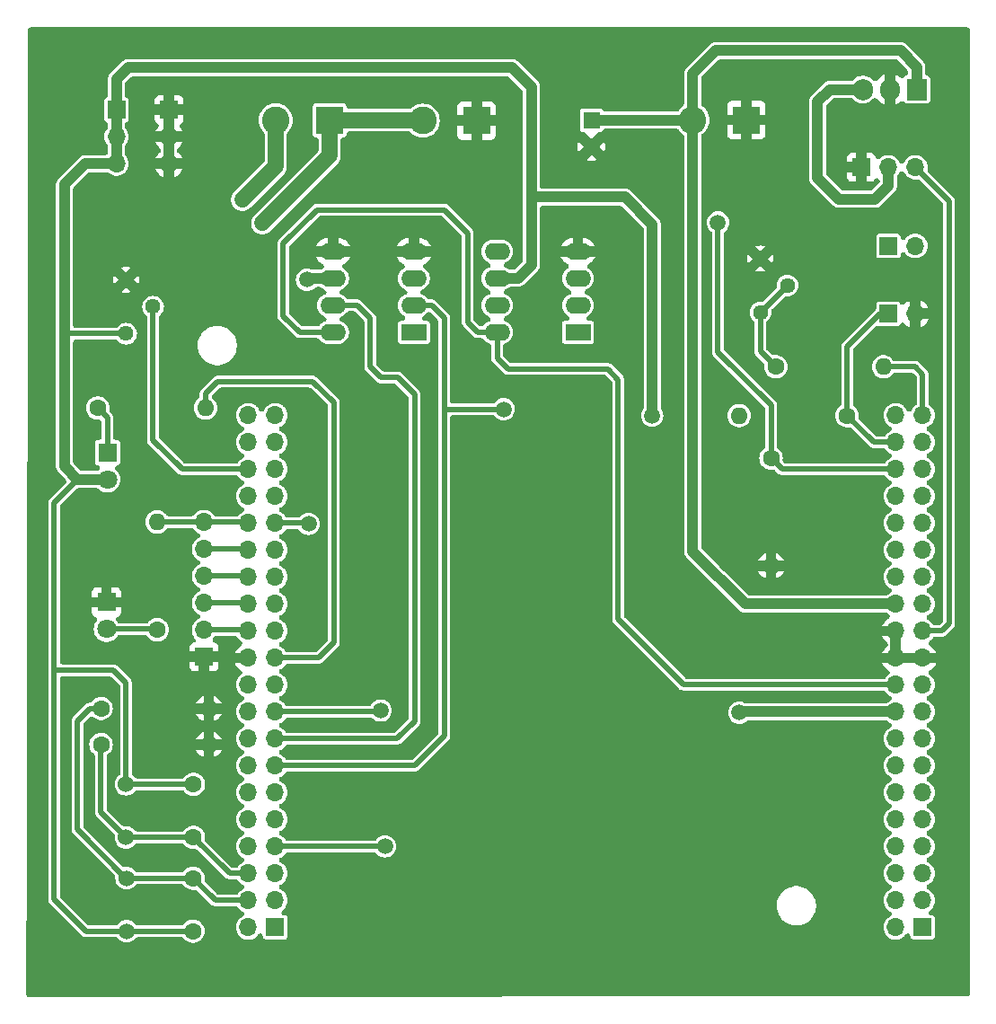
<source format=gbr>
%TF.GenerationSoftware,KiCad,Pcbnew,8.0.0*%
%TF.CreationDate,2024-10-06T21:21:36+02:00*%
%TF.ProjectId,Rayonnement_L476RG,5261796f-6e6e-4656-9d65-6e745f4c3437,rev?*%
%TF.SameCoordinates,Original*%
%TF.FileFunction,Copper,L2,Bot*%
%TF.FilePolarity,Positive*%
%FSLAX46Y46*%
G04 Gerber Fmt 4.6, Leading zero omitted, Abs format (unit mm)*
G04 Created by KiCad (PCBNEW 8.0.0) date 2024-10-06 21:21:36*
%MOMM*%
%LPD*%
G01*
G04 APERTURE LIST*
%TA.AperFunction,ComponentPad*%
%ADD10R,1.700000X1.700000*%
%TD*%
%TA.AperFunction,ComponentPad*%
%ADD11O,1.700000X1.700000*%
%TD*%
%TA.AperFunction,ComponentPad*%
%ADD12R,2.600000X2.600000*%
%TD*%
%TA.AperFunction,ComponentPad*%
%ADD13C,2.600000*%
%TD*%
%TA.AperFunction,ComponentPad*%
%ADD14R,1.800000X1.800000*%
%TD*%
%TA.AperFunction,ComponentPad*%
%ADD15C,1.800000*%
%TD*%
%TA.AperFunction,ComponentPad*%
%ADD16C,1.524000*%
%TD*%
%TA.AperFunction,ComponentPad*%
%ADD17C,1.440000*%
%TD*%
%TA.AperFunction,ComponentPad*%
%ADD18R,2.400000X1.600000*%
%TD*%
%TA.AperFunction,ComponentPad*%
%ADD19O,2.400000X1.600000*%
%TD*%
%TA.AperFunction,ComponentPad*%
%ADD20C,1.600000*%
%TD*%
%TA.AperFunction,ComponentPad*%
%ADD21O,1.600000X1.600000*%
%TD*%
%TA.AperFunction,ComponentPad*%
%ADD22R,1.600000X1.600000*%
%TD*%
%TA.AperFunction,ComponentPad*%
%ADD23R,1.905000X2.000000*%
%TD*%
%TA.AperFunction,ComponentPad*%
%ADD24O,1.905000X2.000000*%
%TD*%
%TA.AperFunction,ViaPad*%
%ADD25C,1.500000*%
%TD*%
%TA.AperFunction,Conductor*%
%ADD26C,1.000000*%
%TD*%
%TA.AperFunction,Conductor*%
%ADD27C,0.500000*%
%TD*%
%TA.AperFunction,Conductor*%
%ADD28C,1.500000*%
%TD*%
G04 APERTURE END LIST*
D10*
%TO.P,J4,1,Pin_1*%
%TO.N,unconnected-(J4-Pin_1-Pad1)*%
X208500000Y-143440000D03*
D11*
%TO.P,J4,2,Pin_2*%
%TO.N,unconnected-(J4-Pin_2-Pad2)*%
X205960000Y-143440000D03*
%TO.P,J4,3,Pin_3*%
%TO.N,unconnected-(J4-Pin_3-Pad3)*%
X208500000Y-140900000D03*
%TO.P,J4,4,Pin_4*%
%TO.N,unconnected-(J4-Pin_4-Pad4)*%
X205960000Y-140900000D03*
%TO.P,J4,5,Pin_5*%
%TO.N,unconnected-(J4-Pin_5-Pad5)*%
X208500000Y-138360000D03*
%TO.P,J4,6,Pin_6*%
%TO.N,unconnected-(J4-Pin_6-Pad6)*%
X205960000Y-138360000D03*
%TO.P,J4,7,Pin_7*%
%TO.N,unconnected-(J4-Pin_7-Pad7)*%
X208500000Y-135820000D03*
%TO.P,J4,8,Pin_8*%
%TO.N,unconnected-(J4-Pin_8-Pad8)*%
X205960000Y-135820000D03*
%TO.P,J4,9,Pin_9*%
%TO.N,unconnected-(J4-Pin_9-Pad9)*%
X208500000Y-133280000D03*
%TO.P,J4,10,Pin_10*%
%TO.N,unconnected-(J4-Pin_10-Pad10)*%
X205960000Y-133280000D03*
%TO.P,J4,11,Pin_11*%
%TO.N,unconnected-(J4-Pin_11-Pad11)*%
X208500000Y-130740000D03*
%TO.P,J4,12,Pin_12*%
%TO.N,unconnected-(J4-Pin_12-Pad12)*%
X205960000Y-130740000D03*
%TO.P,J4,13,Pin_13*%
%TO.N,unconnected-(J4-Pin_13-Pad13)*%
X208500000Y-128200000D03*
%TO.P,J4,14,Pin_14*%
%TO.N,unconnected-(J4-Pin_14-Pad14)*%
X205960000Y-128200000D03*
%TO.P,J4,15,Pin_15*%
%TO.N,unconnected-(J4-Pin_15-Pad15)*%
X208500000Y-125660000D03*
%TO.P,J4,16,Pin_16*%
%TO.N,unconnected-(J4-Pin_16-Pad16)*%
X205960000Y-125660000D03*
%TO.P,J4,17,Pin_17*%
%TO.N,unconnected-(J4-Pin_17-Pad17)*%
X208500000Y-123120000D03*
%TO.P,J4,18,Pin_18*%
%TO.N,3.3V_NUC*%
X205960000Y-123120000D03*
%TO.P,J4,19,Pin_19*%
%TO.N,unconnected-(J4-Pin_19-Pad19)*%
X208500000Y-120580000D03*
%TO.P,J4,20,Pin_20*%
%TO.N,5V_NUC*%
X205960000Y-120580000D03*
%TO.P,J4,21,Pin_21*%
%TO.N,GND*%
X208500000Y-118040000D03*
%TO.P,J4,22,Pin_22*%
X205960000Y-118040000D03*
%TO.P,J4,23,Pin_23*%
%TO.N,Servo*%
X208500000Y-115500000D03*
%TO.P,J4,24,Pin_24*%
%TO.N,GND*%
X205960000Y-115500000D03*
%TO.P,J4,25,Pin_25*%
%TO.N,USER_BUTTON*%
X208500000Y-112960000D03*
%TO.P,J4,26,Pin_26*%
%TO.N,VIN*%
X205960000Y-112960000D03*
%TO.P,J4,27,Pin_27*%
%TO.N,unconnected-(J4-Pin_27-Pad27)*%
X208500000Y-110420000D03*
%TO.P,J4,28,Pin_28*%
%TO.N,unconnected-(J4-Pin_28-Pad28)*%
X205960000Y-110420000D03*
%TO.P,J4,29,Pin_29*%
%TO.N,unconnected-(J4-Pin_29-Pad29)*%
X208500000Y-107880000D03*
%TO.P,J4,30,Pin_30*%
%TO.N,unconnected-(J4-Pin_30-Pad30)*%
X205960000Y-107880000D03*
%TO.P,J4,31,Pin_31*%
%TO.N,unconnected-(J4-Pin_31-Pad31)*%
X208500000Y-105340000D03*
%TO.P,J4,32,Pin_32*%
%TO.N,unconnected-(J4-Pin_32-Pad32)*%
X205960000Y-105340000D03*
%TO.P,J4,33,Pin_33*%
%TO.N,unconnected-(J4-Pin_33-Pad33)*%
X208500000Y-102800000D03*
%TO.P,J4,34,Pin_34*%
%TO.N,unconnected-(J4-Pin_34-Pad34)*%
X205960000Y-102800000D03*
%TO.P,J4,35,Pin_35*%
%TO.N,unconnected-(J4-Pin_35-Pad35)*%
X208500000Y-100260000D03*
%TO.P,J4,36,Pin_36*%
%TO.N,POT_NUM_OUT*%
X205960000Y-100260000D03*
%TO.P,J4,37,Pin_37*%
%TO.N,unconnected-(J4-Pin_37-Pad37)*%
X208500000Y-97720000D03*
%TO.P,J4,38,Pin_38*%
%TO.N,RT_OUT*%
X205960000Y-97720000D03*
%TO.P,J4,39,Pin_39*%
%TO.N,PHD_OUT*%
X208500000Y-95180000D03*
%TO.P,J4,40,Pin_40*%
%TO.N,unconnected-(J4-Pin_40-Pad40)*%
X205960000Y-95180000D03*
%TD*%
D10*
%TO.P,J7,1,Pin_1*%
%TO.N,unconnected-(J7-Pin_1-Pad1)*%
X147460001Y-143440000D03*
D11*
%TO.P,J7,2,Pin_2*%
%TO.N,unconnected-(J7-Pin_2-Pad2)*%
X144920001Y-143440000D03*
%TO.P,J7,3,Pin_3*%
%TO.N,unconnected-(J7-Pin_3-Pad3)*%
X147460001Y-140900000D03*
%TO.P,J7,4,Pin_4*%
%TO.N,SW2_OUT*%
X144920001Y-140900000D03*
%TO.P,J7,5,Pin_5*%
%TO.N,unconnected-(J7-Pin_5-Pad5)*%
X147460001Y-138360000D03*
%TO.P,J7,6,Pin_6*%
%TO.N,SW1_OUT*%
X144920001Y-138360000D03*
%TO.P,J7,7,Pin_7*%
%TO.N,CS_2*%
X147460001Y-135820000D03*
%TO.P,J7,8,Pin_8*%
%TO.N,unconnected-(J7-Pin_8-Pad8)*%
X144920001Y-135820000D03*
%TO.P,J7,9,Pin_9*%
%TO.N,unconnected-(J7-Pin_9-Pad9)*%
X147460001Y-133280000D03*
%TO.P,J7,10,Pin_10*%
%TO.N,unconnected-(J7-Pin_10-Pad10)*%
X144920001Y-133280000D03*
%TO.P,J7,11,Pin_11*%
%TO.N,unconnected-(J7-Pin_11-Pad11)*%
X147460001Y-130740000D03*
%TO.P,J7,12,Pin_12*%
%TO.N,unconnected-(J7-Pin_12-Pad12)*%
X144920001Y-130740000D03*
%TO.P,J7,13,Pin_13*%
%TO.N,SCK*%
X147460001Y-128200000D03*
%TO.P,J7,14,Pin_14*%
%TO.N,unconnected-(J7-Pin_14-Pad14)*%
X144920001Y-128200000D03*
%TO.P,J7,15,Pin_15*%
%TO.N,MISO*%
X147460001Y-125660000D03*
%TO.P,J7,16,Pin_16*%
%TO.N,unconnected-(J7-Pin_16-Pad16)*%
X144920001Y-125660000D03*
%TO.P,J7,17,Pin_17*%
%TO.N,MOSI*%
X147460001Y-123120000D03*
%TO.P,J7,18,Pin_18*%
%TO.N,unconnected-(J7-Pin_18-Pad18)*%
X144920001Y-123120000D03*
%TO.P,J7,19,Pin_19*%
%TO.N,unconnected-(J7-Pin_19-Pad19)*%
X147460001Y-120580000D03*
%TO.P,J7,20,Pin_20*%
%TO.N,unconnected-(J7-Pin_20-Pad20)*%
X144920001Y-120580000D03*
%TO.P,J7,21,Pin_21*%
%TO.N,LED_OUT*%
X147460001Y-118040000D03*
%TO.P,J7,22,Pin_22*%
%TO.N,GND*%
X144920001Y-118040000D03*
%TO.P,J7,23,Pin_23*%
%TO.N,unconnected-(J7-Pin_23-Pad23)*%
X147460001Y-115500000D03*
%TO.P,J7,24,Pin_24*%
%TO.N,Net-(J7-Pin_24)*%
X144920001Y-115500000D03*
%TO.P,J7,25,Pin_25*%
%TO.N,unconnected-(J7-Pin_25-Pad25)*%
X147460001Y-112960000D03*
%TO.P,J7,26,Pin_26*%
%TO.N,Net-(J7-Pin_26)*%
X144920001Y-112960000D03*
%TO.P,J7,27,Pin_27*%
%TO.N,unconnected-(J7-Pin_27-Pad27)*%
X147460001Y-110420000D03*
%TO.P,J7,28,Pin_28*%
%TO.N,Net-(J7-Pin_28)*%
X144920001Y-110420000D03*
%TO.P,J7,29,Pin_29*%
%TO.N,unconnected-(J7-Pin_29-Pad29)*%
X147460001Y-107880000D03*
%TO.P,J7,30,Pin_30*%
%TO.N,Net-(J7-Pin_30)*%
X144920001Y-107880000D03*
%TO.P,J7,31,Pin_31*%
%TO.N,CS_1*%
X147460001Y-105340000D03*
%TO.P,J7,32,Pin_32*%
%TO.N,LED_OUT2*%
X144920001Y-105340000D03*
%TO.P,J7,33,Pin_33*%
%TO.N,unconnected-(J7-Pin_33-Pad33)*%
X147460001Y-102800000D03*
%TO.P,J7,34,Pin_34*%
%TO.N,unconnected-(J7-Pin_34-Pad34)*%
X144920001Y-102800000D03*
%TO.P,J7,35,Pin_35*%
%TO.N,unconnected-(J7-Pin_35-Pad35)*%
X147460001Y-100260000D03*
%TO.P,J7,36,Pin_36*%
%TO.N,POT_OUT*%
X144920001Y-100260000D03*
%TO.P,J7,37,Pin_37*%
%TO.N,unconnected-(J7-Pin_37-Pad37)*%
X147460001Y-97720000D03*
%TO.P,J7,38,Pin_38*%
%TO.N,unconnected-(J7-Pin_38-Pad38)*%
X144920001Y-97720000D03*
%TO.P,J7,39,Pin_39*%
%TO.N,unconnected-(J7-Pin_39-Pad39)*%
X147460001Y-95180000D03*
%TO.P,J7,40,Pin_40*%
%TO.N,unconnected-(J7-Pin_40-Pad40)*%
X144920001Y-95180000D03*
%TD*%
D12*
%TO.P,J3,1,Pin_1*%
%TO.N,GND*%
X191880000Y-67335000D03*
D13*
%TO.P,J3,2,Pin_2*%
%TO.N,VIN*%
X186800000Y-67335000D03*
%TD*%
D12*
%TO.P,J5,1,Pin_1*%
%TO.N,LED_POW_IN*%
X152585000Y-67350000D03*
D13*
%TO.P,J5,2,Pin_2*%
%TO.N,Net-(J5-Pin_2)*%
X147505000Y-67350000D03*
%TD*%
D10*
%TO.P,J11,1,Pin_1*%
%TO.N,3.3V_NUC*%
X132500000Y-66370000D03*
D11*
%TO.P,J11,2,Pin_2*%
X132500000Y-68910000D03*
%TO.P,J11,3,Pin_3*%
X132500000Y-71450000D03*
%TD*%
D14*
%TO.P,D2,1,K*%
%TO.N,GND*%
X131550000Y-112790000D03*
D15*
%TO.P,D2,2,A*%
%TO.N,Net-(D2-A)*%
X131550000Y-115330000D03*
%TD*%
D16*
%TO.P,SW1,1,1*%
%TO.N,3.3V_NUC*%
X133400000Y-129950000D03*
%TO.P,SW1,2,2*%
%TO.N,SW1_OUT*%
X133400000Y-134950000D03*
%TD*%
D10*
%TO.P,J2,1,Pin_1*%
%TO.N,GND*%
X202720000Y-71800000D03*
D11*
%TO.P,J2,2,Pin_2*%
%TO.N,5V*%
X205260000Y-71800000D03*
%TO.P,J2,3,Pin_3*%
%TO.N,Servo*%
X207800000Y-71800000D03*
%TD*%
D17*
%TO.P,RV2,1,1*%
%TO.N,Net-(R4-Pad1)*%
X193200000Y-85480000D03*
%TO.P,RV2,2,2*%
X195740000Y-82940000D03*
%TO.P,RV2,3,3*%
%TO.N,GND*%
X193200000Y-80400000D03*
%TD*%
D18*
%TO.P,U4,1,CS*%
%TO.N,CS_2*%
X176000000Y-87350000D03*
D19*
%TO.P,U4,2,SCK*%
%TO.N,SCK*%
X176000000Y-84810000D03*
%TO.P,U4,3,SDI/MOSI*%
%TO.N,MOSI*%
X176000000Y-82270000D03*
%TO.P,U4,4,VSS*%
%TO.N,GND*%
X176000000Y-79730000D03*
%TO.P,U4,5,POW*%
%TO.N,POT_NUM_OUT*%
X168380000Y-79730000D03*
%TO.P,U4,6,POB*%
%TO.N,3.3V_NUC*%
X168380000Y-82270000D03*
%TO.P,U4,7,SDO/MISO*%
%TO.N,MISO*%
X168380000Y-84810000D03*
%TO.P,U4,8,VDD*%
%TO.N,5V_NUC*%
X168380000Y-87350000D03*
%TD*%
D20*
%TO.P,R2,1*%
%TO.N,SW2_OUT*%
X131040000Y-122800000D03*
D21*
%TO.P,R2,2*%
%TO.N,GND*%
X141200000Y-122800000D03*
%TD*%
D12*
%TO.P,J1,1,Pin_1*%
%TO.N,GND*%
X166445000Y-67400000D03*
D13*
%TO.P,J1,2,Pin_2*%
%TO.N,LED_POW_IN*%
X161365000Y-67400000D03*
%TD*%
D10*
%TO.P,J6,1,Pin_1*%
%TO.N,3.3V_NUC*%
X205260000Y-79200000D03*
D11*
%TO.P,J6,2,Pin_2*%
%TO.N,PHD_OUT*%
X207800000Y-79200000D03*
%TD*%
D14*
%TO.P,D1,1,K*%
%TO.N,Net-(D1-K)*%
X131650000Y-98690000D03*
D15*
%TO.P,D1,2,A*%
%TO.N,3.3V_NUC*%
X131650000Y-101230000D03*
%TD*%
D20*
%TO.P,C2,1*%
%TO.N,3.3V_NUC*%
X139700000Y-143800000D03*
%TO.P,C2,2*%
%TO.N,SW2_OUT*%
X139700000Y-138800000D03*
%TD*%
D10*
%TO.P,J8,1,Pin_1*%
%TO.N,GND*%
X140750000Y-117950000D03*
D11*
%TO.P,J8,2,Pin_2*%
%TO.N,Net-(J7-Pin_24)*%
X140750000Y-115410000D03*
%TO.P,J8,3,Pin_3*%
%TO.N,Net-(J7-Pin_26)*%
X140750000Y-112870000D03*
%TO.P,J8,4,Pin_4*%
%TO.N,Net-(J7-Pin_28)*%
X140750000Y-110330000D03*
%TO.P,J8,5,Pin_5*%
%TO.N,Net-(J7-Pin_30)*%
X140750000Y-107790000D03*
%TO.P,J8,6,Pin_6*%
%TO.N,LED_OUT2*%
X140750000Y-105250000D03*
%TD*%
D22*
%TO.P,C3,1*%
%TO.N,VIN*%
X177285000Y-67350000D03*
D20*
%TO.P,C3,2*%
%TO.N,GND*%
X177285000Y-69850000D03*
%TD*%
D10*
%TO.P,J9,1,Pin_1*%
%TO.N,RT_OUT*%
X205260000Y-85600000D03*
D11*
%TO.P,J9,2,Pin_2*%
%TO.N,GND*%
X207800000Y-85600000D03*
%TD*%
D20*
%TO.P,R4,1*%
%TO.N,Net-(R4-Pad1)*%
X194640000Y-90600000D03*
D21*
%TO.P,R4,2*%
%TO.N,PHD_OUT*%
X204800000Y-90600000D03*
%TD*%
D20*
%TO.P,C1,1*%
%TO.N,3.3V_NUC*%
X139750000Y-129950000D03*
%TO.P,C1,2*%
%TO.N,SW1_OUT*%
X139750000Y-134950000D03*
%TD*%
D16*
%TO.P,SW2,1,1*%
%TO.N,3.3V_NUC*%
X133450000Y-143800000D03*
%TO.P,SW2,2,2*%
%TO.N,SW2_OUT*%
X133450000Y-138800000D03*
%TD*%
D20*
%TO.P,R3,1*%
%TO.N,Net-(D1-K)*%
X130720000Y-94480000D03*
D21*
%TO.P,R3,2*%
%TO.N,LED_OUT*%
X140880000Y-94480000D03*
%TD*%
D20*
%TO.P,R1,1*%
%TO.N,SW1_OUT*%
X131040000Y-126200000D03*
D21*
%TO.P,R1,2*%
%TO.N,GND*%
X141200000Y-126200000D03*
%TD*%
D20*
%TO.P,R6,1*%
%TO.N,Net-(D2-A)*%
X136320000Y-115380000D03*
D21*
%TO.P,R6,2*%
%TO.N,LED_OUT2*%
X136320000Y-105220000D03*
%TD*%
D10*
%TO.P,J10,1,Pin_1*%
%TO.N,GND*%
X137450000Y-66370000D03*
D11*
%TO.P,J10,2,Pin_2*%
X137450000Y-68910000D03*
%TO.P,J10,3,Pin_3*%
X137450000Y-71450000D03*
%TD*%
D20*
%TO.P,R5,1*%
%TO.N,RT_OUT*%
X201360000Y-95200000D03*
D21*
%TO.P,R5,2*%
%TO.N,3.3V_NUC*%
X191200000Y-95200000D03*
%TD*%
D20*
%TO.P,R7,1*%
%TO.N,POT_NUM_OUT*%
X194200000Y-99200000D03*
D21*
%TO.P,R7,2*%
%TO.N,GND*%
X194200000Y-109360000D03*
%TD*%
D23*
%TO.P,U3,1,VI*%
%TO.N,VIN*%
X207940000Y-64455000D03*
D24*
%TO.P,U3,2,GND*%
%TO.N,GND*%
X205400000Y-64455000D03*
%TO.P,U3,3,VO*%
%TO.N,5V*%
X202860000Y-64455000D03*
%TD*%
D18*
%TO.P,U1,1,CS*%
%TO.N,CS_1*%
X160530000Y-87350000D03*
D19*
%TO.P,U1,2,SCK*%
%TO.N,SCK*%
X160530000Y-84810000D03*
%TO.P,U1,3,SDI/MOSI*%
%TO.N,MOSI*%
X160530000Y-82270000D03*
%TO.P,U1,4,VSS*%
%TO.N,GND*%
X160530000Y-79730000D03*
%TO.P,U1,5,POW*%
X152910000Y-79730000D03*
%TO.P,U1,6,POB*%
%TO.N,Net-(U1-POB)*%
X152910000Y-82270000D03*
%TO.P,U1,7,SDO/MISO*%
%TO.N,MISO*%
X152910000Y-84810000D03*
%TO.P,U1,8,VDD*%
%TO.N,5V_NUC*%
X152910000Y-87350000D03*
%TD*%
D17*
%TO.P,RV1,1,1*%
%TO.N,3.3V_NUC*%
X133400000Y-87480000D03*
%TO.P,RV1,2,2*%
%TO.N,POT_OUT*%
X135940000Y-84940000D03*
%TO.P,RV1,3,3*%
%TO.N,GND*%
X133400000Y-82400000D03*
%TD*%
D25*
%TO.N,GND*%
X145250000Y-85400000D03*
%TO.N,LED_POW_IN*%
X146235000Y-77065000D03*
%TO.N,3.3V_NUC*%
X183000000Y-95200000D03*
X191200000Y-123200000D03*
%TO.N,SCK*%
X169000000Y-94600000D03*
%TO.N,MOSI*%
X157400000Y-123000000D03*
%TO.N,POT_NUM_OUT*%
X189200000Y-77000000D03*
%TO.N,Net-(J5-Pin_2)*%
X144350000Y-74850000D03*
%TO.N,CS_1*%
X150600000Y-105400000D03*
%TO.N,CS_2*%
X157800000Y-135800000D03*
%TO.N,Net-(U1-POB)*%
X150450000Y-82400000D03*
%TD*%
D26*
%TO.N,GND*%
X202860000Y-71660000D02*
X202720000Y-71800000D01*
D27*
%TO.N,SW1_OUT*%
X133400000Y-134950000D02*
X139750000Y-134950000D01*
X131000000Y-132550000D02*
X131000000Y-126240000D01*
X143160000Y-138360000D02*
X139750000Y-134950000D01*
X131000000Y-126240000D02*
X131040000Y-126200000D01*
X144920001Y-138360000D02*
X143160000Y-138360000D01*
X133400000Y-134950000D02*
X131000000Y-132550000D01*
%TO.N,SW2_OUT*%
X128800000Y-124000000D02*
X130000000Y-122800000D01*
X133400000Y-138800000D02*
X128800000Y-134200000D01*
X133450000Y-138800000D02*
X133400000Y-138800000D01*
X128800000Y-134200000D02*
X128800000Y-124000000D01*
X141800000Y-140900000D02*
X139700000Y-138800000D01*
X144920001Y-140900000D02*
X141800000Y-140900000D01*
X130000000Y-122800000D02*
X131200000Y-122800000D01*
X139700000Y-138800000D02*
X133450000Y-138800000D01*
D26*
%TO.N,VIN*%
X206400000Y-60800000D02*
X207940000Y-62340000D01*
X189000000Y-60800000D02*
X206400000Y-60800000D01*
X186800000Y-67335000D02*
X177300000Y-67335000D01*
X186800000Y-108000000D02*
X191760000Y-112960000D01*
X186800000Y-67335000D02*
X186800000Y-108000000D01*
X191760000Y-112960000D02*
X205960000Y-112960000D01*
X177300000Y-67335000D02*
X177285000Y-67350000D01*
X207940000Y-62340000D02*
X207940000Y-64455000D01*
X186800000Y-63000000D02*
X189000000Y-60800000D01*
X186800000Y-67335000D02*
X186800000Y-63000000D01*
D27*
%TO.N,5V_NUC*%
X179800000Y-91800000D02*
X179800000Y-114400000D01*
X168380000Y-87350000D02*
X168380000Y-89780000D01*
X163400000Y-75800000D02*
X165600000Y-78000000D01*
X151400000Y-75800000D02*
X163400000Y-75800000D01*
X165600000Y-86400000D02*
X166550000Y-87350000D01*
X185980000Y-120580000D02*
X205960000Y-120580000D01*
X152910000Y-87350000D02*
X149750000Y-87350000D01*
X169400000Y-90800000D02*
X178800000Y-90800000D01*
X178800000Y-90800000D02*
X179800000Y-91800000D01*
X179800000Y-114400000D02*
X185980000Y-120580000D01*
X148200000Y-79000000D02*
X151400000Y-75800000D01*
X165600000Y-78000000D02*
X165600000Y-86400000D01*
X166550000Y-87350000D02*
X168380000Y-87350000D01*
X148200000Y-85800000D02*
X148200000Y-79000000D01*
X149750000Y-87350000D02*
X148200000Y-85800000D01*
X168380000Y-89780000D02*
X169400000Y-90800000D01*
D28*
%TO.N,LED_POW_IN*%
X152585000Y-67350000D02*
X161315000Y-67350000D01*
X152585000Y-67350000D02*
X152585000Y-70715000D01*
X152585000Y-70715000D02*
X146235000Y-77065000D01*
X161315000Y-67350000D02*
X161365000Y-67400000D01*
D26*
%TO.N,3.3V_NUC*%
X132500000Y-63500000D02*
X133600000Y-62400000D01*
X129550000Y-71450000D02*
X132500000Y-71450000D01*
X183000000Y-95200000D02*
X183000000Y-77200000D01*
D27*
X133400000Y-87480000D02*
X127720000Y-87480000D01*
D26*
X171600000Y-81000000D02*
X170330000Y-82270000D01*
D27*
X127720000Y-87480000D02*
X127600000Y-87600000D01*
D26*
X180400000Y-74600000D02*
X171600000Y-74600000D01*
D27*
X132200000Y-119200000D02*
X126800000Y-119200000D01*
D26*
X183000000Y-77200000D02*
X180400000Y-74600000D01*
X132500000Y-66370000D02*
X132500000Y-68910000D01*
D27*
X133450000Y-143800000D02*
X129600000Y-143800000D01*
X126600000Y-119000000D02*
X126600000Y-103460000D01*
D26*
X127600000Y-87600000D02*
X127600000Y-73400000D01*
X127600000Y-100000000D02*
X127600000Y-87600000D01*
D27*
X133400000Y-129950000D02*
X133400000Y-120400000D01*
D26*
X127600000Y-73400000D02*
X129550000Y-71450000D01*
D27*
X191200000Y-123200000D02*
X191280000Y-123120000D01*
X126600000Y-140800000D02*
X126600000Y-119000000D01*
X126800000Y-119200000D02*
X126600000Y-119000000D01*
X133400000Y-120400000D02*
X132200000Y-119200000D01*
X129600000Y-143800000D02*
X126600000Y-140800000D01*
D26*
X128830000Y-101230000D02*
X127600000Y-100000000D01*
D27*
X126600000Y-103460000D02*
X128830000Y-101230000D01*
D26*
X132500000Y-71450000D02*
X132500000Y-68910000D01*
X131650000Y-101230000D02*
X128830000Y-101230000D01*
X133600000Y-62400000D02*
X169800000Y-62400000D01*
X171600000Y-74600000D02*
X171600000Y-81000000D01*
D27*
X139750000Y-129950000D02*
X133400000Y-129950000D01*
D26*
X171600000Y-64200000D02*
X171600000Y-74600000D01*
X170330000Y-82270000D02*
X168380000Y-82270000D01*
X191280000Y-123120000D02*
X205960000Y-123120000D01*
D27*
X139700000Y-143800000D02*
X133450000Y-143800000D01*
D26*
X132500000Y-66370000D02*
X132500000Y-63500000D01*
X169800000Y-62400000D02*
X171600000Y-64200000D01*
D27*
%TO.N,SCK*%
X162210000Y-84810000D02*
X160530000Y-84810000D01*
X169000000Y-94600000D02*
X163400000Y-94600000D01*
X163400000Y-94600000D02*
X163400000Y-94000000D01*
X147460001Y-128200000D02*
X160600000Y-128200000D01*
X163400000Y-86000000D02*
X162210000Y-84810000D01*
X163400000Y-125400000D02*
X163400000Y-94000000D01*
X163400000Y-94000000D02*
X163400000Y-86000000D01*
X160600000Y-128200000D02*
X163400000Y-125400000D01*
%TO.N,MISO*%
X157400000Y-91600000D02*
X156400000Y-90600000D01*
X156400000Y-90600000D02*
X156400000Y-86000000D01*
X156400000Y-86000000D02*
X155210000Y-84810000D01*
X159000000Y-91600000D02*
X157400000Y-91600000D01*
X147460001Y-125660000D02*
X158940000Y-125660000D01*
X160600000Y-124000000D02*
X160600000Y-93200000D01*
X158940000Y-125660000D02*
X160600000Y-124000000D01*
X155210000Y-84810000D02*
X152910000Y-84810000D01*
X160600000Y-93200000D02*
X159000000Y-91600000D01*
%TO.N,MOSI*%
X157400000Y-123000000D02*
X157280000Y-123120000D01*
X157280000Y-123120000D02*
X147460001Y-123120000D01*
%TO.N,POT_OUT*%
X144920001Y-100260000D02*
X138660000Y-100260000D01*
X135940000Y-97540000D02*
X135940000Y-84940000D01*
X138660000Y-100260000D02*
X135940000Y-97540000D01*
%TO.N,LED_OUT*%
X151560000Y-118040000D02*
X147460001Y-118040000D01*
X153000000Y-116600000D02*
X151560000Y-118040000D01*
X140880000Y-93120000D02*
X142000000Y-92000000D01*
X140880000Y-94480000D02*
X140880000Y-93120000D01*
X153000000Y-94000000D02*
X153000000Y-116600000D01*
X142000000Y-92000000D02*
X151000000Y-92000000D01*
X151000000Y-92000000D02*
X153000000Y-94000000D01*
%TO.N,RT_OUT*%
X201360000Y-95200000D02*
X201360000Y-88700000D01*
X201380000Y-95180000D02*
X201360000Y-95200000D01*
X204460000Y-85600000D02*
X205260000Y-85600000D01*
X203880000Y-97720000D02*
X205960000Y-97720000D01*
X201360000Y-95200000D02*
X203880000Y-97720000D01*
X201360000Y-88700000D02*
X204460000Y-85600000D01*
%TO.N,Servo*%
X211000000Y-75000000D02*
X207800000Y-71800000D01*
X208500000Y-115500000D02*
X210300000Y-115500000D01*
X211000000Y-114800000D02*
X211000000Y-75000000D01*
X210300000Y-115500000D02*
X211000000Y-114800000D01*
%TO.N,PHD_OUT*%
X208500000Y-95180000D02*
X208500000Y-91300000D01*
X208500000Y-91300000D02*
X207800000Y-90600000D01*
X207800000Y-90600000D02*
X204800000Y-90600000D01*
%TO.N,POT_NUM_OUT*%
X194200000Y-99200000D02*
X195260000Y-100260000D01*
X194200000Y-94200000D02*
X189200000Y-89200000D01*
X189200000Y-89200000D02*
X189200000Y-77000000D01*
X194200000Y-99200000D02*
X194200000Y-94200000D01*
X195260000Y-100260000D02*
X205960000Y-100260000D01*
D28*
%TO.N,Net-(J5-Pin_2)*%
X147505000Y-71695000D02*
X144350000Y-74850000D01*
X147505000Y-67350000D02*
X147505000Y-71695000D01*
D27*
%TO.N,Net-(D1-K)*%
X131650000Y-95410000D02*
X130720000Y-94480000D01*
X131650000Y-98690000D02*
X131650000Y-95410000D01*
%TO.N,CS_1*%
X147460001Y-105340000D02*
X150540000Y-105340000D01*
X150540000Y-105340000D02*
X150600000Y-105400000D01*
%TO.N,CS_2*%
X157780000Y-135820000D02*
X157800000Y-135800000D01*
X147460001Y-135820000D02*
X157780000Y-135820000D01*
%TO.N,Net-(J7-Pin_26)*%
X140750000Y-112870000D02*
X144830001Y-112870000D01*
%TO.N,Net-(J7-Pin_24)*%
X140750000Y-115410000D02*
X144830001Y-115410000D01*
%TO.N,Net-(J7-Pin_30)*%
X140750000Y-107790000D02*
X144830001Y-107790000D01*
D26*
%TO.N,5V*%
X198600000Y-65600000D02*
X199745000Y-64455000D01*
X205260000Y-73540000D02*
X204000000Y-74800000D01*
X198600000Y-72800000D02*
X198600000Y-65600000D01*
X200600000Y-74800000D02*
X198600000Y-72800000D01*
X204000000Y-74800000D02*
X200600000Y-74800000D01*
X205260000Y-71800000D02*
X205260000Y-73540000D01*
X199745000Y-64455000D02*
X202860000Y-64455000D01*
D27*
%TO.N,Net-(J7-Pin_28)*%
X140750000Y-110330000D02*
X144830001Y-110330000D01*
%TO.N,Net-(R4-Pad1)*%
X193200000Y-89160000D02*
X194640000Y-90600000D01*
X193200000Y-85480000D02*
X193200000Y-89160000D01*
X193200000Y-85480000D02*
X195740000Y-82940000D01*
D26*
%TO.N,Net-(U1-POB)*%
X150580000Y-82270000D02*
X150450000Y-82400000D01*
X152910000Y-82270000D02*
X150580000Y-82270000D01*
D27*
%TO.N,Net-(D2-A)*%
X136270000Y-115330000D02*
X136320000Y-115380000D01*
X131550000Y-115330000D02*
X136270000Y-115330000D01*
%TO.N,LED_OUT2*%
X140750000Y-105250000D02*
X144830001Y-105250000D01*
X140720000Y-105220000D02*
X140750000Y-105250000D01*
X136320000Y-105220000D02*
X140720000Y-105220000D01*
%TO.N,unconnected-(J4-Pin_30-Pad30)*%
X205840000Y-108000000D02*
X205960000Y-107880000D01*
%TD*%
%TA.AperFunction,Conductor*%
%TO.N,GND*%
G36*
X145420001Y-118287000D02*
G01*
X145400743Y-118383819D01*
X145345899Y-118465898D01*
X145263820Y-118520742D01*
X145167001Y-118540000D01*
X144985827Y-118540000D01*
X145112994Y-118505925D01*
X145227008Y-118440099D01*
X145320100Y-118347007D01*
X145385926Y-118232993D01*
X145420001Y-118105826D01*
X145420001Y-118287000D01*
G37*
%TD.AperFunction*%
%TA.AperFunction,Conductor*%
G36*
X145263820Y-117559258D02*
G01*
X145345899Y-117614102D01*
X145400743Y-117696181D01*
X145420001Y-117793000D01*
X145420001Y-117974174D01*
X145385926Y-117847007D01*
X145320100Y-117732993D01*
X145227008Y-117639901D01*
X145112994Y-117574075D01*
X144985827Y-117540000D01*
X145167001Y-117540000D01*
X145263820Y-117559258D01*
G37*
%TD.AperFunction*%
%TA.AperFunction,Conductor*%
G36*
X206303819Y-115019258D02*
G01*
X206385898Y-115074102D01*
X206440742Y-115156181D01*
X206460000Y-115253000D01*
X206460000Y-115434174D01*
X206425925Y-115307007D01*
X206360099Y-115192993D01*
X206267007Y-115099901D01*
X206152993Y-115034075D01*
X206025826Y-115000000D01*
X206207000Y-115000000D01*
X206303819Y-115019258D01*
G37*
%TD.AperFunction*%
%TA.AperFunction,Conductor*%
G36*
X206060445Y-61619758D02*
G01*
X206142524Y-61674602D01*
X207065398Y-62597476D01*
X207120242Y-62679555D01*
X207139500Y-62776374D01*
X207139500Y-62906315D01*
X207120242Y-63003134D01*
X207065398Y-63085213D01*
X206983319Y-63140057D01*
X206935859Y-63152382D01*
X206935870Y-63152420D01*
X206917505Y-63157415D01*
X206814739Y-63202792D01*
X206814737Y-63202792D01*
X206814735Y-63202794D01*
X206814733Y-63202795D01*
X206814731Y-63202797D01*
X206718717Y-63298812D01*
X206715703Y-63295798D01*
X206676164Y-63334404D01*
X206584517Y-63371087D01*
X206485809Y-63369907D01*
X206395066Y-63331041D01*
X206359233Y-63301274D01*
X206351452Y-63293493D01*
X206165468Y-63158369D01*
X206165463Y-63158366D01*
X205960633Y-63054000D01*
X205900000Y-63034298D01*
X205900000Y-64221025D01*
X205840110Y-64117292D01*
X205737708Y-64014890D01*
X205612292Y-63942482D01*
X205472409Y-63905000D01*
X205327591Y-63905000D01*
X205187708Y-63942482D01*
X205062292Y-64014890D01*
X204959890Y-64117292D01*
X204900000Y-64221025D01*
X204900000Y-63034298D01*
X204899999Y-63034298D01*
X204839366Y-63054000D01*
X204839365Y-63054000D01*
X204634536Y-63158366D01*
X204634531Y-63158369D01*
X204448547Y-63293493D01*
X204285994Y-63456046D01*
X204205337Y-63567061D01*
X204132847Y-63634069D01*
X204040233Y-63668235D01*
X203941593Y-63664359D01*
X203851945Y-63623031D01*
X203821758Y-63597248D01*
X203676273Y-63451763D01*
X203516715Y-63335838D01*
X203516710Y-63335835D01*
X203411505Y-63282231D01*
X203340985Y-63246299D01*
X203153412Y-63185353D01*
X203153408Y-63185352D01*
X203153407Y-63185352D01*
X202958614Y-63154500D01*
X202958613Y-63154500D01*
X202761387Y-63154500D01*
X202761385Y-63154500D01*
X202566592Y-63185352D01*
X202566589Y-63185352D01*
X202566588Y-63185353D01*
X202512901Y-63202797D01*
X202379015Y-63246299D01*
X202203289Y-63335835D01*
X202203284Y-63335838D01*
X202043726Y-63451763D01*
X201915092Y-63580398D01*
X201833013Y-63635242D01*
X201736194Y-63654500D01*
X199666157Y-63654500D01*
X199511502Y-63685262D01*
X199511499Y-63685263D01*
X199365820Y-63745605D01*
X199234712Y-63833209D01*
X197978209Y-65089712D01*
X197890607Y-65220817D01*
X197890604Y-65220823D01*
X197830264Y-65366497D01*
X197830263Y-65366502D01*
X197830263Y-65366503D01*
X197799500Y-65521158D01*
X197799500Y-72721158D01*
X197799500Y-72878842D01*
X197810315Y-72933211D01*
X197830263Y-73033497D01*
X197830264Y-73033502D01*
X197890604Y-73179176D01*
X197890607Y-73179182D01*
X197978209Y-73310287D01*
X200089712Y-75421790D01*
X200220817Y-75509392D01*
X200220823Y-75509395D01*
X200366497Y-75569735D01*
X200366499Y-75569735D01*
X200366503Y-75569737D01*
X200521158Y-75600500D01*
X200521161Y-75600500D01*
X204078839Y-75600500D01*
X204078842Y-75600500D01*
X204233497Y-75569737D01*
X204242691Y-75565929D01*
X204287105Y-75547532D01*
X204379179Y-75509394D01*
X204510289Y-75421789D01*
X205881789Y-74050289D01*
X205969394Y-73919179D01*
X206029737Y-73773497D01*
X206060500Y-73618842D01*
X206060500Y-73461158D01*
X206060500Y-72733880D01*
X206079758Y-72637061D01*
X206111602Y-72581412D01*
X206113869Y-72578409D01*
X206113872Y-72578407D01*
X206242366Y-72408255D01*
X206303523Y-72285434D01*
X206363918Y-72207349D01*
X206449597Y-72158320D01*
X206547517Y-72145811D01*
X206642770Y-72171727D01*
X206720855Y-72232122D01*
X206756477Y-72285434D01*
X206817633Y-72408254D01*
X206817634Y-72408256D01*
X206946125Y-72578404D01*
X206946127Y-72578406D01*
X206946128Y-72578407D01*
X207103698Y-72722052D01*
X207284981Y-72834298D01*
X207483802Y-72911321D01*
X207693390Y-72950500D01*
X207693391Y-72950500D01*
X207906607Y-72950500D01*
X207906610Y-72950500D01*
X207999097Y-72933211D01*
X208097801Y-72934351D01*
X208188560Y-72973178D01*
X208224480Y-73003005D01*
X210375398Y-75153923D01*
X210430242Y-75236002D01*
X210449500Y-75332821D01*
X210449500Y-114467179D01*
X210430242Y-114563998D01*
X210375398Y-114646077D01*
X210146077Y-114875398D01*
X210063998Y-114930242D01*
X209967179Y-114949500D01*
X209651959Y-114949500D01*
X209555140Y-114930242D01*
X209473061Y-114875398D01*
X209450061Y-114848967D01*
X209443974Y-114840907D01*
X209382095Y-114758966D01*
X209353873Y-114721594D01*
X209325037Y-114695306D01*
X209196302Y-114577948D01*
X209196299Y-114577946D01*
X209015018Y-114465701D01*
X209004551Y-114460490D01*
X209005146Y-114459293D01*
X208932250Y-114412987D01*
X208875523Y-114332198D01*
X208854031Y-114235851D01*
X208871045Y-114138612D01*
X208923976Y-114055287D01*
X209004765Y-113998560D01*
X209014844Y-113994384D01*
X209015014Y-113994299D01*
X209015019Y-113994298D01*
X209196302Y-113882052D01*
X209353872Y-113738407D01*
X209482366Y-113568255D01*
X209577405Y-113377389D01*
X209635756Y-113172310D01*
X209655429Y-112960000D01*
X209635756Y-112747690D01*
X209577405Y-112542611D01*
X209482366Y-112351745D01*
X209473497Y-112340000D01*
X209353874Y-112181595D01*
X209329637Y-112159500D01*
X209196302Y-112037948D01*
X209196299Y-112037946D01*
X209015018Y-111925701D01*
X209004551Y-111920490D01*
X209005146Y-111919293D01*
X208932250Y-111872987D01*
X208875523Y-111792198D01*
X208854031Y-111695851D01*
X208871045Y-111598612D01*
X208923976Y-111515287D01*
X209004765Y-111458560D01*
X209014844Y-111454384D01*
X209015014Y-111454299D01*
X209015019Y-111454298D01*
X209196302Y-111342052D01*
X209353872Y-111198407D01*
X209482366Y-111028255D01*
X209577405Y-110837389D01*
X209635756Y-110632310D01*
X209655429Y-110420000D01*
X209635756Y-110207690D01*
X209577405Y-110002611D01*
X209482366Y-109811745D01*
X209482364Y-109811742D01*
X209353874Y-109641595D01*
X209314396Y-109605606D01*
X209196302Y-109497948D01*
X209196299Y-109497946D01*
X209015018Y-109385701D01*
X209004551Y-109380490D01*
X209005146Y-109379293D01*
X208932250Y-109332987D01*
X208875523Y-109252198D01*
X208854031Y-109155851D01*
X208871045Y-109058612D01*
X208923976Y-108975287D01*
X209004765Y-108918560D01*
X209014844Y-108914384D01*
X209015014Y-108914299D01*
X209015019Y-108914298D01*
X209196302Y-108802052D01*
X209353872Y-108658407D01*
X209482366Y-108488255D01*
X209577405Y-108297389D01*
X209635756Y-108092310D01*
X209655429Y-107880000D01*
X209635756Y-107667690D01*
X209577405Y-107462611D01*
X209482366Y-107271745D01*
X209482364Y-107271742D01*
X209353874Y-107101595D01*
X209353872Y-107101593D01*
X209196302Y-106957948D01*
X209196299Y-106957946D01*
X209015018Y-106845701D01*
X209004551Y-106840490D01*
X209005146Y-106839293D01*
X208932250Y-106792987D01*
X208875523Y-106712198D01*
X208854031Y-106615851D01*
X208871045Y-106518612D01*
X208923976Y-106435287D01*
X209004765Y-106378560D01*
X209014844Y-106374384D01*
X209015014Y-106374299D01*
X209015019Y-106374298D01*
X209196302Y-106262052D01*
X209353872Y-106118407D01*
X209482366Y-105948255D01*
X209577405Y-105757389D01*
X209635756Y-105552310D01*
X209655429Y-105340000D01*
X209635756Y-105127690D01*
X209577405Y-104922611D01*
X209482366Y-104731745D01*
X209470021Y-104715398D01*
X209353874Y-104561595D01*
X209255146Y-104471592D01*
X209196302Y-104417948D01*
X209077546Y-104344417D01*
X209015018Y-104305701D01*
X209004551Y-104300490D01*
X209005146Y-104299293D01*
X208932250Y-104252987D01*
X208875523Y-104172198D01*
X208854031Y-104075851D01*
X208871045Y-103978612D01*
X208923976Y-103895287D01*
X209004765Y-103838560D01*
X209014844Y-103834384D01*
X209015014Y-103834299D01*
X209015019Y-103834298D01*
X209196302Y-103722052D01*
X209353872Y-103578407D01*
X209482366Y-103408255D01*
X209577405Y-103217389D01*
X209635756Y-103012310D01*
X209655429Y-102800000D01*
X209635756Y-102587690D01*
X209577405Y-102382611D01*
X209482366Y-102191745D01*
X209410463Y-102096531D01*
X209353874Y-102021595D01*
X209353872Y-102021593D01*
X209196302Y-101877948D01*
X209174888Y-101864689D01*
X209015018Y-101765701D01*
X209004551Y-101760490D01*
X209005146Y-101759293D01*
X208932250Y-101712987D01*
X208875523Y-101632198D01*
X208854031Y-101535851D01*
X208871045Y-101438612D01*
X208923976Y-101355287D01*
X209004765Y-101298560D01*
X209014844Y-101294384D01*
X209015014Y-101294299D01*
X209015019Y-101294298D01*
X209196302Y-101182052D01*
X209353872Y-101038407D01*
X209482366Y-100868255D01*
X209577405Y-100677389D01*
X209635756Y-100472310D01*
X209655429Y-100260000D01*
X209635756Y-100047690D01*
X209577405Y-99842611D01*
X209482366Y-99651745D01*
X209470021Y-99635398D01*
X209353874Y-99481595D01*
X209353872Y-99481593D01*
X209196302Y-99337948D01*
X209196299Y-99337946D01*
X209015018Y-99225701D01*
X209004551Y-99220490D01*
X209005146Y-99219293D01*
X208932250Y-99172987D01*
X208875523Y-99092198D01*
X208854031Y-98995851D01*
X208871045Y-98898612D01*
X208923976Y-98815287D01*
X209004765Y-98758560D01*
X209014844Y-98754384D01*
X209015014Y-98754299D01*
X209015019Y-98754298D01*
X209196302Y-98642052D01*
X209353872Y-98498407D01*
X209482366Y-98328255D01*
X209577405Y-98137389D01*
X209635756Y-97932310D01*
X209655429Y-97720000D01*
X209635756Y-97507690D01*
X209577405Y-97302611D01*
X209482366Y-97111745D01*
X209470021Y-97095398D01*
X209353874Y-96941595D01*
X209353872Y-96941593D01*
X209196302Y-96797948D01*
X209196299Y-96797946D01*
X209015018Y-96685701D01*
X209004551Y-96680490D01*
X209005146Y-96679293D01*
X208932250Y-96632987D01*
X208875523Y-96552198D01*
X208854031Y-96455851D01*
X208871045Y-96358612D01*
X208923976Y-96275287D01*
X209004765Y-96218560D01*
X209014844Y-96214384D01*
X209015014Y-96214299D01*
X209015019Y-96214298D01*
X209196302Y-96102052D01*
X209353872Y-95958407D01*
X209482366Y-95788255D01*
X209577405Y-95597389D01*
X209635756Y-95392310D01*
X209655429Y-95180000D01*
X209635756Y-94967690D01*
X209577405Y-94762611D01*
X209482366Y-94571745D01*
X209447664Y-94525793D01*
X209353872Y-94401593D01*
X209353870Y-94401591D01*
X209196303Y-94257948D01*
X209170308Y-94241852D01*
X209098131Y-94174508D01*
X209057219Y-94084670D01*
X209050500Y-94026750D01*
X209050500Y-91227525D01*
X209039206Y-91185376D01*
X209012984Y-91087515D01*
X208940509Y-90961985D01*
X208838015Y-90859491D01*
X208138015Y-90159490D01*
X208138014Y-90159489D01*
X208138013Y-90159488D01*
X208138012Y-90159487D01*
X208012489Y-90087018D01*
X208012487Y-90087017D01*
X208012485Y-90087016D01*
X207872475Y-90049500D01*
X205889304Y-90049500D01*
X205792485Y-90030242D01*
X205710406Y-89975398D01*
X205687411Y-89948973D01*
X205616764Y-89855421D01*
X205566523Y-89809620D01*
X205466047Y-89718023D01*
X205466041Y-89718019D01*
X205292637Y-89610652D01*
X205102456Y-89536976D01*
X205102455Y-89536975D01*
X205102453Y-89536975D01*
X204901979Y-89499500D01*
X204901976Y-89499500D01*
X204698024Y-89499500D01*
X204698021Y-89499500D01*
X204497546Y-89536975D01*
X204479418Y-89543998D01*
X204307363Y-89610652D01*
X204307362Y-89610652D01*
X204307361Y-89610653D01*
X204133952Y-89718023D01*
X203983237Y-89855419D01*
X203860325Y-90018181D01*
X203769416Y-90200752D01*
X203713603Y-90396915D01*
X203713602Y-90396920D01*
X203694785Y-90600000D01*
X203713602Y-90803079D01*
X203713603Y-90803084D01*
X203769416Y-90999247D01*
X203860325Y-91181818D01*
X203983237Y-91344580D01*
X204133952Y-91481976D01*
X204133956Y-91481978D01*
X204133959Y-91481981D01*
X204307363Y-91589348D01*
X204497544Y-91663024D01*
X204577736Y-91678014D01*
X204698021Y-91700500D01*
X204698024Y-91700500D01*
X204901979Y-91700500D01*
X205002216Y-91681762D01*
X205102456Y-91663024D01*
X205292637Y-91589348D01*
X205466041Y-91481981D01*
X205466045Y-91481976D01*
X205466047Y-91481976D01*
X205501671Y-91449500D01*
X205616764Y-91344579D01*
X205687407Y-91251031D01*
X205761120Y-91185376D01*
X205854350Y-91152926D01*
X205889304Y-91150500D01*
X207467179Y-91150500D01*
X207563998Y-91169758D01*
X207646077Y-91224602D01*
X207875398Y-91453922D01*
X207930241Y-91536001D01*
X207949500Y-91632819D01*
X207949500Y-94026750D01*
X207930242Y-94123569D01*
X207875398Y-94205648D01*
X207829692Y-94241852D01*
X207803696Y-94257948D01*
X207646129Y-94401591D01*
X207646127Y-94401593D01*
X207517635Y-94571742D01*
X207456477Y-94694566D01*
X207396082Y-94772651D01*
X207310402Y-94821679D01*
X207212482Y-94834188D01*
X207117229Y-94808272D01*
X207039144Y-94747877D01*
X207003523Y-94694566D01*
X206963182Y-94613550D01*
X206942366Y-94571745D01*
X206912972Y-94532821D01*
X206813874Y-94401595D01*
X206805605Y-94394057D01*
X206656302Y-94257948D01*
X206648811Y-94253310D01*
X206579918Y-94210653D01*
X206475019Y-94145702D01*
X206276198Y-94068679D01*
X206276195Y-94068678D01*
X206276194Y-94068678D01*
X206155813Y-94046175D01*
X206066610Y-94029500D01*
X205853390Y-94029500D01*
X205790818Y-94041196D01*
X205643805Y-94068678D01*
X205643802Y-94068678D01*
X205643802Y-94068679D01*
X205444981Y-94145702D01*
X205444980Y-94145702D01*
X205444979Y-94145703D01*
X205263700Y-94257946D01*
X205106125Y-94401595D01*
X204977635Y-94571742D01*
X204882594Y-94762612D01*
X204824243Y-94967691D01*
X204824243Y-94967693D01*
X204804571Y-95180000D01*
X204824243Y-95392306D01*
X204824243Y-95392308D01*
X204882594Y-95597387D01*
X204977635Y-95788257D01*
X205106125Y-95958404D01*
X205106127Y-95958406D01*
X205106128Y-95958407D01*
X205263698Y-96102052D01*
X205444981Y-96214298D01*
X205455449Y-96219510D01*
X205454853Y-96220706D01*
X205527755Y-96267018D01*
X205584479Y-96347809D01*
X205605969Y-96444158D01*
X205588951Y-96541395D01*
X205536018Y-96624719D01*
X205455227Y-96681443D01*
X205445161Y-96685612D01*
X205444981Y-96685701D01*
X205263700Y-96797946D01*
X205106126Y-96941594D01*
X205009939Y-97068967D01*
X204936223Y-97134624D01*
X204842993Y-97167074D01*
X204808041Y-97169500D01*
X204212821Y-97169500D01*
X204116002Y-97150242D01*
X204033923Y-97095398D01*
X202521491Y-95582966D01*
X202466647Y-95500887D01*
X202447389Y-95404068D01*
X202448467Y-95380741D01*
X202465215Y-95200000D01*
X202446397Y-94996917D01*
X202418489Y-94898833D01*
X202390583Y-94800752D01*
X202299674Y-94618181D01*
X202299673Y-94618180D01*
X202299673Y-94618179D01*
X202176764Y-94455421D01*
X202026041Y-94318019D01*
X202026037Y-94318016D01*
X202016708Y-94310971D01*
X202018035Y-94309212D01*
X201958126Y-94253310D01*
X201917217Y-94163470D01*
X201910500Y-94105559D01*
X201910500Y-89032821D01*
X201929758Y-88936002D01*
X201984602Y-88853923D01*
X202975544Y-87862981D01*
X204044685Y-86793839D01*
X204126761Y-86738999D01*
X204223580Y-86719740D01*
X204320399Y-86738998D01*
X204325673Y-86741255D01*
X204340009Y-86747585D01*
X204365135Y-86750500D01*
X206154864Y-86750499D01*
X206179991Y-86747585D01*
X206179993Y-86747584D01*
X206179994Y-86747584D01*
X206201764Y-86737970D01*
X206282765Y-86702206D01*
X206362206Y-86622765D01*
X206379149Y-86584391D01*
X206435870Y-86503603D01*
X206519193Y-86450669D01*
X206616431Y-86433650D01*
X206712779Y-86455139D01*
X206793571Y-86511862D01*
X206796729Y-86515231D01*
X206877094Y-86602531D01*
X206877106Y-86602542D01*
X207054694Y-86740764D01*
X207252627Y-86847881D01*
X207299999Y-86864143D01*
X207300000Y-86864143D01*
X207300000Y-85665826D01*
X207334075Y-85792993D01*
X207399901Y-85907007D01*
X207492993Y-86000099D01*
X207607007Y-86065925D01*
X207734174Y-86100000D01*
X207865826Y-86100000D01*
X208300000Y-86100000D01*
X208300000Y-86864143D01*
X208347372Y-86847881D01*
X208545305Y-86740764D01*
X208722893Y-86602542D01*
X208722898Y-86602537D01*
X208875328Y-86436953D01*
X208875329Y-86436952D01*
X208998418Y-86248550D01*
X208998420Y-86248546D01*
X209063580Y-86100000D01*
X208300000Y-86100000D01*
X207865826Y-86100000D01*
X207992993Y-86065925D01*
X208107007Y-86000099D01*
X208200099Y-85907007D01*
X208265925Y-85792993D01*
X208300000Y-85665826D01*
X208300000Y-85534174D01*
X208265925Y-85407007D01*
X208200099Y-85292993D01*
X208107007Y-85199901D01*
X207992993Y-85134075D01*
X207865826Y-85100000D01*
X207734174Y-85100000D01*
X207607007Y-85134075D01*
X207492993Y-85199901D01*
X207399901Y-85292993D01*
X207334075Y-85407007D01*
X207300000Y-85534174D01*
X207300000Y-84335855D01*
X207299999Y-84335854D01*
X208300000Y-84335854D01*
X208300000Y-85100000D01*
X209063579Y-85100000D01*
X209063579Y-85099999D01*
X208998420Y-84951453D01*
X208998418Y-84951449D01*
X208875329Y-84763047D01*
X208875328Y-84763046D01*
X208722898Y-84597462D01*
X208722893Y-84597457D01*
X208545305Y-84459235D01*
X208347372Y-84352118D01*
X208347359Y-84352113D01*
X208300000Y-84335854D01*
X207299999Y-84335854D01*
X207252640Y-84352113D01*
X207252627Y-84352118D01*
X207054694Y-84459235D01*
X206877106Y-84597457D01*
X206877094Y-84597468D01*
X206796730Y-84684768D01*
X206716988Y-84742957D01*
X206621048Y-84766200D01*
X206523516Y-84750959D01*
X206439240Y-84699554D01*
X206381051Y-84619812D01*
X206379150Y-84615609D01*
X206374599Y-84605304D01*
X206362206Y-84577235D01*
X206282765Y-84497794D01*
X206179991Y-84452415D01*
X206179988Y-84452414D01*
X206179989Y-84452414D01*
X206158161Y-84449882D01*
X206154865Y-84449500D01*
X206154864Y-84449500D01*
X204365140Y-84449500D01*
X204340005Y-84452415D01*
X204237239Y-84497792D01*
X204237237Y-84497792D01*
X204237235Y-84497794D01*
X204237233Y-84497795D01*
X204237231Y-84497797D01*
X204157797Y-84577231D01*
X204157795Y-84577233D01*
X204157794Y-84577235D01*
X204121914Y-84658494D01*
X204112414Y-84680011D01*
X204109500Y-84705128D01*
X204109500Y-85067178D01*
X204090242Y-85163997D01*
X204035398Y-85246076D01*
X200919491Y-88361983D01*
X200852095Y-88478717D01*
X200847015Y-88487515D01*
X200847015Y-88487517D01*
X200809500Y-88627525D01*
X200809500Y-94105559D01*
X200790242Y-94202378D01*
X200735398Y-94284457D01*
X200702780Y-94310294D01*
X200703292Y-94310971D01*
X200693960Y-94318018D01*
X200543237Y-94455419D01*
X200420325Y-94618181D01*
X200329416Y-94800752D01*
X200273603Y-94996915D01*
X200273602Y-94996920D01*
X200254785Y-95200000D01*
X200273602Y-95403079D01*
X200273603Y-95403084D01*
X200329416Y-95599247D01*
X200420325Y-95781818D01*
X200420326Y-95781819D01*
X200420327Y-95781821D01*
X200440821Y-95808959D01*
X200543237Y-95944580D01*
X200693952Y-96081976D01*
X200693956Y-96081978D01*
X200693959Y-96081981D01*
X200867363Y-96189348D01*
X201057544Y-96263024D01*
X201123146Y-96275287D01*
X201258021Y-96300500D01*
X201258024Y-96300500D01*
X201461980Y-96300500D01*
X201495758Y-96294184D01*
X201516236Y-96290357D01*
X201614943Y-96291495D01*
X201705702Y-96330321D01*
X201741625Y-96360150D01*
X203541985Y-98160510D01*
X203630449Y-98211584D01*
X203630451Y-98211586D01*
X203667511Y-98232982D01*
X203667515Y-98232984D01*
X203807525Y-98270500D01*
X204808041Y-98270500D01*
X204904860Y-98289758D01*
X204986939Y-98344602D01*
X205009939Y-98371033D01*
X205106125Y-98498404D01*
X205106128Y-98498407D01*
X205263698Y-98642052D01*
X205263700Y-98642053D01*
X205444981Y-98754298D01*
X205455449Y-98759510D01*
X205454853Y-98760706D01*
X205527755Y-98807018D01*
X205584479Y-98887809D01*
X205605969Y-98984158D01*
X205588951Y-99081395D01*
X205536018Y-99164719D01*
X205455227Y-99221443D01*
X205445161Y-99225612D01*
X205444981Y-99225701D01*
X205263700Y-99337946D01*
X205106126Y-99481594D01*
X205009939Y-99608967D01*
X204936223Y-99674624D01*
X204842993Y-99707074D01*
X204808041Y-99709500D01*
X195592821Y-99709500D01*
X195496002Y-99690242D01*
X195413923Y-99635398D01*
X195361491Y-99582966D01*
X195306647Y-99500887D01*
X195287389Y-99404068D01*
X195288467Y-99380741D01*
X195305215Y-99200000D01*
X195286397Y-98996917D01*
X195250428Y-98870500D01*
X195230583Y-98800752D01*
X195139674Y-98618181D01*
X195139673Y-98618180D01*
X195139673Y-98618179D01*
X195016764Y-98455421D01*
X194866041Y-98318019D01*
X194866037Y-98318016D01*
X194856708Y-98310971D01*
X194858035Y-98309212D01*
X194798126Y-98253310D01*
X194757217Y-98163470D01*
X194750500Y-98105559D01*
X194750500Y-94127525D01*
X194744614Y-94105559D01*
X194712984Y-93987515D01*
X194679489Y-93929500D01*
X194640510Y-93861985D01*
X189824602Y-89046077D01*
X189769758Y-88963998D01*
X189750500Y-88867179D01*
X189750500Y-85480000D01*
X192174562Y-85480000D01*
X192194266Y-85680055D01*
X192194267Y-85680057D01*
X192215858Y-85751232D01*
X192247206Y-85854575D01*
X192252619Y-85872417D01*
X192252619Y-85872418D01*
X192347379Y-86049703D01*
X192474905Y-86205093D01*
X192474906Y-86205094D01*
X192557002Y-86272469D01*
X192619626Y-86348777D01*
X192648282Y-86443242D01*
X192649500Y-86468040D01*
X192649500Y-89232478D01*
X192660218Y-89272474D01*
X192687016Y-89372485D01*
X192687018Y-89372489D01*
X192759487Y-89498012D01*
X192759488Y-89498013D01*
X193478508Y-90217032D01*
X193533351Y-90299111D01*
X193552610Y-90395930D01*
X193551531Y-90419273D01*
X193534785Y-90599999D01*
X193553602Y-90803079D01*
X193553603Y-90803084D01*
X193609416Y-90999247D01*
X193700325Y-91181818D01*
X193823237Y-91344580D01*
X193973952Y-91481976D01*
X193973956Y-91481978D01*
X193973959Y-91481981D01*
X194147363Y-91589348D01*
X194337544Y-91663024D01*
X194417736Y-91678014D01*
X194538021Y-91700500D01*
X194538024Y-91700500D01*
X194741979Y-91700500D01*
X194842216Y-91681762D01*
X194942456Y-91663024D01*
X195132637Y-91589348D01*
X195306041Y-91481981D01*
X195306045Y-91481976D01*
X195306047Y-91481976D01*
X195368983Y-91424602D01*
X195456764Y-91344579D01*
X195579673Y-91181821D01*
X195670582Y-90999250D01*
X195726397Y-90803083D01*
X195745215Y-90600000D01*
X195726397Y-90396917D01*
X195688357Y-90263221D01*
X195670583Y-90200752D01*
X195579674Y-90018181D01*
X195579673Y-90018180D01*
X195579673Y-90018179D01*
X195456764Y-89855421D01*
X195453536Y-89852478D01*
X195306047Y-89718023D01*
X195306041Y-89718019D01*
X195132637Y-89610652D01*
X194942456Y-89536976D01*
X194942455Y-89536975D01*
X194942453Y-89536975D01*
X194741979Y-89499500D01*
X194741976Y-89499500D01*
X194538024Y-89499500D01*
X194538019Y-89499500D01*
X194483759Y-89509643D01*
X194385050Y-89508503D01*
X194294291Y-89469675D01*
X194258373Y-89439849D01*
X194051002Y-89232478D01*
X193824602Y-89006077D01*
X193769758Y-88923998D01*
X193750500Y-88827179D01*
X193750500Y-86468040D01*
X193769758Y-86371221D01*
X193824602Y-86289142D01*
X193842998Y-86272469D01*
X193850076Y-86266659D01*
X193925094Y-86205094D01*
X194052621Y-86049703D01*
X194147381Y-85872418D01*
X194205734Y-85680053D01*
X194225438Y-85480000D01*
X194215027Y-85374304D01*
X194224702Y-85276070D01*
X194271236Y-85189010D01*
X194287901Y-85170622D01*
X195430615Y-84027908D01*
X195512691Y-83973067D01*
X195609510Y-83953809D01*
X195634286Y-83955025D01*
X195740000Y-83965438D01*
X195940053Y-83945734D01*
X196132418Y-83887381D01*
X196309703Y-83792621D01*
X196465094Y-83665094D01*
X196592621Y-83509703D01*
X196687381Y-83332418D01*
X196745734Y-83140053D01*
X196765438Y-82940000D01*
X196745734Y-82739947D01*
X196687381Y-82547582D01*
X196592621Y-82370297D01*
X196465094Y-82214906D01*
X196429806Y-82185946D01*
X196309703Y-82087379D01*
X196132418Y-81992619D01*
X195940057Y-81934267D01*
X195940055Y-81934266D01*
X195740000Y-81914562D01*
X195539944Y-81934266D01*
X195539942Y-81934267D01*
X195347582Y-81992619D01*
X195347581Y-81992619D01*
X195170296Y-82087379D01*
X195014906Y-82214905D01*
X195014905Y-82214906D01*
X194887379Y-82370296D01*
X194792619Y-82547581D01*
X194792619Y-82547582D01*
X194734267Y-82739942D01*
X194734266Y-82739944D01*
X194734266Y-82739947D01*
X194714562Y-82940000D01*
X194724385Y-83039737D01*
X194724972Y-83045688D01*
X194715296Y-83143928D01*
X194668762Y-83230988D01*
X194652088Y-83249385D01*
X193509385Y-84392088D01*
X193427306Y-84446932D01*
X193330487Y-84466190D01*
X193305695Y-84464972D01*
X193200000Y-84454562D01*
X192999944Y-84474266D01*
X192999942Y-84474267D01*
X192807582Y-84532619D01*
X192807581Y-84532619D01*
X192630296Y-84627379D01*
X192474906Y-84754905D01*
X192474905Y-84754906D01*
X192347379Y-84910296D01*
X192252619Y-85087581D01*
X192252619Y-85087582D01*
X192194267Y-85279942D01*
X192194266Y-85279944D01*
X192174562Y-85480000D01*
X189750500Y-85480000D01*
X189750500Y-81548924D01*
X192758181Y-81548924D01*
X192778393Y-81558350D01*
X192778399Y-81558352D01*
X192985947Y-81613964D01*
X192985950Y-81613965D01*
X193199996Y-81632691D01*
X193200004Y-81632691D01*
X193414049Y-81613965D01*
X193414052Y-81613964D01*
X193621599Y-81558352D01*
X193621607Y-81558349D01*
X193641817Y-81548925D01*
X193641817Y-81548924D01*
X193200000Y-81107107D01*
X192758181Y-81548924D01*
X189750500Y-81548924D01*
X189750500Y-80400003D01*
X191967309Y-80400003D01*
X191986034Y-80614049D01*
X191986035Y-80614053D01*
X192041648Y-80821606D01*
X192051073Y-80841817D01*
X192051074Y-80841817D01*
X192440230Y-80452661D01*
X192800000Y-80452661D01*
X192827259Y-80554394D01*
X192879920Y-80645606D01*
X192954394Y-80720080D01*
X193045606Y-80772741D01*
X193147339Y-80800000D01*
X193252661Y-80800000D01*
X193354394Y-80772741D01*
X193445606Y-80720080D01*
X193520080Y-80645606D01*
X193572741Y-80554394D01*
X193600000Y-80452661D01*
X193600000Y-80400000D01*
X193907107Y-80400000D01*
X194348924Y-80841817D01*
X194348925Y-80841817D01*
X194358349Y-80821607D01*
X194358352Y-80821599D01*
X194413964Y-80614052D01*
X194413965Y-80614049D01*
X194432691Y-80400003D01*
X194432691Y-80399996D01*
X194413965Y-80185950D01*
X194413964Y-80185947D01*
X194389557Y-80094859D01*
X204109500Y-80094859D01*
X204112415Y-80119994D01*
X204151641Y-80208830D01*
X204157794Y-80222765D01*
X204237235Y-80302206D01*
X204340009Y-80347585D01*
X204365135Y-80350500D01*
X206154864Y-80350499D01*
X206179991Y-80347585D01*
X206179993Y-80347584D01*
X206179994Y-80347584D01*
X206201764Y-80337970D01*
X206282765Y-80302206D01*
X206362206Y-80222765D01*
X206407585Y-80119991D01*
X206410500Y-80094865D01*
X206410499Y-80023969D01*
X206429756Y-79927155D01*
X206484599Y-79845075D01*
X206566677Y-79790231D01*
X206663496Y-79770971D01*
X206760315Y-79790228D01*
X206842395Y-79845071D01*
X206865396Y-79871502D01*
X206946128Y-79978407D01*
X207103698Y-80122052D01*
X207284981Y-80234298D01*
X207483802Y-80311321D01*
X207693390Y-80350500D01*
X207693391Y-80350500D01*
X207906609Y-80350500D01*
X207906610Y-80350500D01*
X208116198Y-80311321D01*
X208315019Y-80234298D01*
X208496302Y-80122052D01*
X208653872Y-79978407D01*
X208782366Y-79808255D01*
X208877405Y-79617389D01*
X208935756Y-79412310D01*
X208955429Y-79200000D01*
X208935756Y-78987690D01*
X208877405Y-78782611D01*
X208782366Y-78591745D01*
X208734604Y-78528498D01*
X208653874Y-78421595D01*
X208556494Y-78332821D01*
X208496302Y-78277948D01*
X208315019Y-78165702D01*
X208116198Y-78088679D01*
X208116195Y-78088678D01*
X208116194Y-78088678D01*
X207963004Y-78060042D01*
X207906610Y-78049500D01*
X207693390Y-78049500D01*
X207636996Y-78060042D01*
X207483805Y-78088678D01*
X207483802Y-78088678D01*
X207483802Y-78088679D01*
X207284981Y-78165702D01*
X207284980Y-78165702D01*
X207284979Y-78165703D01*
X207103700Y-78277946D01*
X206946125Y-78421595D01*
X206865396Y-78528498D01*
X206791681Y-78594155D01*
X206698451Y-78626604D01*
X206599900Y-78620906D01*
X206511031Y-78577927D01*
X206445374Y-78504212D01*
X206412925Y-78410982D01*
X206410499Y-78376030D01*
X206410499Y-78305140D01*
X206410499Y-78305136D01*
X206407585Y-78280009D01*
X206407584Y-78280007D01*
X206407584Y-78280005D01*
X206384632Y-78228025D01*
X206362206Y-78177235D01*
X206282765Y-78097794D01*
X206179991Y-78052415D01*
X206179988Y-78052414D01*
X206179989Y-78052414D01*
X206158161Y-78049882D01*
X206154865Y-78049500D01*
X206154864Y-78049500D01*
X204365140Y-78049500D01*
X204340005Y-78052415D01*
X204237239Y-78097792D01*
X204237237Y-78097792D01*
X204237235Y-78097794D01*
X204237233Y-78097795D01*
X204237231Y-78097797D01*
X204157797Y-78177231D01*
X204157795Y-78177233D01*
X204157794Y-78177235D01*
X204135368Y-78228025D01*
X204112414Y-78280011D01*
X204109500Y-78305128D01*
X204109500Y-80094859D01*
X194389557Y-80094859D01*
X194358352Y-79978399D01*
X194358350Y-79978393D01*
X194348924Y-79958181D01*
X193907107Y-80399999D01*
X193907107Y-80400000D01*
X193600000Y-80400000D01*
X193600000Y-80347339D01*
X193572741Y-80245606D01*
X193520080Y-80154394D01*
X193445606Y-80079920D01*
X193354394Y-80027259D01*
X193252661Y-80000000D01*
X193147339Y-80000000D01*
X193045606Y-80027259D01*
X192954394Y-80079920D01*
X192879920Y-80154394D01*
X192827259Y-80245606D01*
X192800000Y-80347339D01*
X192800000Y-80452661D01*
X192440230Y-80452661D01*
X192492892Y-80399999D01*
X192051074Y-79958181D01*
X192041647Y-79978398D01*
X191986035Y-80185946D01*
X191986034Y-80185950D01*
X191967309Y-80399996D01*
X191967309Y-80400003D01*
X189750500Y-80400003D01*
X189750500Y-79251074D01*
X192758181Y-79251074D01*
X193199999Y-79692892D01*
X193641817Y-79251074D01*
X193641817Y-79251073D01*
X193621605Y-79241648D01*
X193621606Y-79241648D01*
X193414053Y-79186035D01*
X193414049Y-79186034D01*
X193200004Y-79167309D01*
X193199996Y-79167309D01*
X192985950Y-79186034D01*
X192985946Y-79186035D01*
X192778398Y-79241647D01*
X192758181Y-79251074D01*
X189750500Y-79251074D01*
X189750500Y-78026848D01*
X189769758Y-77930029D01*
X189824602Y-77847950D01*
X189842989Y-77831284D01*
X189946410Y-77746410D01*
X190077685Y-77586450D01*
X190175232Y-77403954D01*
X190235300Y-77205934D01*
X190255583Y-77000000D01*
X190235300Y-76794066D01*
X190175232Y-76596046D01*
X190077685Y-76413550D01*
X189946410Y-76253590D01*
X189786450Y-76122315D01*
X189603951Y-76024766D01*
X189405942Y-75964702D01*
X189405936Y-75964700D01*
X189200000Y-75944417D01*
X188994063Y-75964700D01*
X188994057Y-75964702D01*
X188796048Y-76024766D01*
X188613549Y-76122315D01*
X188453590Y-76253589D01*
X188453589Y-76253590D01*
X188322315Y-76413549D01*
X188224766Y-76596048D01*
X188164702Y-76794057D01*
X188164700Y-76794063D01*
X188144417Y-77000000D01*
X188164700Y-77205936D01*
X188164702Y-77205942D01*
X188224766Y-77403951D01*
X188322315Y-77586450D01*
X188453587Y-77746407D01*
X188453590Y-77746410D01*
X188557002Y-77831277D01*
X188619625Y-77907583D01*
X188648282Y-78002048D01*
X188649500Y-78026848D01*
X188649500Y-89272473D01*
X188687016Y-89412484D01*
X188687018Y-89412489D01*
X188759487Y-89538012D01*
X193575398Y-94353923D01*
X193630242Y-94436002D01*
X193649500Y-94532821D01*
X193649500Y-98105559D01*
X193630242Y-98202378D01*
X193575398Y-98284457D01*
X193542780Y-98310294D01*
X193543292Y-98310971D01*
X193533960Y-98318018D01*
X193383237Y-98455419D01*
X193260325Y-98618181D01*
X193169416Y-98800752D01*
X193113603Y-98996915D01*
X193113602Y-98996920D01*
X193094785Y-99200000D01*
X193113602Y-99403079D01*
X193113603Y-99403084D01*
X193169416Y-99599247D01*
X193260325Y-99781818D01*
X193260326Y-99781819D01*
X193260327Y-99781821D01*
X193383236Y-99944579D01*
X193383237Y-99944580D01*
X193533952Y-100081976D01*
X193533956Y-100081978D01*
X193533959Y-100081981D01*
X193707363Y-100189348D01*
X193897544Y-100263024D01*
X193977736Y-100278014D01*
X194098021Y-100300500D01*
X194098024Y-100300500D01*
X194301980Y-100300500D01*
X194335758Y-100294184D01*
X194356236Y-100290357D01*
X194454943Y-100291495D01*
X194545702Y-100330321D01*
X194581625Y-100360150D01*
X194921985Y-100700510D01*
X195010449Y-100751584D01*
X195010451Y-100751586D01*
X195047511Y-100772982D01*
X195047515Y-100772984D01*
X195187525Y-100810500D01*
X204808041Y-100810500D01*
X204904860Y-100829758D01*
X204986939Y-100884602D01*
X205009939Y-100911033D01*
X205106125Y-101038404D01*
X205106128Y-101038407D01*
X205263698Y-101182052D01*
X205444981Y-101294298D01*
X205455449Y-101299510D01*
X205454853Y-101300706D01*
X205527755Y-101347018D01*
X205584479Y-101427809D01*
X205605969Y-101524158D01*
X205588951Y-101621395D01*
X205536018Y-101704719D01*
X205455227Y-101761443D01*
X205445161Y-101765612D01*
X205444981Y-101765701D01*
X205263700Y-101877946D01*
X205106125Y-102021595D01*
X204977635Y-102191742D01*
X204882594Y-102382612D01*
X204824243Y-102587691D01*
X204824243Y-102587693D01*
X204804571Y-102800000D01*
X204824243Y-103012306D01*
X204824243Y-103012308D01*
X204882594Y-103217387D01*
X204977635Y-103408257D01*
X205106125Y-103578404D01*
X205106127Y-103578406D01*
X205106128Y-103578407D01*
X205263698Y-103722052D01*
X205263700Y-103722053D01*
X205444981Y-103834298D01*
X205455449Y-103839510D01*
X205454853Y-103840706D01*
X205527755Y-103887018D01*
X205584479Y-103967809D01*
X205605969Y-104064158D01*
X205588951Y-104161395D01*
X205536018Y-104244719D01*
X205455227Y-104301443D01*
X205445161Y-104305612D01*
X205444981Y-104305701D01*
X205263700Y-104417946D01*
X205106125Y-104561595D01*
X204977635Y-104731742D01*
X204882594Y-104922612D01*
X204824243Y-105127691D01*
X204824243Y-105127693D01*
X204804571Y-105340000D01*
X204824243Y-105552306D01*
X204824243Y-105552308D01*
X204882594Y-105757387D01*
X204977635Y-105948257D01*
X205106125Y-106118404D01*
X205106126Y-106118405D01*
X205106128Y-106118407D01*
X205263698Y-106262052D01*
X205444981Y-106374298D01*
X205455449Y-106379510D01*
X205454853Y-106380706D01*
X205527755Y-106427018D01*
X205584479Y-106507809D01*
X205605969Y-106604158D01*
X205588951Y-106701395D01*
X205536018Y-106784719D01*
X205455227Y-106841443D01*
X205445161Y-106845612D01*
X205444981Y-106845701D01*
X205263700Y-106957946D01*
X205106125Y-107101595D01*
X204977635Y-107271742D01*
X204882594Y-107462612D01*
X204824243Y-107667691D01*
X204824243Y-107667693D01*
X204804571Y-107880000D01*
X204824243Y-108092306D01*
X204824243Y-108092308D01*
X204882594Y-108297387D01*
X204977635Y-108488257D01*
X205106125Y-108658404D01*
X205106127Y-108658406D01*
X205106128Y-108658407D01*
X205263698Y-108802052D01*
X205444981Y-108914298D01*
X205455449Y-108919510D01*
X205454853Y-108920706D01*
X205527755Y-108967018D01*
X205584479Y-109047809D01*
X205605969Y-109144158D01*
X205588951Y-109241395D01*
X205536018Y-109324719D01*
X205455227Y-109381443D01*
X205445161Y-109385612D01*
X205444981Y-109385701D01*
X205263700Y-109497946D01*
X205106125Y-109641595D01*
X204977635Y-109811742D01*
X204882594Y-110002612D01*
X204824243Y-110207691D01*
X204824243Y-110207693D01*
X204804571Y-110420000D01*
X204824243Y-110632306D01*
X204824243Y-110632308D01*
X204882594Y-110837387D01*
X204977635Y-111028257D01*
X205106125Y-111198404D01*
X205106127Y-111198406D01*
X205106128Y-111198407D01*
X205263698Y-111342052D01*
X205444981Y-111454298D01*
X205455449Y-111459510D01*
X205454853Y-111460706D01*
X205527755Y-111507018D01*
X205584479Y-111587809D01*
X205605969Y-111684158D01*
X205588951Y-111781395D01*
X205536018Y-111864719D01*
X205455227Y-111921443D01*
X205445161Y-111925612D01*
X205444981Y-111925701D01*
X205263694Y-112037950D01*
X205202797Y-112093467D01*
X205118273Y-112144463D01*
X205032350Y-112159500D01*
X192196374Y-112159500D01*
X192099555Y-112140242D01*
X192017476Y-112085398D01*
X189792078Y-109860000D01*
X192989935Y-109860000D01*
X193062905Y-110016485D01*
X193062911Y-110016496D01*
X193194184Y-110203974D01*
X193194189Y-110203980D01*
X193356019Y-110365810D01*
X193356025Y-110365815D01*
X193543503Y-110497088D01*
X193543514Y-110497094D01*
X193699999Y-110570064D01*
X193700000Y-110570063D01*
X193700000Y-109860000D01*
X194700000Y-109860000D01*
X194700000Y-110570064D01*
X194856485Y-110497094D01*
X194856496Y-110497088D01*
X195043974Y-110365815D01*
X195043980Y-110365810D01*
X195205810Y-110203980D01*
X195205815Y-110203974D01*
X195337088Y-110016496D01*
X195337094Y-110016485D01*
X195410064Y-109860000D01*
X194700000Y-109860000D01*
X193700000Y-109860000D01*
X192989935Y-109860000D01*
X189792078Y-109860000D01*
X189344739Y-109412661D01*
X193800000Y-109412661D01*
X193827259Y-109514394D01*
X193879920Y-109605606D01*
X193954394Y-109680080D01*
X194045606Y-109732741D01*
X194147339Y-109760000D01*
X194252661Y-109760000D01*
X194354394Y-109732741D01*
X194445606Y-109680080D01*
X194520080Y-109605606D01*
X194572741Y-109514394D01*
X194600000Y-109412661D01*
X194600000Y-109307339D01*
X194572741Y-109205606D01*
X194520080Y-109114394D01*
X194445606Y-109039920D01*
X194354394Y-108987259D01*
X194252661Y-108960000D01*
X194147339Y-108960000D01*
X194045606Y-108987259D01*
X193954394Y-109039920D01*
X193879920Y-109114394D01*
X193827259Y-109205606D01*
X193800000Y-109307339D01*
X193800000Y-109412661D01*
X189344739Y-109412661D01*
X188792077Y-108859999D01*
X192989935Y-108859999D01*
X192989936Y-108860000D01*
X193700000Y-108860000D01*
X193700000Y-108149934D01*
X194700000Y-108149934D01*
X194700000Y-108860000D01*
X195410064Y-108860000D01*
X195410064Y-108859999D01*
X195337094Y-108703514D01*
X195337088Y-108703503D01*
X195205815Y-108516025D01*
X195205810Y-108516019D01*
X195043980Y-108354189D01*
X195043972Y-108354182D01*
X194856505Y-108222916D01*
X194856496Y-108222911D01*
X194700000Y-108149934D01*
X193700000Y-108149934D01*
X193543503Y-108222911D01*
X193543494Y-108222916D01*
X193356027Y-108354182D01*
X193356019Y-108354189D01*
X193194189Y-108516019D01*
X193194184Y-108516025D01*
X193062911Y-108703503D01*
X193062905Y-108703514D01*
X192989935Y-108859999D01*
X188792077Y-108859999D01*
X187674602Y-107742524D01*
X187619758Y-107660445D01*
X187600500Y-107563626D01*
X187600500Y-95200000D01*
X190094785Y-95200000D01*
X190113602Y-95403079D01*
X190113603Y-95403084D01*
X190169416Y-95599247D01*
X190260325Y-95781818D01*
X190260326Y-95781819D01*
X190260327Y-95781821D01*
X190280821Y-95808959D01*
X190383237Y-95944580D01*
X190533952Y-96081976D01*
X190533956Y-96081978D01*
X190533959Y-96081981D01*
X190707363Y-96189348D01*
X190897544Y-96263024D01*
X190963146Y-96275287D01*
X191098021Y-96300500D01*
X191098024Y-96300500D01*
X191301979Y-96300500D01*
X191402216Y-96281762D01*
X191502456Y-96263024D01*
X191692637Y-96189348D01*
X191866041Y-96081981D01*
X191866045Y-96081976D01*
X191866047Y-96081976D01*
X192001595Y-95958407D01*
X192016764Y-95944579D01*
X192139673Y-95781821D01*
X192230582Y-95599250D01*
X192286397Y-95403083D01*
X192305215Y-95200000D01*
X192286397Y-94996917D01*
X192258489Y-94898833D01*
X192230583Y-94800752D01*
X192139674Y-94618181D01*
X192139673Y-94618180D01*
X192139673Y-94618179D01*
X192016764Y-94455421D01*
X192016762Y-94455419D01*
X191866047Y-94318023D01*
X191854658Y-94310971D01*
X191692637Y-94210652D01*
X191502456Y-94136976D01*
X191502455Y-94136975D01*
X191502453Y-94136975D01*
X191301979Y-94099500D01*
X191301976Y-94099500D01*
X191098024Y-94099500D01*
X191098021Y-94099500D01*
X190897546Y-94136975D01*
X190818313Y-94167670D01*
X190707363Y-94210652D01*
X190707362Y-94210652D01*
X190707361Y-94210653D01*
X190533952Y-94318023D01*
X190383237Y-94455419D01*
X190260325Y-94618181D01*
X190169416Y-94800752D01*
X190113603Y-94996915D01*
X190113602Y-94996920D01*
X190094785Y-95200000D01*
X187600500Y-95200000D01*
X187600500Y-68863250D01*
X187619758Y-68766431D01*
X187674602Y-68684352D01*
X187721312Y-68647530D01*
X187743652Y-68633840D01*
X187743659Y-68633836D01*
X187935224Y-68470224D01*
X188098836Y-68278659D01*
X188230466Y-68063859D01*
X188325262Y-67835000D01*
X190072000Y-67835000D01*
X190072000Y-68683605D01*
X190078503Y-68744089D01*
X190078505Y-68744096D01*
X190129552Y-68880959D01*
X190129555Y-68880965D01*
X190217094Y-68997902D01*
X190217097Y-68997905D01*
X190334034Y-69085444D01*
X190334040Y-69085447D01*
X190470903Y-69136494D01*
X190470910Y-69136496D01*
X190531394Y-69142999D01*
X190531412Y-69143000D01*
X191380000Y-69143000D01*
X191380000Y-67835000D01*
X190072000Y-67835000D01*
X188325262Y-67835000D01*
X188326873Y-67831111D01*
X188385683Y-67586148D01*
X188400411Y-67399019D01*
X191230000Y-67399019D01*
X191254979Y-67524598D01*
X191303978Y-67642890D01*
X191375112Y-67749351D01*
X191465649Y-67839888D01*
X191572110Y-67911022D01*
X191690402Y-67960021D01*
X191815981Y-67985000D01*
X191944019Y-67985000D01*
X192069598Y-67960021D01*
X192187890Y-67911022D01*
X192294351Y-67839888D01*
X192299239Y-67835000D01*
X192380000Y-67835000D01*
X192380000Y-69143000D01*
X193228588Y-69143000D01*
X193228605Y-69142999D01*
X193289089Y-69136496D01*
X193289096Y-69136494D01*
X193425959Y-69085447D01*
X193425965Y-69085444D01*
X193542902Y-68997905D01*
X193542905Y-68997902D01*
X193630444Y-68880965D01*
X193630447Y-68880959D01*
X193681494Y-68744096D01*
X193681496Y-68744089D01*
X193687999Y-68683605D01*
X193688000Y-68683587D01*
X193688000Y-67835000D01*
X192380000Y-67835000D01*
X192299239Y-67835000D01*
X192384888Y-67749351D01*
X192456022Y-67642890D01*
X192505021Y-67524598D01*
X192530000Y-67399019D01*
X192530000Y-67270981D01*
X192505021Y-67145402D01*
X192456022Y-67027110D01*
X192384888Y-66920649D01*
X192294351Y-66830112D01*
X192187890Y-66758978D01*
X192069598Y-66709979D01*
X191944019Y-66685000D01*
X191815981Y-66685000D01*
X191690402Y-66709979D01*
X191572110Y-66758978D01*
X191465649Y-66830112D01*
X191375112Y-66920649D01*
X191303978Y-67027110D01*
X191254979Y-67145402D01*
X191230000Y-67270981D01*
X191230000Y-67399019D01*
X188400411Y-67399019D01*
X188405449Y-67335000D01*
X188385683Y-67083852D01*
X188326873Y-66838889D01*
X188325262Y-66835000D01*
X190072000Y-66835000D01*
X191380000Y-66835000D01*
X191380000Y-65527000D01*
X192380000Y-65527000D01*
X192380000Y-66835000D01*
X193688000Y-66835000D01*
X193688000Y-65986412D01*
X193687999Y-65986394D01*
X193681496Y-65925910D01*
X193681494Y-65925903D01*
X193630447Y-65789040D01*
X193630444Y-65789034D01*
X193542905Y-65672097D01*
X193542902Y-65672094D01*
X193425965Y-65584555D01*
X193425959Y-65584552D01*
X193289096Y-65533505D01*
X193289089Y-65533503D01*
X193228605Y-65527000D01*
X192380000Y-65527000D01*
X191380000Y-65527000D01*
X190531394Y-65527000D01*
X190470910Y-65533503D01*
X190470903Y-65533505D01*
X190334040Y-65584552D01*
X190334034Y-65584555D01*
X190217097Y-65672094D01*
X190217094Y-65672097D01*
X190129555Y-65789034D01*
X190129552Y-65789040D01*
X190078505Y-65925903D01*
X190078503Y-65925910D01*
X190072000Y-65986394D01*
X190072000Y-66835000D01*
X188325262Y-66835000D01*
X188230466Y-66606141D01*
X188098836Y-66391341D01*
X187935224Y-66199776D01*
X187775072Y-66062993D01*
X187743654Y-66036159D01*
X187721305Y-66022464D01*
X187648817Y-65955455D01*
X187607490Y-65865806D01*
X187600500Y-65806748D01*
X187600500Y-63436374D01*
X187619758Y-63339555D01*
X187674602Y-63257476D01*
X189257476Y-61674602D01*
X189339555Y-61619758D01*
X189436374Y-61600500D01*
X205963626Y-61600500D01*
X206060445Y-61619758D01*
G37*
%TD.AperFunction*%
%TA.AperFunction,Conductor*%
G36*
X212793819Y-58619258D02*
G01*
X212875898Y-58674102D01*
X212930742Y-58756181D01*
X212950000Y-58853000D01*
X212950000Y-149697142D01*
X212930742Y-149793961D01*
X212875898Y-149876040D01*
X212793819Y-149930884D01*
X212697142Y-149950142D01*
X124253558Y-149999857D01*
X124156728Y-149980653D01*
X124074619Y-149925856D01*
X124019729Y-149843807D01*
X124000416Y-149746999D01*
X124000416Y-149746442D01*
X124008430Y-144863024D01*
X124014979Y-140872475D01*
X126049500Y-140872475D01*
X126056876Y-140900000D01*
X126076295Y-140972473D01*
X126087016Y-141012485D01*
X126087018Y-141012489D01*
X126159487Y-141138012D01*
X126159488Y-141138013D01*
X129261985Y-144240509D01*
X129261990Y-144240513D01*
X129272415Y-144246532D01*
X129272427Y-144246538D01*
X129272434Y-144246542D01*
X129387515Y-144312984D01*
X129527525Y-144350500D01*
X129527526Y-144350500D01*
X129672474Y-144350500D01*
X132407627Y-144350500D01*
X132504446Y-144369758D01*
X132586525Y-144424602D01*
X132603198Y-144442998D01*
X132686564Y-144544579D01*
X132695064Y-144554936D01*
X132856850Y-144687711D01*
X133041431Y-144786372D01*
X133241714Y-144847127D01*
X133241713Y-144847127D01*
X133260387Y-144848966D01*
X133450000Y-144867641D01*
X133658286Y-144847127D01*
X133858569Y-144786372D01*
X134043150Y-144687711D01*
X134204936Y-144554936D01*
X134296802Y-144442998D01*
X134373110Y-144380373D01*
X134467576Y-144351718D01*
X134492373Y-144350500D01*
X138610696Y-144350500D01*
X138707515Y-144369758D01*
X138789594Y-144424602D01*
X138812588Y-144451026D01*
X138883236Y-144544579D01*
X138933608Y-144590499D01*
X139033952Y-144681976D01*
X139033956Y-144681978D01*
X139033959Y-144681981D01*
X139207363Y-144789348D01*
X139397544Y-144863024D01*
X139477736Y-144878014D01*
X139598021Y-144900500D01*
X139598024Y-144900500D01*
X139801979Y-144900500D01*
X139902216Y-144881762D01*
X140002456Y-144863024D01*
X140192637Y-144789348D01*
X140366041Y-144681981D01*
X140366045Y-144681976D01*
X140366047Y-144681976D01*
X140466392Y-144590499D01*
X140516764Y-144544579D01*
X140639673Y-144381821D01*
X140730582Y-144199250D01*
X140786397Y-144003083D01*
X140805215Y-143800000D01*
X140786397Y-143596917D01*
X140730582Y-143400750D01*
X140639673Y-143218179D01*
X140516764Y-143055421D01*
X140505402Y-143045063D01*
X140366047Y-142918023D01*
X140366041Y-142918019D01*
X140192637Y-142810652D01*
X140002456Y-142736976D01*
X140002455Y-142736975D01*
X140002453Y-142736975D01*
X139801979Y-142699500D01*
X139801976Y-142699500D01*
X139598024Y-142699500D01*
X139598021Y-142699500D01*
X139397546Y-142736975D01*
X139316181Y-142768496D01*
X139207363Y-142810652D01*
X139207362Y-142810652D01*
X139207361Y-142810653D01*
X139033952Y-142918023D01*
X138894598Y-143045063D01*
X138883236Y-143055421D01*
X138812592Y-143148968D01*
X138738880Y-143214624D01*
X138645650Y-143247074D01*
X138610696Y-143249500D01*
X134492373Y-143249500D01*
X134395554Y-143230242D01*
X134313475Y-143175398D01*
X134296802Y-143157002D01*
X134204936Y-143045064D01*
X134204935Y-143045063D01*
X134043150Y-142912289D01*
X133858567Y-142813627D01*
X133658283Y-142752872D01*
X133658286Y-142752872D01*
X133450000Y-142732359D01*
X133241715Y-142752872D01*
X133041432Y-142813627D01*
X132856849Y-142912289D01*
X132695064Y-143045063D01*
X132695063Y-143045064D01*
X132603198Y-143157002D01*
X132526890Y-143219627D01*
X132432424Y-143248282D01*
X132407627Y-143249500D01*
X129932820Y-143249500D01*
X129836001Y-143230242D01*
X129753922Y-143175398D01*
X127224602Y-140646077D01*
X127169758Y-140563998D01*
X127150500Y-140467179D01*
X127150500Y-120003500D01*
X127169758Y-119906681D01*
X127224602Y-119824602D01*
X127306681Y-119769758D01*
X127403500Y-119750500D01*
X131867179Y-119750500D01*
X131963998Y-119769758D01*
X132046077Y-119824602D01*
X132775398Y-120553923D01*
X132830242Y-120636002D01*
X132849500Y-120732821D01*
X132849500Y-128907627D01*
X132830242Y-129004446D01*
X132775398Y-129086525D01*
X132757002Y-129103198D01*
X132645064Y-129195063D01*
X132645063Y-129195064D01*
X132512289Y-129356849D01*
X132413627Y-129541432D01*
X132352872Y-129741715D01*
X132332359Y-129950000D01*
X132352872Y-130158284D01*
X132405766Y-130332651D01*
X132413628Y-130358569D01*
X132512289Y-130543150D01*
X132645064Y-130704936D01*
X132806850Y-130837711D01*
X132991431Y-130936372D01*
X133191714Y-130997127D01*
X133191713Y-130997127D01*
X133210387Y-130998966D01*
X133400000Y-131017641D01*
X133608286Y-130997127D01*
X133808569Y-130936372D01*
X133993150Y-130837711D01*
X134154936Y-130704936D01*
X134246802Y-130592998D01*
X134323110Y-130530373D01*
X134417576Y-130501718D01*
X134442373Y-130500500D01*
X138660696Y-130500500D01*
X138757515Y-130519758D01*
X138839594Y-130574602D01*
X138862588Y-130601026D01*
X138933236Y-130694579D01*
X138983061Y-130740000D01*
X139083952Y-130831976D01*
X139083956Y-130831978D01*
X139083959Y-130831981D01*
X139257363Y-130939348D01*
X139447544Y-131013024D01*
X139527736Y-131028014D01*
X139648021Y-131050500D01*
X139648024Y-131050500D01*
X139851979Y-131050500D01*
X139952216Y-131031762D01*
X140052456Y-131013024D01*
X140242637Y-130939348D01*
X140416041Y-130831981D01*
X140416045Y-130831976D01*
X140416047Y-130831976D01*
X140516939Y-130740000D01*
X140566764Y-130694579D01*
X140689673Y-130531821D01*
X140780582Y-130349250D01*
X140836397Y-130153083D01*
X140855215Y-129950000D01*
X140836397Y-129746917D01*
X140802755Y-129628679D01*
X140780583Y-129550752D01*
X140689674Y-129368181D01*
X140689673Y-129368180D01*
X140689673Y-129368179D01*
X140566764Y-129205421D01*
X140555402Y-129195063D01*
X140416047Y-129068023D01*
X140416041Y-129068019D01*
X140242637Y-128960652D01*
X140052456Y-128886976D01*
X140052455Y-128886975D01*
X140052453Y-128886975D01*
X139851979Y-128849500D01*
X139851976Y-128849500D01*
X139648024Y-128849500D01*
X139648021Y-128849500D01*
X139447546Y-128886975D01*
X139394237Y-128907627D01*
X139257363Y-128960652D01*
X139257362Y-128960652D01*
X139257361Y-128960653D01*
X139083952Y-129068023D01*
X138944598Y-129195063D01*
X138933236Y-129205421D01*
X138862592Y-129298968D01*
X138788880Y-129364624D01*
X138695650Y-129397074D01*
X138660696Y-129399500D01*
X134442373Y-129399500D01*
X134345554Y-129380242D01*
X134263475Y-129325398D01*
X134246802Y-129307002D01*
X134154936Y-129195064D01*
X134154935Y-129195063D01*
X134042998Y-129103198D01*
X133980373Y-129026890D01*
X133951718Y-128932424D01*
X133950500Y-128907627D01*
X133950500Y-126700000D01*
X139989935Y-126700000D01*
X140062905Y-126856485D01*
X140062911Y-126856496D01*
X140194184Y-127043974D01*
X140194189Y-127043980D01*
X140356019Y-127205810D01*
X140356025Y-127205815D01*
X140543503Y-127337088D01*
X140543514Y-127337094D01*
X140699999Y-127410064D01*
X140700000Y-127410063D01*
X140700000Y-126700000D01*
X141700000Y-126700000D01*
X141700000Y-127410064D01*
X141856485Y-127337094D01*
X141856496Y-127337088D01*
X142043974Y-127205815D01*
X142043980Y-127205810D01*
X142205810Y-127043980D01*
X142205815Y-127043974D01*
X142337088Y-126856496D01*
X142337094Y-126856485D01*
X142410064Y-126700000D01*
X141700000Y-126700000D01*
X140700000Y-126700000D01*
X139989935Y-126700000D01*
X133950500Y-126700000D01*
X133950500Y-126252661D01*
X140800000Y-126252661D01*
X140827259Y-126354394D01*
X140879920Y-126445606D01*
X140954394Y-126520080D01*
X141045606Y-126572741D01*
X141147339Y-126600000D01*
X141252661Y-126600000D01*
X141354394Y-126572741D01*
X141445606Y-126520080D01*
X141520080Y-126445606D01*
X141572741Y-126354394D01*
X141600000Y-126252661D01*
X141600000Y-126147339D01*
X141572741Y-126045606D01*
X141520080Y-125954394D01*
X141445606Y-125879920D01*
X141354394Y-125827259D01*
X141252661Y-125800000D01*
X141147339Y-125800000D01*
X141045606Y-125827259D01*
X140954394Y-125879920D01*
X140879920Y-125954394D01*
X140827259Y-126045606D01*
X140800000Y-126147339D01*
X140800000Y-126252661D01*
X133950500Y-126252661D01*
X133950500Y-125699999D01*
X139989935Y-125699999D01*
X139989936Y-125700000D01*
X140700000Y-125700000D01*
X140700000Y-124989934D01*
X141700000Y-124989934D01*
X141700000Y-125700000D01*
X142410064Y-125700000D01*
X142410064Y-125699999D01*
X142337094Y-125543514D01*
X142337088Y-125543503D01*
X142205815Y-125356025D01*
X142205810Y-125356019D01*
X142043980Y-125194189D01*
X142043972Y-125194182D01*
X141856505Y-125062916D01*
X141856496Y-125062911D01*
X141700000Y-124989934D01*
X140700000Y-124989934D01*
X140543503Y-125062911D01*
X140543494Y-125062916D01*
X140356027Y-125194182D01*
X140356019Y-125194189D01*
X140194189Y-125356019D01*
X140194184Y-125356025D01*
X140062911Y-125543503D01*
X140062905Y-125543514D01*
X139989935Y-125699999D01*
X133950500Y-125699999D01*
X133950500Y-123300000D01*
X139989935Y-123300000D01*
X140062905Y-123456485D01*
X140062911Y-123456496D01*
X140194184Y-123643974D01*
X140194189Y-123643980D01*
X140356019Y-123805810D01*
X140356025Y-123805815D01*
X140543503Y-123937088D01*
X140543514Y-123937094D01*
X140699999Y-124010064D01*
X140700000Y-124010063D01*
X140700000Y-123300000D01*
X141700000Y-123300000D01*
X141700000Y-124010064D01*
X141856485Y-123937094D01*
X141856496Y-123937088D01*
X142043974Y-123805815D01*
X142043980Y-123805810D01*
X142205810Y-123643980D01*
X142205815Y-123643974D01*
X142337088Y-123456496D01*
X142337094Y-123456485D01*
X142410064Y-123300000D01*
X141700000Y-123300000D01*
X140700000Y-123300000D01*
X139989935Y-123300000D01*
X133950500Y-123300000D01*
X133950500Y-122852661D01*
X140800000Y-122852661D01*
X140827259Y-122954394D01*
X140879920Y-123045606D01*
X140954394Y-123120080D01*
X141045606Y-123172741D01*
X141147339Y-123200000D01*
X141252661Y-123200000D01*
X141354394Y-123172741D01*
X141445606Y-123120080D01*
X141520080Y-123045606D01*
X141572741Y-122954394D01*
X141600000Y-122852661D01*
X141600000Y-122747339D01*
X141572741Y-122645606D01*
X141520080Y-122554394D01*
X141445606Y-122479920D01*
X141354394Y-122427259D01*
X141252661Y-122400000D01*
X141147339Y-122400000D01*
X141045606Y-122427259D01*
X140954394Y-122479920D01*
X140879920Y-122554394D01*
X140827259Y-122645606D01*
X140800000Y-122747339D01*
X140800000Y-122852661D01*
X133950500Y-122852661D01*
X133950500Y-122299999D01*
X139989935Y-122299999D01*
X139989936Y-122300000D01*
X140700000Y-122300000D01*
X140700000Y-121589934D01*
X141700000Y-121589934D01*
X141700000Y-122300000D01*
X142410064Y-122300000D01*
X142410064Y-122299999D01*
X142337094Y-122143514D01*
X142337088Y-122143503D01*
X142205815Y-121956025D01*
X142205810Y-121956019D01*
X142043980Y-121794189D01*
X142043972Y-121794182D01*
X141856505Y-121662916D01*
X141856496Y-121662911D01*
X141700000Y-121589934D01*
X140700000Y-121589934D01*
X140543503Y-121662911D01*
X140543494Y-121662916D01*
X140356027Y-121794182D01*
X140356019Y-121794189D01*
X140194189Y-121956019D01*
X140194184Y-121956025D01*
X140062911Y-122143503D01*
X140062905Y-122143514D01*
X139989935Y-122299999D01*
X133950500Y-122299999D01*
X133950500Y-120327525D01*
X133912984Y-120187515D01*
X133898606Y-120162611D01*
X133840510Y-120061985D01*
X132538015Y-118759490D01*
X132538012Y-118759487D01*
X132412489Y-118687018D01*
X132412487Y-118687017D01*
X132412485Y-118687016D01*
X132272475Y-118649500D01*
X127403500Y-118649500D01*
X127306681Y-118630242D01*
X127224602Y-118575398D01*
X127169758Y-118493319D01*
X127161142Y-118450000D01*
X139392000Y-118450000D01*
X139392000Y-118848605D01*
X139398503Y-118909089D01*
X139398505Y-118909096D01*
X139449552Y-119045959D01*
X139449555Y-119045965D01*
X139537094Y-119162902D01*
X139537097Y-119162905D01*
X139654034Y-119250444D01*
X139654040Y-119250447D01*
X139790903Y-119301494D01*
X139790910Y-119301496D01*
X139851394Y-119307999D01*
X139851412Y-119308000D01*
X140250000Y-119308000D01*
X140250000Y-118450000D01*
X139392000Y-118450000D01*
X127161142Y-118450000D01*
X127150500Y-118396500D01*
X127150500Y-113290000D01*
X130142000Y-113290000D01*
X130142000Y-113738605D01*
X130148503Y-113799089D01*
X130148505Y-113799096D01*
X130199552Y-113935959D01*
X130199555Y-113935965D01*
X130287094Y-114052902D01*
X130287097Y-114052905D01*
X130404034Y-114140444D01*
X130507252Y-114178942D01*
X130591236Y-114230821D01*
X130648975Y-114310890D01*
X130671677Y-114406960D01*
X130655887Y-114504405D01*
X130620737Y-114568456D01*
X130524945Y-114695306D01*
X130524942Y-114695310D01*
X130425771Y-114894471D01*
X130364884Y-115108466D01*
X130344357Y-115330000D01*
X130364884Y-115551533D01*
X130364885Y-115551536D01*
X130425771Y-115765528D01*
X130524942Y-115964689D01*
X130561412Y-116012983D01*
X130659017Y-116142235D01*
X130823440Y-116292126D01*
X131012593Y-116409244D01*
X131012596Y-116409245D01*
X131012599Y-116409247D01*
X131220060Y-116489618D01*
X131438757Y-116530500D01*
X131438758Y-116530500D01*
X131661242Y-116530500D01*
X131661243Y-116530500D01*
X131879940Y-116489618D01*
X132087401Y-116409247D01*
X132147598Y-116371975D01*
X132276559Y-116292126D01*
X132276559Y-116292125D01*
X132276562Y-116292124D01*
X132440981Y-116142236D01*
X132562714Y-115981034D01*
X132636428Y-115915377D01*
X132729658Y-115882926D01*
X132764613Y-115880500D01*
X135192938Y-115880500D01*
X135289757Y-115899758D01*
X135371836Y-115954602D01*
X135394829Y-115981025D01*
X135503236Y-116124579D01*
X135522604Y-116142235D01*
X135653952Y-116261976D01*
X135653956Y-116261978D01*
X135653959Y-116261981D01*
X135827363Y-116369348D01*
X136017544Y-116443024D01*
X136097736Y-116458014D01*
X136218021Y-116480500D01*
X136218024Y-116480500D01*
X136421979Y-116480500D01*
X136522216Y-116461762D01*
X136622456Y-116443024D01*
X136812637Y-116369348D01*
X136986041Y-116261981D01*
X136986045Y-116261976D01*
X136986047Y-116261976D01*
X137055719Y-116198461D01*
X137136764Y-116124579D01*
X137259673Y-115961821D01*
X137350582Y-115779250D01*
X137406397Y-115583083D01*
X137425215Y-115380000D01*
X137406397Y-115176917D01*
X137375372Y-115067877D01*
X137350583Y-114980752D01*
X137259674Y-114798181D01*
X137259673Y-114798180D01*
X137259673Y-114798179D01*
X137136764Y-114635421D01*
X137111609Y-114612489D01*
X136986047Y-114498023D01*
X136985133Y-114497457D01*
X136812637Y-114390652D01*
X136622456Y-114316976D01*
X136622455Y-114316975D01*
X136622453Y-114316975D01*
X136421979Y-114279500D01*
X136421976Y-114279500D01*
X136218024Y-114279500D01*
X136218021Y-114279500D01*
X136017546Y-114316975D01*
X135978251Y-114332198D01*
X135827363Y-114390652D01*
X135827362Y-114390652D01*
X135827361Y-114390653D01*
X135653952Y-114498023D01*
X135503234Y-114635422D01*
X135470352Y-114678966D01*
X135396637Y-114744624D01*
X135303407Y-114777074D01*
X135268453Y-114779500D01*
X132764613Y-114779500D01*
X132667794Y-114760242D01*
X132585715Y-114705398D01*
X132562720Y-114678973D01*
X132479261Y-114568455D01*
X132436285Y-114479588D01*
X132430587Y-114381037D01*
X132463037Y-114287807D01*
X132528695Y-114214092D01*
X132592748Y-114178942D01*
X132695963Y-114140445D01*
X132695965Y-114140444D01*
X132812902Y-114052905D01*
X132812905Y-114052902D01*
X132900444Y-113935965D01*
X132900447Y-113935959D01*
X132951494Y-113799096D01*
X132951496Y-113799089D01*
X132957999Y-113738605D01*
X132958000Y-113738587D01*
X132958000Y-113290000D01*
X130142000Y-113290000D01*
X127150500Y-113290000D01*
X127150500Y-112849244D01*
X131100000Y-112849244D01*
X131130667Y-112963694D01*
X131189910Y-113066306D01*
X131273694Y-113150090D01*
X131376306Y-113209333D01*
X131490756Y-113240000D01*
X131609244Y-113240000D01*
X131723694Y-113209333D01*
X131826306Y-113150090D01*
X131910090Y-113066306D01*
X131969333Y-112963694D01*
X132000000Y-112849244D01*
X132000000Y-112730756D01*
X131969333Y-112616306D01*
X131910090Y-112513694D01*
X131826306Y-112429910D01*
X131723694Y-112370667D01*
X131609244Y-112340000D01*
X131490756Y-112340000D01*
X131376306Y-112370667D01*
X131273694Y-112429910D01*
X131189910Y-112513694D01*
X131130667Y-112616306D01*
X131100000Y-112730756D01*
X131100000Y-112849244D01*
X127150500Y-112849244D01*
X127150500Y-112290000D01*
X130142000Y-112290000D01*
X131050000Y-112290000D01*
X131050000Y-111382000D01*
X132050000Y-111382000D01*
X132050000Y-112290000D01*
X132958000Y-112290000D01*
X132958000Y-111841412D01*
X132957999Y-111841394D01*
X132951496Y-111780910D01*
X132951494Y-111780903D01*
X132900447Y-111644040D01*
X132900444Y-111644034D01*
X132812905Y-111527097D01*
X132812902Y-111527094D01*
X132695965Y-111439555D01*
X132695959Y-111439552D01*
X132559096Y-111388505D01*
X132559089Y-111388503D01*
X132498605Y-111382000D01*
X132050000Y-111382000D01*
X131050000Y-111382000D01*
X130601394Y-111382000D01*
X130540910Y-111388503D01*
X130540903Y-111388505D01*
X130404040Y-111439552D01*
X130404034Y-111439555D01*
X130287097Y-111527094D01*
X130287094Y-111527097D01*
X130199555Y-111644034D01*
X130199552Y-111644040D01*
X130148505Y-111780903D01*
X130148503Y-111780910D01*
X130142000Y-111841394D01*
X130142000Y-112290000D01*
X127150500Y-112290000D01*
X127150500Y-103792821D01*
X127169758Y-103696002D01*
X127224602Y-103613923D01*
X128733923Y-102104602D01*
X128816002Y-102049758D01*
X128912821Y-102030500D01*
X130648133Y-102030500D01*
X130744952Y-102049758D01*
X130818578Y-102096531D01*
X130923440Y-102192126D01*
X131112593Y-102309244D01*
X131112596Y-102309245D01*
X131112599Y-102309247D01*
X131320060Y-102389618D01*
X131538757Y-102430500D01*
X131538758Y-102430500D01*
X131761242Y-102430500D01*
X131761243Y-102430500D01*
X131979940Y-102389618D01*
X132187401Y-102309247D01*
X132376562Y-102192124D01*
X132540981Y-102042236D01*
X132675058Y-101864689D01*
X132774229Y-101665528D01*
X132835115Y-101451536D01*
X132855643Y-101230000D01*
X132835115Y-101008464D01*
X132774229Y-100794472D01*
X132675058Y-100595311D01*
X132608019Y-100506537D01*
X132540982Y-100417764D01*
X132444417Y-100329734D01*
X132385841Y-100250275D01*
X132362132Y-100154449D01*
X132376899Y-100056844D01*
X132427893Y-99972320D01*
X132507352Y-99913744D01*
X132587840Y-99893342D01*
X132587608Y-99891340D01*
X132594859Y-99890499D01*
X132594864Y-99890499D01*
X132619991Y-99887585D01*
X132619993Y-99887584D01*
X132619994Y-99887584D01*
X132641764Y-99877970D01*
X132722765Y-99842206D01*
X132802206Y-99762765D01*
X132847585Y-99659991D01*
X132850500Y-99634865D01*
X132850499Y-97745136D01*
X132847585Y-97720009D01*
X132847584Y-97720007D01*
X132847584Y-97720005D01*
X132812768Y-97641156D01*
X132802206Y-97617235D01*
X132722765Y-97537794D01*
X132619991Y-97492415D01*
X132619988Y-97492414D01*
X132619989Y-97492414D01*
X132594871Y-97489500D01*
X132594865Y-97489500D01*
X132453500Y-97489500D01*
X132356681Y-97470242D01*
X132274602Y-97415398D01*
X132219758Y-97333319D01*
X132200500Y-97236500D01*
X132200500Y-95337525D01*
X132192235Y-95306681D01*
X132162984Y-95197515D01*
X132135840Y-95150500D01*
X132090510Y-95071986D01*
X131881491Y-94862967D01*
X131826647Y-94780888D01*
X131807389Y-94684069D01*
X131808467Y-94660740D01*
X131825215Y-94480000D01*
X131806397Y-94276917D01*
X131755917Y-94099500D01*
X131750583Y-94080752D01*
X131659674Y-93898181D01*
X131659673Y-93898180D01*
X131659673Y-93898179D01*
X131536764Y-93735421D01*
X131536762Y-93735419D01*
X131386047Y-93598023D01*
X131374658Y-93590971D01*
X131212637Y-93490652D01*
X131022456Y-93416976D01*
X131022455Y-93416975D01*
X131022453Y-93416975D01*
X130821979Y-93379500D01*
X130821976Y-93379500D01*
X130618024Y-93379500D01*
X130618021Y-93379500D01*
X130417546Y-93416975D01*
X130391865Y-93426924D01*
X130227363Y-93490652D01*
X130227362Y-93490652D01*
X130227361Y-93490653D01*
X130053952Y-93598023D01*
X129903237Y-93735419D01*
X129780325Y-93898181D01*
X129689416Y-94080752D01*
X129633603Y-94276915D01*
X129633602Y-94276920D01*
X129614785Y-94480000D01*
X129633602Y-94683079D01*
X129633603Y-94683084D01*
X129689416Y-94879247D01*
X129780325Y-95061818D01*
X129780326Y-95061819D01*
X129780327Y-95061821D01*
X129882795Y-95197511D01*
X129903237Y-95224580D01*
X130053952Y-95361976D01*
X130053956Y-95361978D01*
X130053959Y-95361981D01*
X130227363Y-95469348D01*
X130417544Y-95543024D01*
X130497736Y-95558014D01*
X130618021Y-95580500D01*
X130618024Y-95580500D01*
X130821972Y-95580500D01*
X130821976Y-95580500D01*
X130821979Y-95580499D01*
X130823148Y-95580391D01*
X130824193Y-95580500D01*
X130833673Y-95580500D01*
X130833673Y-95581488D01*
X130921331Y-95590631D01*
X131008122Y-95637664D01*
X131070307Y-95714331D01*
X131098420Y-95808959D01*
X131099500Y-95832311D01*
X131099500Y-97236500D01*
X131080242Y-97333319D01*
X131025398Y-97415398D01*
X130943319Y-97470242D01*
X130846502Y-97489500D01*
X130705140Y-97489500D01*
X130680005Y-97492415D01*
X130577239Y-97537792D01*
X130577237Y-97537792D01*
X130577235Y-97537794D01*
X130577233Y-97537795D01*
X130577231Y-97537797D01*
X130497797Y-97617231D01*
X130497795Y-97617233D01*
X130497794Y-97617235D01*
X130487232Y-97641156D01*
X130452414Y-97720011D01*
X130449500Y-97745128D01*
X130449500Y-99634859D01*
X130452415Y-99659994D01*
X130474275Y-99709500D01*
X130497794Y-99762765D01*
X130577235Y-99842206D01*
X130680009Y-99887585D01*
X130705135Y-99890500D01*
X130712393Y-99891342D01*
X130712151Y-99893426D01*
X130795184Y-99914952D01*
X130873988Y-99974407D01*
X130924040Y-100059492D01*
X130937722Y-100157255D01*
X130912950Y-100252812D01*
X130855586Y-100329731D01*
X130818578Y-100363467D01*
X130734059Y-100414462D01*
X130648133Y-100429500D01*
X129266374Y-100429500D01*
X129169555Y-100410242D01*
X129087476Y-100355398D01*
X128474602Y-99742524D01*
X128419758Y-99660445D01*
X128400500Y-99563626D01*
X128400500Y-88283500D01*
X128419758Y-88186681D01*
X128474602Y-88104602D01*
X128556681Y-88049758D01*
X128653500Y-88030500D01*
X132411960Y-88030500D01*
X132508779Y-88049758D01*
X132590858Y-88104602D01*
X132607531Y-88122998D01*
X132674906Y-88205094D01*
X132830297Y-88332621D01*
X133007582Y-88427381D01*
X133199947Y-88485734D01*
X133400000Y-88505438D01*
X133600053Y-88485734D01*
X133792418Y-88427381D01*
X133969703Y-88332621D01*
X134125094Y-88205094D01*
X134252621Y-88049703D01*
X134347381Y-87872418D01*
X134405734Y-87680053D01*
X134425438Y-87480000D01*
X134405734Y-87279947D01*
X134347381Y-87087582D01*
X134252621Y-86910297D01*
X134125094Y-86754906D01*
X134119725Y-86750500D01*
X133969703Y-86627379D01*
X133792418Y-86532619D01*
X133600057Y-86474267D01*
X133600055Y-86474266D01*
X133400000Y-86454562D01*
X133199944Y-86474266D01*
X133199942Y-86474267D01*
X133007582Y-86532619D01*
X133007581Y-86532619D01*
X132830296Y-86627379D01*
X132674906Y-86754905D01*
X132674905Y-86754906D01*
X132607531Y-86837002D01*
X132531223Y-86899626D01*
X132436758Y-86928282D01*
X132411960Y-86929500D01*
X128653500Y-86929500D01*
X128556681Y-86910242D01*
X128474602Y-86855398D01*
X128419758Y-86773319D01*
X128400500Y-86676500D01*
X128400500Y-83548924D01*
X132958181Y-83548924D01*
X132978393Y-83558350D01*
X132978399Y-83558352D01*
X133185947Y-83613964D01*
X133185950Y-83613965D01*
X133399996Y-83632691D01*
X133400004Y-83632691D01*
X133614049Y-83613965D01*
X133614052Y-83613964D01*
X133821599Y-83558352D01*
X133821607Y-83558349D01*
X133841817Y-83548925D01*
X133841817Y-83548924D01*
X133400000Y-83107107D01*
X132958181Y-83548924D01*
X128400500Y-83548924D01*
X128400500Y-82400003D01*
X132167309Y-82400003D01*
X132186034Y-82614049D01*
X132186035Y-82614053D01*
X132241648Y-82821606D01*
X132251073Y-82841817D01*
X132251074Y-82841817D01*
X132640230Y-82452661D01*
X133000000Y-82452661D01*
X133027259Y-82554394D01*
X133079920Y-82645606D01*
X133154394Y-82720080D01*
X133245606Y-82772741D01*
X133347339Y-82800000D01*
X133452661Y-82800000D01*
X133554394Y-82772741D01*
X133645606Y-82720080D01*
X133720080Y-82645606D01*
X133772741Y-82554394D01*
X133800000Y-82452661D01*
X133800000Y-82400000D01*
X134107107Y-82400000D01*
X134548924Y-82841817D01*
X134548925Y-82841817D01*
X134558349Y-82821607D01*
X134558352Y-82821599D01*
X134613964Y-82614052D01*
X134613965Y-82614049D01*
X134632691Y-82400003D01*
X134632691Y-82399996D01*
X134613965Y-82185950D01*
X134613964Y-82185947D01*
X134558352Y-81978399D01*
X134558350Y-81978393D01*
X134548924Y-81958181D01*
X134107107Y-82399999D01*
X134107107Y-82400000D01*
X133800000Y-82400000D01*
X133800000Y-82347339D01*
X133772741Y-82245606D01*
X133720080Y-82154394D01*
X133645606Y-82079920D01*
X133554394Y-82027259D01*
X133452661Y-82000000D01*
X133347339Y-82000000D01*
X133245606Y-82027259D01*
X133154394Y-82079920D01*
X133079920Y-82154394D01*
X133027259Y-82245606D01*
X133000000Y-82347339D01*
X133000000Y-82452661D01*
X132640230Y-82452661D01*
X132692892Y-82399999D01*
X132251074Y-81958181D01*
X132241647Y-81978398D01*
X132186035Y-82185946D01*
X132186034Y-82185950D01*
X132167309Y-82399996D01*
X132167309Y-82400003D01*
X128400500Y-82400003D01*
X128400500Y-81251074D01*
X132958181Y-81251074D01*
X133399999Y-81692892D01*
X133841817Y-81251074D01*
X133841817Y-81251073D01*
X133821605Y-81241648D01*
X133821606Y-81241648D01*
X133614053Y-81186035D01*
X133614049Y-81186034D01*
X133400004Y-81167309D01*
X133399996Y-81167309D01*
X133185950Y-81186034D01*
X133185946Y-81186035D01*
X132978398Y-81241647D01*
X132958181Y-81251074D01*
X128400500Y-81251074D01*
X128400500Y-77064997D01*
X145179417Y-77064997D01*
X145183282Y-77104241D01*
X145184500Y-77129039D01*
X145184500Y-77168466D01*
X145192192Y-77207138D01*
X145195834Y-77231691D01*
X145199699Y-77270930D01*
X145211147Y-77308670D01*
X145217177Y-77332746D01*
X145224870Y-77371422D01*
X145224871Y-77371424D01*
X145239956Y-77407842D01*
X145248321Y-77431218D01*
X145259768Y-77468956D01*
X145278357Y-77503732D01*
X145288972Y-77526176D01*
X145304057Y-77562596D01*
X145304058Y-77562597D01*
X145325965Y-77595385D01*
X145338720Y-77616665D01*
X145349256Y-77636374D01*
X145357315Y-77651450D01*
X145365961Y-77661985D01*
X145382328Y-77681929D01*
X145397114Y-77701866D01*
X145419022Y-77734653D01*
X145446901Y-77762532D01*
X145463575Y-77780929D01*
X145488589Y-77811409D01*
X145519069Y-77836423D01*
X145537467Y-77853098D01*
X145565345Y-77880976D01*
X145589177Y-77896900D01*
X145598125Y-77902879D01*
X145618065Y-77917667D01*
X145623260Y-77921930D01*
X145648550Y-77942685D01*
X145683325Y-77961273D01*
X145683327Y-77961274D01*
X145704614Y-77974033D01*
X145737402Y-77995941D01*
X145773829Y-78011029D01*
X145796265Y-78021641D01*
X145831046Y-78040232D01*
X145854165Y-78047244D01*
X145868772Y-78051676D01*
X145892153Y-78060042D01*
X145928571Y-78075127D01*
X145928575Y-78075128D01*
X145928580Y-78075130D01*
X145967254Y-78082822D01*
X145991332Y-78088853D01*
X146029066Y-78100300D01*
X146068298Y-78104163D01*
X146092849Y-78107804D01*
X146131535Y-78115500D01*
X146170960Y-78115500D01*
X146195757Y-78116718D01*
X146200590Y-78117193D01*
X146235000Y-78120583D01*
X146269409Y-78117193D01*
X146274243Y-78116718D01*
X146299040Y-78115500D01*
X146338459Y-78115500D01*
X146338465Y-78115500D01*
X146377145Y-78107805D01*
X146401703Y-78104163D01*
X146440934Y-78100300D01*
X146478673Y-78088851D01*
X146502743Y-78082822D01*
X146541420Y-78075130D01*
X146577853Y-78060038D01*
X146601220Y-78051677D01*
X146626952Y-78043872D01*
X146638948Y-78040234D01*
X146638948Y-78040233D01*
X146638954Y-78040232D01*
X146673742Y-78021636D01*
X146696176Y-78011027D01*
X146700650Y-78009173D01*
X146732598Y-77995941D01*
X146765383Y-77974034D01*
X146786675Y-77961273D01*
X146821447Y-77942687D01*
X146821448Y-77942685D01*
X146821450Y-77942685D01*
X146851937Y-77917663D01*
X146871874Y-77902879D01*
X146904655Y-77880976D01*
X146932534Y-77853095D01*
X146950930Y-77836422D01*
X146981410Y-77811410D01*
X147006431Y-77780920D01*
X147023087Y-77762542D01*
X153240233Y-71545397D01*
X153240240Y-71545391D01*
X153254653Y-71530978D01*
X153254655Y-71530977D01*
X153400977Y-71384655D01*
X153515941Y-71212598D01*
X153595130Y-71021420D01*
X153635500Y-70818465D01*
X153635500Y-69203499D01*
X153654758Y-69106680D01*
X153709602Y-69024601D01*
X153791681Y-68969757D01*
X153888500Y-68950499D01*
X153929860Y-68950499D01*
X153929864Y-68950499D01*
X153954991Y-68947585D01*
X153954993Y-68947584D01*
X153954994Y-68947584D01*
X154001899Y-68926873D01*
X154057765Y-68902206D01*
X154137206Y-68822765D01*
X154182585Y-68719991D01*
X154185500Y-68694865D01*
X154185500Y-68653500D01*
X154204758Y-68556681D01*
X154259602Y-68474602D01*
X154341681Y-68419758D01*
X154438500Y-68400500D01*
X159998076Y-68400500D01*
X160094895Y-68419758D01*
X160176974Y-68474602D01*
X160190458Y-68489189D01*
X160208148Y-68509901D01*
X160229776Y-68535224D01*
X160421341Y-68698836D01*
X160636141Y-68830466D01*
X160868889Y-68926873D01*
X161113852Y-68985683D01*
X161347921Y-69004104D01*
X161364999Y-69005449D01*
X161365000Y-69005449D01*
X161365001Y-69005449D01*
X161380991Y-69004190D01*
X161616148Y-68985683D01*
X161861111Y-68926873D01*
X162093859Y-68830466D01*
X162308659Y-68698836D01*
X162500224Y-68535224D01*
X162663836Y-68343659D01*
X162795466Y-68128859D01*
X162890262Y-67900000D01*
X164637000Y-67900000D01*
X164637000Y-68748605D01*
X164643503Y-68809089D01*
X164643505Y-68809096D01*
X164694552Y-68945959D01*
X164694555Y-68945965D01*
X164782094Y-69062902D01*
X164782097Y-69062905D01*
X164899034Y-69150444D01*
X164899040Y-69150447D01*
X165035903Y-69201494D01*
X165035910Y-69201496D01*
X165096394Y-69207999D01*
X165096412Y-69208000D01*
X165945000Y-69208000D01*
X165945000Y-67900000D01*
X164637000Y-67900000D01*
X162890262Y-67900000D01*
X162891873Y-67896111D01*
X162950683Y-67651148D01*
X162965411Y-67464019D01*
X165795000Y-67464019D01*
X165819979Y-67589598D01*
X165868978Y-67707890D01*
X165940112Y-67814351D01*
X166030649Y-67904888D01*
X166137110Y-67976022D01*
X166255402Y-68025021D01*
X166380981Y-68050000D01*
X166509019Y-68050000D01*
X166634598Y-68025021D01*
X166752890Y-67976022D01*
X166859351Y-67904888D01*
X166864239Y-67900000D01*
X166945000Y-67900000D01*
X166945000Y-69208000D01*
X167793588Y-69208000D01*
X167793605Y-69207999D01*
X167854089Y-69201496D01*
X167854096Y-69201494D01*
X167990959Y-69150447D01*
X167990965Y-69150444D01*
X168107902Y-69062905D01*
X168107905Y-69062902D01*
X168195444Y-68945965D01*
X168195447Y-68945959D01*
X168246494Y-68809096D01*
X168246496Y-68809089D01*
X168252999Y-68748605D01*
X168253000Y-68748587D01*
X168253000Y-67900000D01*
X166945000Y-67900000D01*
X166864239Y-67900000D01*
X166949888Y-67814351D01*
X167021022Y-67707890D01*
X167070021Y-67589598D01*
X167095000Y-67464019D01*
X167095000Y-67335981D01*
X167070021Y-67210402D01*
X167021022Y-67092110D01*
X166949888Y-66985649D01*
X166859351Y-66895112D01*
X166752890Y-66823978D01*
X166634598Y-66774979D01*
X166509019Y-66750000D01*
X166380981Y-66750000D01*
X166255402Y-66774979D01*
X166137110Y-66823978D01*
X166030649Y-66895112D01*
X165940112Y-66985649D01*
X165868978Y-67092110D01*
X165819979Y-67210402D01*
X165795000Y-67335981D01*
X165795000Y-67464019D01*
X162965411Y-67464019D01*
X162970449Y-67400000D01*
X162950683Y-67148852D01*
X162891873Y-66903889D01*
X162890262Y-66900000D01*
X164637000Y-66900000D01*
X165945000Y-66900000D01*
X165945000Y-65592000D01*
X166945000Y-65592000D01*
X166945000Y-66900000D01*
X168253000Y-66900000D01*
X168253000Y-66051412D01*
X168252999Y-66051394D01*
X168246496Y-65990910D01*
X168246494Y-65990903D01*
X168195447Y-65854040D01*
X168195444Y-65854034D01*
X168107905Y-65737097D01*
X168107902Y-65737094D01*
X167990965Y-65649555D01*
X167990959Y-65649552D01*
X167854096Y-65598505D01*
X167854089Y-65598503D01*
X167793605Y-65592000D01*
X166945000Y-65592000D01*
X165945000Y-65592000D01*
X165096394Y-65592000D01*
X165035910Y-65598503D01*
X165035903Y-65598505D01*
X164899040Y-65649552D01*
X164899034Y-65649555D01*
X164782097Y-65737094D01*
X164782094Y-65737097D01*
X164694555Y-65854034D01*
X164694552Y-65854040D01*
X164643505Y-65990903D01*
X164643503Y-65990910D01*
X164637000Y-66051394D01*
X164637000Y-66900000D01*
X162890262Y-66900000D01*
X162795466Y-66671141D01*
X162663836Y-66456341D01*
X162500224Y-66264776D01*
X162308659Y-66101164D01*
X162093859Y-65969534D01*
X162059869Y-65955455D01*
X161861112Y-65873127D01*
X161779456Y-65853523D01*
X161616148Y-65814317D01*
X161406206Y-65797794D01*
X161365001Y-65794551D01*
X161364999Y-65794551D01*
X161239426Y-65804434D01*
X161113852Y-65814317D01*
X161032197Y-65833920D01*
X160868887Y-65873127D01*
X160636140Y-65969534D01*
X160421340Y-66101164D01*
X160421338Y-66101166D01*
X160332540Y-66177007D01*
X160288319Y-66214776D01*
X160260093Y-66238883D01*
X160173964Y-66287117D01*
X160095783Y-66299500D01*
X154438499Y-66299500D01*
X154341680Y-66280242D01*
X154259601Y-66225398D01*
X154204757Y-66143319D01*
X154185499Y-66046500D01*
X154185499Y-66005140D01*
X154185499Y-66005136D01*
X154182585Y-65980009D01*
X154182584Y-65980007D01*
X154182584Y-65980005D01*
X154149057Y-65904075D01*
X154137206Y-65877235D01*
X154057765Y-65797794D01*
X153954991Y-65752415D01*
X153954988Y-65752414D01*
X153954989Y-65752414D01*
X153933161Y-65749882D01*
X153929865Y-65749500D01*
X153929864Y-65749500D01*
X151240140Y-65749500D01*
X151215005Y-65752415D01*
X151112239Y-65797792D01*
X151112237Y-65797792D01*
X151112235Y-65797794D01*
X151112233Y-65797795D01*
X151112231Y-65797797D01*
X151032797Y-65877231D01*
X151032795Y-65877233D01*
X151032794Y-65877235D01*
X151020943Y-65904075D01*
X150987414Y-65980011D01*
X150984500Y-66005128D01*
X150984500Y-68694859D01*
X150987415Y-68719994D01*
X151007920Y-68766431D01*
X151032794Y-68822765D01*
X151112235Y-68902206D01*
X151215009Y-68947585D01*
X151240135Y-68950500D01*
X151281499Y-68950499D01*
X151378314Y-68969755D01*
X151460394Y-69024597D01*
X151515240Y-69106675D01*
X151534500Y-69203494D01*
X151534500Y-70175072D01*
X151515242Y-70271891D01*
X151460398Y-70353970D01*
X145537464Y-76276903D01*
X145519071Y-76293574D01*
X145488589Y-76318590D01*
X145463572Y-76349073D01*
X145446907Y-76367460D01*
X145419023Y-76395345D01*
X145419020Y-76395348D01*
X145397117Y-76428128D01*
X145382336Y-76448059D01*
X145357318Y-76478545D01*
X145357310Y-76478556D01*
X145338719Y-76513336D01*
X145325964Y-76534617D01*
X145304059Y-76567401D01*
X145304056Y-76567406D01*
X145288971Y-76603825D01*
X145278359Y-76626261D01*
X145259771Y-76661036D01*
X145259766Y-76661048D01*
X145248320Y-76698782D01*
X145239959Y-76722148D01*
X145224871Y-76758575D01*
X145224869Y-76758581D01*
X145217175Y-76797259D01*
X145211146Y-76821331D01*
X145199700Y-76859065D01*
X145199700Y-76859066D01*
X145195834Y-76898309D01*
X145192192Y-76922860D01*
X145184500Y-76961532D01*
X145184500Y-77000960D01*
X145183282Y-77025757D01*
X145179417Y-77064997D01*
X128400500Y-77064997D01*
X128400500Y-74849999D01*
X143294417Y-74849999D01*
X143298282Y-74889241D01*
X143299500Y-74914039D01*
X143299500Y-74953466D01*
X143307192Y-74992138D01*
X143310834Y-75016691D01*
X143314699Y-75055930D01*
X143326147Y-75093670D01*
X143332177Y-75117746D01*
X143339870Y-75156422D01*
X143339871Y-75156424D01*
X143354956Y-75192842D01*
X143363321Y-75216218D01*
X143374768Y-75253956D01*
X143393357Y-75288732D01*
X143403972Y-75311176D01*
X143419057Y-75347596D01*
X143419058Y-75347597D01*
X143440965Y-75380385D01*
X143453720Y-75401665D01*
X143471276Y-75434506D01*
X143472315Y-75436450D01*
X143495513Y-75464717D01*
X143497328Y-75466929D01*
X143512114Y-75486866D01*
X143534022Y-75519653D01*
X143561901Y-75547532D01*
X143578575Y-75565929D01*
X143603589Y-75596409D01*
X143634069Y-75621423D01*
X143652467Y-75638098D01*
X143680345Y-75665976D01*
X143713116Y-75687873D01*
X143713125Y-75687879D01*
X143733065Y-75702667D01*
X143738260Y-75706930D01*
X143763550Y-75727685D01*
X143798325Y-75746273D01*
X143798327Y-75746274D01*
X143819614Y-75759033D01*
X143852402Y-75780941D01*
X143888829Y-75796029D01*
X143911265Y-75806641D01*
X143946046Y-75825232D01*
X143969165Y-75832244D01*
X143983772Y-75836676D01*
X144007153Y-75845042D01*
X144043571Y-75860127D01*
X144043575Y-75860128D01*
X144043580Y-75860130D01*
X144082254Y-75867822D01*
X144106332Y-75873853D01*
X144144066Y-75885300D01*
X144183298Y-75889163D01*
X144207849Y-75892804D01*
X144246535Y-75900500D01*
X144285960Y-75900500D01*
X144310757Y-75901718D01*
X144315590Y-75902193D01*
X144350000Y-75905583D01*
X144384409Y-75902193D01*
X144389243Y-75901718D01*
X144414040Y-75900500D01*
X144453459Y-75900500D01*
X144453465Y-75900500D01*
X144492145Y-75892805D01*
X144516703Y-75889163D01*
X144555934Y-75885300D01*
X144593673Y-75873851D01*
X144617743Y-75867822D01*
X144656420Y-75860130D01*
X144692853Y-75845038D01*
X144716220Y-75836677D01*
X144741952Y-75828872D01*
X144753948Y-75825234D01*
X144753948Y-75825233D01*
X144753954Y-75825232D01*
X144788742Y-75806636D01*
X144811176Y-75796027D01*
X144815650Y-75794173D01*
X144847598Y-75780941D01*
X144880383Y-75759034D01*
X144901675Y-75746273D01*
X144936447Y-75727687D01*
X144936448Y-75727685D01*
X144936450Y-75727685D01*
X144966937Y-75702663D01*
X144986874Y-75687879D01*
X145019655Y-75665976D01*
X145047534Y-75638095D01*
X145065930Y-75621422D01*
X145096410Y-75596410D01*
X145121431Y-75565920D01*
X145138087Y-75547542D01*
X148320977Y-72364655D01*
X148435942Y-72192598D01*
X148515130Y-72001420D01*
X148555501Y-71798465D01*
X148555501Y-71591535D01*
X148555501Y-71581096D01*
X148555500Y-71581070D01*
X148555500Y-68674219D01*
X148574758Y-68577400D01*
X148629602Y-68495321D01*
X148636537Y-68488910D01*
X148640217Y-68485229D01*
X148640224Y-68485224D01*
X148803836Y-68293659D01*
X148935466Y-68078859D01*
X149031873Y-67846111D01*
X149090683Y-67601148D01*
X149110449Y-67350000D01*
X149090683Y-67098852D01*
X149031873Y-66853889D01*
X148935466Y-66621141D01*
X148803836Y-66406341D01*
X148640224Y-66214776D01*
X148448659Y-66051164D01*
X148233859Y-65919534D01*
X148195311Y-65903567D01*
X148001112Y-65823127D01*
X147895603Y-65797797D01*
X147756148Y-65764317D01*
X147567895Y-65749501D01*
X147505001Y-65744551D01*
X147504999Y-65744551D01*
X147379426Y-65754434D01*
X147253852Y-65764317D01*
X147172197Y-65783920D01*
X147008887Y-65823127D01*
X146776140Y-65919534D01*
X146561340Y-66051164D01*
X146561338Y-66051166D01*
X146369776Y-66214776D01*
X146206166Y-66406338D01*
X146206164Y-66406340D01*
X146074534Y-66621140D01*
X145978127Y-66853887D01*
X145919317Y-67098853D01*
X145900732Y-67335000D01*
X145899551Y-67350000D01*
X145919317Y-67601148D01*
X145941225Y-67692401D01*
X145978127Y-67846112D01*
X146025310Y-67960021D01*
X146074534Y-68078859D01*
X146206164Y-68293659D01*
X146298871Y-68402205D01*
X146369776Y-68485224D01*
X146376805Y-68492253D01*
X146375246Y-68493811D01*
X146426911Y-68559334D01*
X146453718Y-68654340D01*
X146454500Y-68674219D01*
X146454500Y-71155072D01*
X146435242Y-71251891D01*
X146380398Y-71333970D01*
X143652464Y-74061903D01*
X143634071Y-74078574D01*
X143603589Y-74103590D01*
X143578572Y-74134073D01*
X143561907Y-74152460D01*
X143534023Y-74180345D01*
X143534020Y-74180348D01*
X143512117Y-74213128D01*
X143497336Y-74233059D01*
X143472318Y-74263545D01*
X143472310Y-74263556D01*
X143453719Y-74298336D01*
X143440964Y-74319617D01*
X143419059Y-74352401D01*
X143419056Y-74352406D01*
X143403971Y-74388825D01*
X143393359Y-74411261D01*
X143374771Y-74446036D01*
X143374766Y-74446048D01*
X143363320Y-74483782D01*
X143354959Y-74507148D01*
X143339871Y-74543575D01*
X143339869Y-74543581D01*
X143332175Y-74582259D01*
X143326146Y-74606331D01*
X143314700Y-74644065D01*
X143314700Y-74644066D01*
X143310834Y-74683309D01*
X143307192Y-74707860D01*
X143299500Y-74746532D01*
X143299500Y-74785960D01*
X143298282Y-74810757D01*
X143294417Y-74849999D01*
X128400500Y-74849999D01*
X128400500Y-73836374D01*
X128419758Y-73739555D01*
X128474602Y-73657476D01*
X129807476Y-72324602D01*
X129889555Y-72269758D01*
X129986374Y-72250500D01*
X131572350Y-72250500D01*
X131669169Y-72269758D01*
X131742797Y-72316533D01*
X131803694Y-72372049D01*
X131803696Y-72372050D01*
X131803698Y-72372052D01*
X131984981Y-72484298D01*
X132183802Y-72561321D01*
X132393390Y-72600500D01*
X132393391Y-72600500D01*
X132606609Y-72600500D01*
X132606610Y-72600500D01*
X132816198Y-72561321D01*
X133015019Y-72484298D01*
X133196302Y-72372052D01*
X133353872Y-72228407D01*
X133482366Y-72058255D01*
X133536270Y-71950000D01*
X136186420Y-71950000D01*
X136251579Y-72098546D01*
X136251581Y-72098550D01*
X136374670Y-72286952D01*
X136374671Y-72286953D01*
X136527101Y-72452537D01*
X136527106Y-72452542D01*
X136704694Y-72590764D01*
X136902627Y-72697881D01*
X136949999Y-72714143D01*
X136950000Y-72714143D01*
X136950000Y-71950000D01*
X136186420Y-71950000D01*
X133536270Y-71950000D01*
X133577405Y-71867389D01*
X133635756Y-71662310D01*
X133649329Y-71515826D01*
X136950000Y-71515826D01*
X136984075Y-71642993D01*
X137049901Y-71757007D01*
X137142993Y-71850099D01*
X137257007Y-71915925D01*
X137384174Y-71950000D01*
X137515826Y-71950000D01*
X137950000Y-71950000D01*
X137950000Y-72714143D01*
X137997372Y-72697881D01*
X138195305Y-72590764D01*
X138372893Y-72452542D01*
X138372898Y-72452537D01*
X138525328Y-72286953D01*
X138525329Y-72286952D01*
X138648418Y-72098550D01*
X138648420Y-72098546D01*
X138713580Y-71950000D01*
X137950000Y-71950000D01*
X137515826Y-71950000D01*
X137642993Y-71915925D01*
X137757007Y-71850099D01*
X137850099Y-71757007D01*
X137915925Y-71642993D01*
X137950000Y-71515826D01*
X137950000Y-71384174D01*
X137915925Y-71257007D01*
X137850099Y-71142993D01*
X137757007Y-71049901D01*
X137642993Y-70984075D01*
X137515826Y-70950000D01*
X137384174Y-70950000D01*
X137257007Y-70984075D01*
X137142993Y-71049901D01*
X137049901Y-71142993D01*
X136984075Y-71257007D01*
X136950000Y-71384174D01*
X136950000Y-71515826D01*
X133649329Y-71515826D01*
X133655429Y-71450000D01*
X133635756Y-71237690D01*
X133577405Y-71032611D01*
X133482366Y-70841745D01*
X133353872Y-70671593D01*
X133353869Y-70671590D01*
X133351602Y-70668588D01*
X133308624Y-70579719D01*
X133300500Y-70516120D01*
X133300500Y-69843880D01*
X133319758Y-69747061D01*
X133351602Y-69691412D01*
X133353869Y-69688409D01*
X133353872Y-69688407D01*
X133482366Y-69518255D01*
X133536270Y-69410000D01*
X136186420Y-69410000D01*
X136251579Y-69558546D01*
X136251581Y-69558550D01*
X136374670Y-69746952D01*
X136374671Y-69746953D01*
X136527101Y-69912537D01*
X136614223Y-69980348D01*
X136678797Y-70055014D01*
X136709883Y-70148707D01*
X136702748Y-70247165D01*
X136658478Y-70335397D01*
X136614223Y-70379652D01*
X136527101Y-70447462D01*
X136374671Y-70613046D01*
X136374670Y-70613047D01*
X136251581Y-70801449D01*
X136251579Y-70801453D01*
X136186420Y-70949999D01*
X136186421Y-70950000D01*
X136950000Y-70950000D01*
X136950000Y-69410000D01*
X136186420Y-69410000D01*
X133536270Y-69410000D01*
X133577405Y-69327389D01*
X133635756Y-69122310D01*
X133649329Y-68975826D01*
X136950000Y-68975826D01*
X136984075Y-69102993D01*
X137049901Y-69217007D01*
X137142993Y-69310099D01*
X137257007Y-69375925D01*
X137384174Y-69410000D01*
X137515826Y-69410000D01*
X137950000Y-69410000D01*
X137950000Y-70950000D01*
X138713579Y-70950000D01*
X138713579Y-70949999D01*
X138648420Y-70801453D01*
X138648418Y-70801449D01*
X138525329Y-70613047D01*
X138525328Y-70613046D01*
X138372899Y-70447463D01*
X138285777Y-70379653D01*
X138221202Y-70304988D01*
X138190116Y-70211294D01*
X138197251Y-70112837D01*
X138241520Y-70024604D01*
X138285777Y-69980347D01*
X138372899Y-69912536D01*
X138525328Y-69746953D01*
X138525329Y-69746952D01*
X138648418Y-69558550D01*
X138648420Y-69558546D01*
X138713580Y-69410000D01*
X137950000Y-69410000D01*
X137515826Y-69410000D01*
X137642993Y-69375925D01*
X137757007Y-69310099D01*
X137850099Y-69217007D01*
X137915925Y-69102993D01*
X137950000Y-68975826D01*
X137950000Y-68844174D01*
X137915925Y-68717007D01*
X137850099Y-68602993D01*
X137757007Y-68509901D01*
X137642993Y-68444075D01*
X137515826Y-68410000D01*
X137384174Y-68410000D01*
X137257007Y-68444075D01*
X137142993Y-68509901D01*
X137049901Y-68602993D01*
X136984075Y-68717007D01*
X136950000Y-68844174D01*
X136950000Y-68975826D01*
X133649329Y-68975826D01*
X133655429Y-68910000D01*
X133635756Y-68697690D01*
X133577405Y-68492611D01*
X133482366Y-68301745D01*
X133353872Y-68131593D01*
X133353869Y-68131590D01*
X133351602Y-68128588D01*
X133308624Y-68039719D01*
X133300500Y-67976120D01*
X133300500Y-67735200D01*
X133319758Y-67638381D01*
X133374602Y-67556302D01*
X133451304Y-67503758D01*
X133522765Y-67472206D01*
X133602206Y-67392765D01*
X133647585Y-67289991D01*
X133650500Y-67264865D01*
X133650500Y-66870000D01*
X136092000Y-66870000D01*
X136092000Y-67268605D01*
X136098503Y-67329089D01*
X136098505Y-67329096D01*
X136149552Y-67465959D01*
X136149555Y-67465965D01*
X136237094Y-67582902D01*
X136237097Y-67582905D01*
X136361463Y-67676005D01*
X136427429Y-67749443D01*
X136460270Y-67842536D01*
X136454986Y-67941110D01*
X136412381Y-68030159D01*
X136395988Y-68049888D01*
X136374676Y-68073039D01*
X136374670Y-68073047D01*
X136251581Y-68261449D01*
X136251579Y-68261453D01*
X136186420Y-68409999D01*
X136186421Y-68410000D01*
X136950000Y-68410000D01*
X136950000Y-66870000D01*
X136092000Y-66870000D01*
X133650500Y-66870000D01*
X133650500Y-66435826D01*
X136950000Y-66435826D01*
X136984075Y-66562993D01*
X137049901Y-66677007D01*
X137142993Y-66770099D01*
X137257007Y-66835925D01*
X137384174Y-66870000D01*
X137515826Y-66870000D01*
X137950000Y-66870000D01*
X137950000Y-68410000D01*
X138713579Y-68410000D01*
X138713579Y-68409999D01*
X138648420Y-68261453D01*
X138648418Y-68261449D01*
X138525329Y-68073047D01*
X138525323Y-68073040D01*
X138504014Y-68049891D01*
X138452610Y-67965615D01*
X138437370Y-67868083D01*
X138460614Y-67772143D01*
X138518804Y-67692401D01*
X138538537Y-67676004D01*
X138662903Y-67582904D01*
X138662905Y-67582902D01*
X138750444Y-67465965D01*
X138750447Y-67465959D01*
X138801494Y-67329096D01*
X138801496Y-67329089D01*
X138807999Y-67268605D01*
X138808000Y-67268587D01*
X138808000Y-66870000D01*
X137950000Y-66870000D01*
X137515826Y-66870000D01*
X137642993Y-66835925D01*
X137757007Y-66770099D01*
X137850099Y-66677007D01*
X137915925Y-66562993D01*
X137950000Y-66435826D01*
X137950000Y-66304174D01*
X137915925Y-66177007D01*
X137850099Y-66062993D01*
X137757007Y-65969901D01*
X137642993Y-65904075D01*
X137515826Y-65870000D01*
X137384174Y-65870000D01*
X137257007Y-65904075D01*
X137142993Y-65969901D01*
X137049901Y-66062993D01*
X136984075Y-66177007D01*
X136950000Y-66304174D01*
X136950000Y-66435826D01*
X133650500Y-66435826D01*
X133650499Y-65870000D01*
X136092000Y-65870000D01*
X136950000Y-65870000D01*
X136950000Y-65012000D01*
X137950000Y-65012000D01*
X137950000Y-65870000D01*
X138808000Y-65870000D01*
X138808000Y-65471412D01*
X138807999Y-65471394D01*
X138801496Y-65410910D01*
X138801494Y-65410903D01*
X138750447Y-65274040D01*
X138750444Y-65274034D01*
X138662905Y-65157097D01*
X138662902Y-65157094D01*
X138545965Y-65069555D01*
X138545959Y-65069552D01*
X138409096Y-65018505D01*
X138409089Y-65018503D01*
X138348605Y-65012000D01*
X137950000Y-65012000D01*
X136950000Y-65012000D01*
X136551394Y-65012000D01*
X136490910Y-65018503D01*
X136490903Y-65018505D01*
X136354040Y-65069552D01*
X136354034Y-65069555D01*
X136237097Y-65157094D01*
X136237094Y-65157097D01*
X136149555Y-65274034D01*
X136149552Y-65274040D01*
X136098505Y-65410903D01*
X136098503Y-65410910D01*
X136092000Y-65471394D01*
X136092000Y-65870000D01*
X133650499Y-65870000D01*
X133650499Y-65475136D01*
X133647585Y-65450009D01*
X133647584Y-65450007D01*
X133647584Y-65450005D01*
X133624895Y-65398622D01*
X133602206Y-65347235D01*
X133522765Y-65267794D01*
X133451304Y-65236241D01*
X133370517Y-65179518D01*
X133317584Y-65096193D01*
X133300500Y-65004800D01*
X133300500Y-63936374D01*
X133319758Y-63839555D01*
X133374602Y-63757476D01*
X133857476Y-63274602D01*
X133939555Y-63219758D01*
X134036374Y-63200500D01*
X169363626Y-63200500D01*
X169460445Y-63219758D01*
X169542524Y-63274602D01*
X170725398Y-64457476D01*
X170780242Y-64539555D01*
X170799500Y-64636374D01*
X170799500Y-80563626D01*
X170780242Y-80660445D01*
X170725398Y-80742524D01*
X170072524Y-81395398D01*
X169990445Y-81450242D01*
X169893626Y-81469500D01*
X169632693Y-81469500D01*
X169535874Y-81450242D01*
X169483983Y-81421181D01*
X169356789Y-81328768D01*
X169202448Y-81250128D01*
X169202445Y-81250127D01*
X169173172Y-81240615D01*
X169087046Y-81192382D01*
X169025932Y-81114859D01*
X168999137Y-81019849D01*
X169010740Y-80921818D01*
X169058975Y-80835689D01*
X169136498Y-80774575D01*
X169173173Y-80759384D01*
X169202445Y-80749873D01*
X169356788Y-80671232D01*
X169496928Y-80569414D01*
X169619414Y-80446928D01*
X169721232Y-80306788D01*
X169799873Y-80152445D01*
X169853402Y-79987701D01*
X169880500Y-79816611D01*
X169880500Y-79643389D01*
X169853402Y-79472299D01*
X169799873Y-79307555D01*
X169766291Y-79241647D01*
X169721231Y-79153210D01*
X169619414Y-79013072D01*
X169496927Y-78890585D01*
X169356789Y-78788768D01*
X169202450Y-78710129D01*
X169202447Y-78710128D01*
X169202445Y-78710127D01*
X169054290Y-78661988D01*
X169037699Y-78656597D01*
X168866612Y-78629500D01*
X168866611Y-78629500D01*
X167893389Y-78629500D01*
X167893387Y-78629500D01*
X167722300Y-78656597D01*
X167557549Y-78710129D01*
X167403210Y-78788768D01*
X167263072Y-78890585D01*
X167140585Y-79013072D01*
X167038768Y-79153210D01*
X166960129Y-79307549D01*
X166906597Y-79472300D01*
X166879500Y-79643387D01*
X166879500Y-79816612D01*
X166906597Y-79987699D01*
X166960129Y-80152450D01*
X167038768Y-80306789D01*
X167140585Y-80446927D01*
X167263072Y-80569414D01*
X167403210Y-80671231D01*
X167403212Y-80671232D01*
X167557555Y-80749873D01*
X167576209Y-80755934D01*
X167586826Y-80759384D01*
X167672954Y-80807619D01*
X167734068Y-80885143D01*
X167760862Y-80980153D01*
X167749258Y-81078184D01*
X167701023Y-81164312D01*
X167623499Y-81225426D01*
X167586826Y-81240616D01*
X167557553Y-81250127D01*
X167403210Y-81328768D01*
X167263072Y-81430585D01*
X167140585Y-81553072D01*
X167038768Y-81693210D01*
X166960129Y-81847549D01*
X166906597Y-82012300D01*
X166879500Y-82183387D01*
X166879500Y-82356612D01*
X166906597Y-82527699D01*
X166960129Y-82692450D01*
X167038768Y-82846789D01*
X167140585Y-82986927D01*
X167263072Y-83109414D01*
X167403210Y-83211231D01*
X167533633Y-83277684D01*
X167557555Y-83289873D01*
X167576209Y-83295934D01*
X167586826Y-83299384D01*
X167672954Y-83347619D01*
X167734068Y-83425143D01*
X167760862Y-83520153D01*
X167749258Y-83618184D01*
X167701023Y-83704312D01*
X167623499Y-83765426D01*
X167586826Y-83780616D01*
X167557553Y-83790127D01*
X167403210Y-83868768D01*
X167263072Y-83970585D01*
X167140585Y-84093072D01*
X167038768Y-84233210D01*
X166960129Y-84387549D01*
X166906597Y-84552300D01*
X166879500Y-84723387D01*
X166879500Y-84896612D01*
X166906597Y-85067699D01*
X166960129Y-85232450D01*
X167038768Y-85386789D01*
X167140585Y-85526927D01*
X167263072Y-85649414D01*
X167403210Y-85751231D01*
X167403212Y-85751232D01*
X167557555Y-85829873D01*
X167564677Y-85832187D01*
X167586826Y-85839384D01*
X167672954Y-85887619D01*
X167734068Y-85965143D01*
X167760862Y-86060153D01*
X167749258Y-86158184D01*
X167701023Y-86244312D01*
X167623499Y-86305426D01*
X167586826Y-86320616D01*
X167557553Y-86330127D01*
X167403210Y-86408768D01*
X167263072Y-86510585D01*
X167140585Y-86633072D01*
X167095440Y-86695210D01*
X167022951Y-86762218D01*
X166930336Y-86796385D01*
X166890759Y-86799500D01*
X166882821Y-86799500D01*
X166786002Y-86780242D01*
X166703923Y-86725398D01*
X166224602Y-86246077D01*
X166169758Y-86163998D01*
X166150500Y-86067179D01*
X166150500Y-77927525D01*
X166147859Y-77917669D01*
X166112984Y-77787515D01*
X166103634Y-77771321D01*
X166089253Y-77746412D01*
X166089250Y-77746407D01*
X166057571Y-77691537D01*
X166040510Y-77661985D01*
X163738015Y-75359490D01*
X163738012Y-75359487D01*
X163612489Y-75287018D01*
X163612487Y-75287017D01*
X163612485Y-75287016D01*
X163472475Y-75249500D01*
X151327525Y-75249500D01*
X151187515Y-75287016D01*
X151187510Y-75287018D01*
X151061987Y-75359487D01*
X151061986Y-75359489D01*
X147759492Y-78661982D01*
X147759488Y-78661988D01*
X147743483Y-78689710D01*
X147687017Y-78787511D01*
X147687016Y-78787515D01*
X147649500Y-78927525D01*
X147649500Y-85872478D01*
X147664249Y-85927521D01*
X147664251Y-85927525D01*
X147687016Y-86012485D01*
X147687018Y-86012488D01*
X147687019Y-86012491D01*
X147759487Y-86138012D01*
X149411987Y-87790512D01*
X149522676Y-87854417D01*
X149537515Y-87862984D01*
X149677525Y-87900500D01*
X149677526Y-87900500D01*
X149822474Y-87900500D01*
X151420759Y-87900500D01*
X151517578Y-87919758D01*
X151599657Y-87974602D01*
X151625440Y-88004790D01*
X151670585Y-88066927D01*
X151793072Y-88189414D01*
X151933210Y-88291231D01*
X151995099Y-88322765D01*
X152087555Y-88369873D01*
X152252299Y-88423402D01*
X152423389Y-88450500D01*
X152423391Y-88450500D01*
X153396609Y-88450500D01*
X153396611Y-88450500D01*
X153567701Y-88423402D01*
X153732445Y-88369873D01*
X153886788Y-88291232D01*
X154026928Y-88189414D01*
X154149414Y-88066928D01*
X154251232Y-87926788D01*
X154329873Y-87772445D01*
X154383402Y-87607701D01*
X154410500Y-87436611D01*
X154410500Y-87263389D01*
X154383402Y-87092299D01*
X154329873Y-86927555D01*
X154293107Y-86855398D01*
X154251231Y-86773210D01*
X154149414Y-86633072D01*
X154026927Y-86510585D01*
X153886789Y-86408768D01*
X153732448Y-86330128D01*
X153732445Y-86330127D01*
X153703172Y-86320615D01*
X153617046Y-86272382D01*
X153555932Y-86194859D01*
X153529137Y-86099849D01*
X153540740Y-86001818D01*
X153588975Y-85915689D01*
X153666498Y-85854575D01*
X153703173Y-85839384D01*
X153732445Y-85829873D01*
X153886788Y-85751232D01*
X154026928Y-85649414D01*
X154149414Y-85526928D01*
X154194560Y-85464789D01*
X154267049Y-85397782D01*
X154359664Y-85363615D01*
X154399241Y-85360500D01*
X154877179Y-85360500D01*
X154973998Y-85379758D01*
X155056077Y-85434602D01*
X155775398Y-86153923D01*
X155830242Y-86236002D01*
X155849500Y-86332821D01*
X155849500Y-90672473D01*
X155887016Y-90812484D01*
X155887018Y-90812489D01*
X155959487Y-90938012D01*
X155959488Y-90938013D01*
X157061985Y-92040509D01*
X157061988Y-92040511D01*
X157187509Y-92112981D01*
X157187510Y-92112981D01*
X157187515Y-92112984D01*
X157327525Y-92150500D01*
X157327526Y-92150500D01*
X157472475Y-92150500D01*
X158667179Y-92150500D01*
X158763998Y-92169758D01*
X158846077Y-92224602D01*
X159975398Y-93353923D01*
X160030242Y-93436002D01*
X160049500Y-93532821D01*
X160049500Y-123667179D01*
X160030242Y-123763998D01*
X159975398Y-123846077D01*
X158786077Y-125035398D01*
X158703998Y-125090242D01*
X158607179Y-125109500D01*
X148611960Y-125109500D01*
X148515141Y-125090242D01*
X148433062Y-125035398D01*
X148410062Y-125008967D01*
X148313874Y-124881594D01*
X148313873Y-124881593D01*
X148156303Y-124737948D01*
X148156300Y-124737946D01*
X147975019Y-124625701D01*
X147964552Y-124620490D01*
X147965147Y-124619293D01*
X147892251Y-124572987D01*
X147835524Y-124492198D01*
X147814032Y-124395851D01*
X147831046Y-124298612D01*
X147883977Y-124215287D01*
X147964766Y-124158560D01*
X147974845Y-124154384D01*
X147975015Y-124154299D01*
X147975020Y-124154298D01*
X148156303Y-124042052D01*
X148313873Y-123898407D01*
X148410062Y-123771032D01*
X148483778Y-123705376D01*
X148577008Y-123672926D01*
X148611960Y-123670500D01*
X156472884Y-123670500D01*
X156569703Y-123689758D01*
X156643523Y-123739083D01*
X156643982Y-123738525D01*
X156649655Y-123743181D01*
X156651782Y-123744602D01*
X156653589Y-123746409D01*
X156653590Y-123746410D01*
X156813550Y-123877685D01*
X156996046Y-123975232D01*
X156996048Y-123975233D01*
X157110870Y-124010063D01*
X157194066Y-124035300D01*
X157400000Y-124055583D01*
X157605934Y-124035300D01*
X157777089Y-123983381D01*
X157803951Y-123975233D01*
X157803951Y-123975232D01*
X157803954Y-123975232D01*
X157986450Y-123877685D01*
X158146410Y-123746410D01*
X158277685Y-123586450D01*
X158375232Y-123403954D01*
X158435300Y-123205934D01*
X158455583Y-123000000D01*
X158435300Y-122794066D01*
X158380542Y-122613550D01*
X158375233Y-122596048D01*
X158321434Y-122495398D01*
X158277685Y-122413550D01*
X158146410Y-122253590D01*
X158141426Y-122249500D01*
X157986450Y-122122315D01*
X157803951Y-122024766D01*
X157605942Y-121964702D01*
X157605936Y-121964700D01*
X157400000Y-121944417D01*
X157194063Y-121964700D01*
X157194057Y-121964702D01*
X156996048Y-122024766D01*
X156813549Y-122122315D01*
X156653590Y-122253589D01*
X156653589Y-122253590D01*
X156522314Y-122413550D01*
X156510443Y-122435761D01*
X156447819Y-122512070D01*
X156360760Y-122558605D01*
X156287316Y-122569500D01*
X148611960Y-122569500D01*
X148515141Y-122550242D01*
X148433062Y-122495398D01*
X148410062Y-122468967D01*
X148378565Y-122427259D01*
X148313873Y-122341593D01*
X148156303Y-122197948D01*
X148102609Y-122164702D01*
X147975019Y-122085701D01*
X147964552Y-122080490D01*
X147965147Y-122079293D01*
X147892251Y-122032987D01*
X147835524Y-121952198D01*
X147814032Y-121855851D01*
X147831046Y-121758612D01*
X147883977Y-121675287D01*
X147964766Y-121618560D01*
X147974845Y-121614384D01*
X147975015Y-121614299D01*
X147975020Y-121614298D01*
X148156303Y-121502052D01*
X148313873Y-121358407D01*
X148442367Y-121188255D01*
X148537406Y-120997389D01*
X148595757Y-120792310D01*
X148615430Y-120580000D01*
X148595757Y-120367690D01*
X148537406Y-120162611D01*
X148442367Y-119971745D01*
X148430022Y-119955398D01*
X148313875Y-119801595D01*
X148257827Y-119750500D01*
X148156303Y-119657948D01*
X148156295Y-119657943D01*
X147975019Y-119545701D01*
X147964552Y-119540490D01*
X147965147Y-119539293D01*
X147892251Y-119492987D01*
X147835524Y-119412198D01*
X147814032Y-119315851D01*
X147831046Y-119218612D01*
X147883977Y-119135287D01*
X147964766Y-119078560D01*
X147974845Y-119074384D01*
X147975015Y-119074299D01*
X147975020Y-119074298D01*
X148156303Y-118962052D01*
X148313873Y-118818407D01*
X148410062Y-118691032D01*
X148483778Y-118625376D01*
X148577008Y-118592926D01*
X148611960Y-118590500D01*
X151632475Y-118590500D01*
X151772485Y-118552984D01*
X151777153Y-118550289D01*
X151898015Y-118480510D01*
X153440510Y-116938014D01*
X153512984Y-116812485D01*
X153550500Y-116672474D01*
X153550500Y-116527525D01*
X153550500Y-93927525D01*
X153512984Y-93787515D01*
X153508357Y-93779500D01*
X153440510Y-93661985D01*
X151338015Y-91559490D01*
X151338012Y-91559487D01*
X151212487Y-91487016D01*
X151204069Y-91484761D01*
X151193697Y-91481981D01*
X151193694Y-91481980D01*
X151193694Y-91481981D01*
X151072475Y-91449500D01*
X141927525Y-91449500D01*
X141806306Y-91481981D01*
X141806302Y-91481982D01*
X141787514Y-91487015D01*
X141661987Y-91559487D01*
X141661986Y-91559489D01*
X140439489Y-92781986D01*
X140439487Y-92781987D01*
X140367016Y-92907513D01*
X140329500Y-93047525D01*
X140329500Y-93385559D01*
X140310242Y-93482378D01*
X140255398Y-93564457D01*
X140222780Y-93590294D01*
X140223292Y-93590971D01*
X140213960Y-93598018D01*
X140063237Y-93735419D01*
X139940325Y-93898181D01*
X139849416Y-94080752D01*
X139793603Y-94276915D01*
X139793602Y-94276920D01*
X139774785Y-94480000D01*
X139793602Y-94683079D01*
X139793603Y-94683084D01*
X139849416Y-94879247D01*
X139940325Y-95061818D01*
X139940326Y-95061819D01*
X139940327Y-95061821D01*
X140042795Y-95197511D01*
X140063237Y-95224580D01*
X140213952Y-95361976D01*
X140213956Y-95361978D01*
X140213959Y-95361981D01*
X140387363Y-95469348D01*
X140577544Y-95543024D01*
X140657736Y-95558014D01*
X140778021Y-95580500D01*
X140778024Y-95580500D01*
X140981979Y-95580500D01*
X141082216Y-95561762D01*
X141182456Y-95543024D01*
X141372637Y-95469348D01*
X141546041Y-95361981D01*
X141546045Y-95361976D01*
X141546047Y-95361976D01*
X141606702Y-95306681D01*
X141696764Y-95224579D01*
X141819673Y-95061821D01*
X141910582Y-94879250D01*
X141966397Y-94683083D01*
X141985215Y-94480000D01*
X141966397Y-94276917D01*
X141915917Y-94099500D01*
X141910583Y-94080752D01*
X141819674Y-93898181D01*
X141819673Y-93898180D01*
X141819673Y-93898179D01*
X141696764Y-93735421D01*
X141682387Y-93722315D01*
X141550636Y-93602208D01*
X141492060Y-93522750D01*
X141468351Y-93426924D01*
X141483117Y-93329319D01*
X141534112Y-93244794D01*
X141542161Y-93236363D01*
X142153923Y-92624602D01*
X142236002Y-92569758D01*
X142332821Y-92550500D01*
X150667179Y-92550500D01*
X150763998Y-92569758D01*
X150846077Y-92624602D01*
X152375398Y-94153923D01*
X152430242Y-94236002D01*
X152449500Y-94332821D01*
X152449500Y-116267179D01*
X152430242Y-116363998D01*
X152375398Y-116446077D01*
X151406077Y-117415398D01*
X151323998Y-117470242D01*
X151227179Y-117489500D01*
X148611960Y-117489500D01*
X148515141Y-117470242D01*
X148433062Y-117415398D01*
X148410062Y-117388967D01*
X148403975Y-117380907D01*
X148360637Y-117323518D01*
X148313874Y-117261594D01*
X148313499Y-117261252D01*
X148156303Y-117117948D01*
X148026316Y-117037463D01*
X147975019Y-117005701D01*
X147964552Y-117000490D01*
X147965147Y-116999293D01*
X147892251Y-116952987D01*
X147835524Y-116872198D01*
X147814032Y-116775851D01*
X147831046Y-116678612D01*
X147883977Y-116595287D01*
X147964766Y-116538560D01*
X147974845Y-116534384D01*
X147975015Y-116534299D01*
X147975020Y-116534298D01*
X148156303Y-116422052D01*
X148313873Y-116278407D01*
X148442367Y-116108255D01*
X148537406Y-115917389D01*
X148595757Y-115712310D01*
X148615430Y-115500000D01*
X148595757Y-115287690D01*
X148537406Y-115082611D01*
X148442367Y-114891745D01*
X148430022Y-114875398D01*
X148313875Y-114721595D01*
X148285042Y-114695310D01*
X148156303Y-114577948D01*
X148156300Y-114577946D01*
X147975019Y-114465701D01*
X147964552Y-114460490D01*
X147965147Y-114459293D01*
X147892251Y-114412987D01*
X147835524Y-114332198D01*
X147814032Y-114235851D01*
X147831046Y-114138612D01*
X147883977Y-114055287D01*
X147964766Y-113998560D01*
X147974845Y-113994384D01*
X147975015Y-113994299D01*
X147975020Y-113994298D01*
X148156303Y-113882052D01*
X148313873Y-113738407D01*
X148442367Y-113568255D01*
X148537406Y-113377389D01*
X148595757Y-113172310D01*
X148615430Y-112960000D01*
X148595757Y-112747690D01*
X148537406Y-112542611D01*
X148442367Y-112351745D01*
X148433498Y-112340000D01*
X148313875Y-112181595D01*
X148289638Y-112159500D01*
X148156303Y-112037948D01*
X148156300Y-112037946D01*
X147975019Y-111925701D01*
X147964552Y-111920490D01*
X147965147Y-111919293D01*
X147892251Y-111872987D01*
X147835524Y-111792198D01*
X147814032Y-111695851D01*
X147831046Y-111598612D01*
X147883977Y-111515287D01*
X147964766Y-111458560D01*
X147974845Y-111454384D01*
X147975015Y-111454299D01*
X147975020Y-111454298D01*
X148156303Y-111342052D01*
X148313873Y-111198407D01*
X148442367Y-111028255D01*
X148537406Y-110837389D01*
X148595757Y-110632310D01*
X148615430Y-110420000D01*
X148595757Y-110207690D01*
X148537406Y-110002611D01*
X148442367Y-109811745D01*
X148442365Y-109811742D01*
X148313875Y-109641595D01*
X148274397Y-109605606D01*
X148156303Y-109497948D01*
X148156300Y-109497946D01*
X147975019Y-109385701D01*
X147964552Y-109380490D01*
X147965147Y-109379293D01*
X147892251Y-109332987D01*
X147835524Y-109252198D01*
X147814032Y-109155851D01*
X147831046Y-109058612D01*
X147883977Y-108975287D01*
X147964766Y-108918560D01*
X147974845Y-108914384D01*
X147975015Y-108914299D01*
X147975020Y-108914298D01*
X148156303Y-108802052D01*
X148313873Y-108658407D01*
X148442367Y-108488255D01*
X148537406Y-108297389D01*
X148595757Y-108092310D01*
X148615430Y-107880000D01*
X148595757Y-107667690D01*
X148537406Y-107462611D01*
X148442367Y-107271745D01*
X148442365Y-107271742D01*
X148313875Y-107101595D01*
X148313873Y-107101593D01*
X148156303Y-106957948D01*
X148156300Y-106957946D01*
X147975019Y-106845701D01*
X147964552Y-106840490D01*
X147965147Y-106839293D01*
X147892251Y-106792987D01*
X147835524Y-106712198D01*
X147814032Y-106615851D01*
X147831046Y-106518612D01*
X147883977Y-106435287D01*
X147964766Y-106378560D01*
X147974845Y-106374384D01*
X147975015Y-106374299D01*
X147975020Y-106374298D01*
X148156303Y-106262052D01*
X148313873Y-106118407D01*
X148410062Y-105991032D01*
X148483778Y-105925376D01*
X148577008Y-105892926D01*
X148611960Y-105890500D01*
X149523911Y-105890500D01*
X149620730Y-105909758D01*
X149702809Y-105964602D01*
X149719483Y-105982999D01*
X149722314Y-105986449D01*
X149722315Y-105986450D01*
X149853590Y-106146410D01*
X150013550Y-106277685D01*
X150170021Y-106361321D01*
X150196048Y-106375233D01*
X150279344Y-106400500D01*
X150394066Y-106435300D01*
X150600000Y-106455583D01*
X150805934Y-106435300D01*
X150977089Y-106383381D01*
X151003951Y-106375233D01*
X151003951Y-106375232D01*
X151003954Y-106375232D01*
X151186450Y-106277685D01*
X151346410Y-106146410D01*
X151477685Y-105986450D01*
X151575232Y-105803954D01*
X151635300Y-105605934D01*
X151655583Y-105400000D01*
X151635300Y-105194066D01*
X151581563Y-105016917D01*
X151575233Y-104996048D01*
X151528104Y-104907877D01*
X151477685Y-104813550D01*
X151346410Y-104653590D01*
X151342330Y-104650242D01*
X151186450Y-104522315D01*
X151003951Y-104424766D01*
X150805942Y-104364702D01*
X150805936Y-104364700D01*
X150600000Y-104344417D01*
X150394063Y-104364700D01*
X150394057Y-104364702D01*
X150196048Y-104424766D01*
X150013549Y-104522315D01*
X149853590Y-104653589D01*
X149844535Y-104664623D01*
X149817963Y-104697001D01*
X149741657Y-104759625D01*
X149647192Y-104788282D01*
X149622392Y-104789500D01*
X148611960Y-104789500D01*
X148515141Y-104770242D01*
X148433062Y-104715398D01*
X148410062Y-104688967D01*
X148383346Y-104653590D01*
X148339402Y-104595398D01*
X148313874Y-104561594D01*
X148215147Y-104471592D01*
X148156303Y-104417948D01*
X148037547Y-104344417D01*
X147975019Y-104305701D01*
X147964552Y-104300490D01*
X147965147Y-104299293D01*
X147892251Y-104252987D01*
X147835524Y-104172198D01*
X147814032Y-104075851D01*
X147831046Y-103978612D01*
X147883977Y-103895287D01*
X147964766Y-103838560D01*
X147974845Y-103834384D01*
X147975015Y-103834299D01*
X147975020Y-103834298D01*
X148156303Y-103722052D01*
X148313873Y-103578407D01*
X148442367Y-103408255D01*
X148537406Y-103217389D01*
X148595757Y-103012310D01*
X148615430Y-102800000D01*
X148595757Y-102587690D01*
X148537406Y-102382611D01*
X148442367Y-102191745D01*
X148370464Y-102096531D01*
X148313875Y-102021595D01*
X148313873Y-102021593D01*
X148156303Y-101877948D01*
X148134889Y-101864689D01*
X147975019Y-101765701D01*
X147964552Y-101760490D01*
X147965147Y-101759293D01*
X147892251Y-101712987D01*
X147835524Y-101632198D01*
X147814032Y-101535851D01*
X147831046Y-101438612D01*
X147883977Y-101355287D01*
X147964766Y-101298560D01*
X147974845Y-101294384D01*
X147975015Y-101294299D01*
X147975020Y-101294298D01*
X148156303Y-101182052D01*
X148313873Y-101038407D01*
X148442367Y-100868255D01*
X148537406Y-100677389D01*
X148595757Y-100472310D01*
X148615430Y-100260000D01*
X148595757Y-100047690D01*
X148537406Y-99842611D01*
X148442367Y-99651745D01*
X148430022Y-99635398D01*
X148313875Y-99481595D01*
X148313873Y-99481593D01*
X148156303Y-99337948D01*
X148156300Y-99337946D01*
X147975019Y-99225701D01*
X147964552Y-99220490D01*
X147965147Y-99219293D01*
X147892251Y-99172987D01*
X147835524Y-99092198D01*
X147814032Y-98995851D01*
X147831046Y-98898612D01*
X147883977Y-98815287D01*
X147964766Y-98758560D01*
X147974845Y-98754384D01*
X147975015Y-98754299D01*
X147975020Y-98754298D01*
X148156303Y-98642052D01*
X148313873Y-98498407D01*
X148442367Y-98328255D01*
X148537406Y-98137389D01*
X148595757Y-97932310D01*
X148615430Y-97720000D01*
X148595757Y-97507690D01*
X148537406Y-97302611D01*
X148442367Y-97111745D01*
X148430022Y-97095398D01*
X148313875Y-96941595D01*
X148313873Y-96941593D01*
X148156303Y-96797948D01*
X148156300Y-96797946D01*
X147975019Y-96685701D01*
X147964552Y-96680490D01*
X147965147Y-96679293D01*
X147892251Y-96632987D01*
X147835524Y-96552198D01*
X147814032Y-96455851D01*
X147831046Y-96358612D01*
X147883977Y-96275287D01*
X147964766Y-96218560D01*
X147974845Y-96214384D01*
X147975015Y-96214299D01*
X147975020Y-96214298D01*
X148156303Y-96102052D01*
X148313873Y-95958407D01*
X148442367Y-95788255D01*
X148537406Y-95597389D01*
X148595757Y-95392310D01*
X148615430Y-95180000D01*
X148595757Y-94967690D01*
X148537406Y-94762611D01*
X148442367Y-94571745D01*
X148412973Y-94532821D01*
X148313875Y-94401595D01*
X148305606Y-94394057D01*
X148156303Y-94257948D01*
X148148812Y-94253310D01*
X148079919Y-94210653D01*
X147975020Y-94145702D01*
X147776199Y-94068679D01*
X147776196Y-94068678D01*
X147776195Y-94068678D01*
X147655814Y-94046175D01*
X147566611Y-94029500D01*
X147353391Y-94029500D01*
X147290819Y-94041196D01*
X147143806Y-94068678D01*
X147143803Y-94068678D01*
X147143803Y-94068679D01*
X146944982Y-94145702D01*
X146944981Y-94145702D01*
X146944980Y-94145703D01*
X146763701Y-94257946D01*
X146606126Y-94401595D01*
X146477636Y-94571742D01*
X146416478Y-94694566D01*
X146356083Y-94772651D01*
X146270403Y-94821679D01*
X146172483Y-94834188D01*
X146077230Y-94808272D01*
X145999145Y-94747877D01*
X145963524Y-94694566D01*
X145923183Y-94613550D01*
X145902367Y-94571745D01*
X145872973Y-94532821D01*
X145773875Y-94401595D01*
X145765606Y-94394057D01*
X145616303Y-94257948D01*
X145608812Y-94253310D01*
X145539919Y-94210653D01*
X145435020Y-94145702D01*
X145236199Y-94068679D01*
X145236196Y-94068678D01*
X145236195Y-94068678D01*
X145115814Y-94046175D01*
X145026611Y-94029500D01*
X144813391Y-94029500D01*
X144750819Y-94041196D01*
X144603806Y-94068678D01*
X144603803Y-94068678D01*
X144603803Y-94068679D01*
X144404982Y-94145702D01*
X144404981Y-94145702D01*
X144404980Y-94145703D01*
X144223701Y-94257946D01*
X144066126Y-94401595D01*
X143937636Y-94571742D01*
X143842595Y-94762612D01*
X143784244Y-94967691D01*
X143784244Y-94967693D01*
X143764572Y-95180000D01*
X143784244Y-95392306D01*
X143784244Y-95392308D01*
X143842595Y-95597387D01*
X143937636Y-95788257D01*
X144066126Y-95958404D01*
X144066128Y-95958406D01*
X144066129Y-95958407D01*
X144223699Y-96102052D01*
X144404982Y-96214298D01*
X144415450Y-96219510D01*
X144414854Y-96220706D01*
X144487756Y-96267018D01*
X144544480Y-96347809D01*
X144565970Y-96444158D01*
X144548952Y-96541395D01*
X144496019Y-96624719D01*
X144415228Y-96681443D01*
X144405162Y-96685612D01*
X144404982Y-96685701D01*
X144223701Y-96797946D01*
X144066126Y-96941595D01*
X143937636Y-97111742D01*
X143842595Y-97302612D01*
X143784244Y-97507691D01*
X143784244Y-97507693D01*
X143764572Y-97720000D01*
X143784244Y-97932306D01*
X143784244Y-97932308D01*
X143842595Y-98137387D01*
X143937636Y-98328257D01*
X144066126Y-98498404D01*
X144066127Y-98498405D01*
X144066129Y-98498407D01*
X144223699Y-98642052D01*
X144223701Y-98642053D01*
X144404982Y-98754298D01*
X144415450Y-98759510D01*
X144414854Y-98760706D01*
X144487756Y-98807018D01*
X144544480Y-98887809D01*
X144565970Y-98984158D01*
X144548952Y-99081395D01*
X144496019Y-99164719D01*
X144415228Y-99221443D01*
X144405162Y-99225612D01*
X144404982Y-99225701D01*
X144223701Y-99337946D01*
X144066127Y-99481594D01*
X143969940Y-99608967D01*
X143896224Y-99674624D01*
X143802994Y-99707074D01*
X143768042Y-99709500D01*
X138992821Y-99709500D01*
X138896002Y-99690242D01*
X138813923Y-99635398D01*
X136564602Y-97386077D01*
X136509758Y-97303998D01*
X136490500Y-97207179D01*
X136490500Y-88721290D01*
X140149500Y-88721290D01*
X140181161Y-88961788D01*
X140183891Y-88971975D01*
X140243946Y-89196100D01*
X140317007Y-89372485D01*
X140336778Y-89420217D01*
X140336779Y-89420219D01*
X140446727Y-89610653D01*
X140458064Y-89630289D01*
X140605735Y-89822738D01*
X140777262Y-89994265D01*
X140969711Y-90141936D01*
X141020279Y-90171131D01*
X141179780Y-90263220D01*
X141179782Y-90263221D01*
X141179784Y-90263222D01*
X141179788Y-90263224D01*
X141403900Y-90356054D01*
X141638211Y-90418838D01*
X141878712Y-90450500D01*
X141878714Y-90450500D01*
X142121286Y-90450500D01*
X142121288Y-90450500D01*
X142361789Y-90418838D01*
X142596100Y-90356054D01*
X142820212Y-90263224D01*
X143030289Y-90141936D01*
X143222738Y-89994265D01*
X143394265Y-89822738D01*
X143541936Y-89630289D01*
X143663224Y-89420212D01*
X143756054Y-89196100D01*
X143818838Y-88961789D01*
X143850500Y-88721288D01*
X143850500Y-88478712D01*
X143843218Y-88423402D01*
X143818838Y-88238211D01*
X143772942Y-88066928D01*
X143756054Y-88003900D01*
X143663224Y-87779788D01*
X143663221Y-87779782D01*
X143663220Y-87779780D01*
X143571131Y-87620279D01*
X143541936Y-87569711D01*
X143394265Y-87377262D01*
X143222738Y-87205735D01*
X143030289Y-87058064D01*
X143030279Y-87058058D01*
X142820219Y-86936779D01*
X142820217Y-86936778D01*
X142797936Y-86927549D01*
X142596100Y-86843946D01*
X142596098Y-86843945D01*
X142361788Y-86781161D01*
X142121290Y-86749500D01*
X142121288Y-86749500D01*
X141878712Y-86749500D01*
X141878709Y-86749500D01*
X141638211Y-86781161D01*
X141403901Y-86843945D01*
X141403900Y-86843946D01*
X141300694Y-86886694D01*
X141179782Y-86936778D01*
X141179780Y-86936779D01*
X140969720Y-87058058D01*
X140969709Y-87058065D01*
X140777262Y-87205734D01*
X140605734Y-87377262D01*
X140458065Y-87569709D01*
X140458058Y-87569720D01*
X140336779Y-87779780D01*
X140336778Y-87779782D01*
X140302315Y-87862984D01*
X140243946Y-88003900D01*
X140243946Y-88003901D01*
X140243945Y-88003901D01*
X140181161Y-88238211D01*
X140149501Y-88478703D01*
X140149500Y-88478714D01*
X140149500Y-88721290D01*
X136490500Y-88721290D01*
X136490500Y-85928040D01*
X136509758Y-85831221D01*
X136564602Y-85749142D01*
X136582998Y-85732469D01*
X136590076Y-85726659D01*
X136665094Y-85665094D01*
X136792621Y-85509703D01*
X136887381Y-85332418D01*
X136945734Y-85140053D01*
X136965438Y-84940000D01*
X136945734Y-84739947D01*
X136887381Y-84547582D01*
X136792621Y-84370297D01*
X136665094Y-84214906D01*
X136509703Y-84087379D01*
X136332418Y-83992619D01*
X136140057Y-83934267D01*
X136140055Y-83934266D01*
X135940000Y-83914562D01*
X135739944Y-83934266D01*
X135739942Y-83934267D01*
X135547582Y-83992619D01*
X135547581Y-83992619D01*
X135370296Y-84087379D01*
X135214906Y-84214905D01*
X135214905Y-84214906D01*
X135087379Y-84370296D01*
X134992619Y-84547581D01*
X134992619Y-84547582D01*
X134934267Y-84739942D01*
X134934266Y-84739944D01*
X134914562Y-84940000D01*
X134934266Y-85140055D01*
X134934267Y-85140057D01*
X134992619Y-85332417D01*
X134992619Y-85332418D01*
X135087379Y-85509703D01*
X135214905Y-85665093D01*
X135214906Y-85665094D01*
X135297002Y-85732469D01*
X135359626Y-85808777D01*
X135388282Y-85903242D01*
X135389500Y-85928040D01*
X135389500Y-97612475D01*
X135397186Y-97641158D01*
X135427016Y-97752485D01*
X135427018Y-97752488D01*
X135427019Y-97752491D01*
X135499487Y-97878012D01*
X135499490Y-97878015D01*
X138321985Y-100700510D01*
X138410449Y-100751584D01*
X138410451Y-100751586D01*
X138447511Y-100772982D01*
X138447515Y-100772984D01*
X138587525Y-100810500D01*
X138587526Y-100810500D01*
X138732474Y-100810500D01*
X143768042Y-100810500D01*
X143864861Y-100829758D01*
X143946940Y-100884602D01*
X143969940Y-100911033D01*
X144066126Y-101038404D01*
X144066129Y-101038407D01*
X144223699Y-101182052D01*
X144404982Y-101294298D01*
X144415450Y-101299510D01*
X144414854Y-101300706D01*
X144487756Y-101347018D01*
X144544480Y-101427809D01*
X144565970Y-101524158D01*
X144548952Y-101621395D01*
X144496019Y-101704719D01*
X144415228Y-101761443D01*
X144405162Y-101765612D01*
X144404982Y-101765701D01*
X144223701Y-101877946D01*
X144066126Y-102021595D01*
X143937636Y-102191742D01*
X143842595Y-102382612D01*
X143784244Y-102587691D01*
X143784244Y-102587693D01*
X143764572Y-102800000D01*
X143784244Y-103012306D01*
X143784244Y-103012308D01*
X143842595Y-103217387D01*
X143937636Y-103408257D01*
X144066126Y-103578404D01*
X144066128Y-103578406D01*
X144066129Y-103578407D01*
X144223699Y-103722052D01*
X144223701Y-103722053D01*
X144404982Y-103834298D01*
X144415450Y-103839510D01*
X144414854Y-103840706D01*
X144487756Y-103887018D01*
X144544480Y-103967809D01*
X144565970Y-104064158D01*
X144548952Y-104161395D01*
X144496019Y-104244719D01*
X144415228Y-104301443D01*
X144405162Y-104305612D01*
X144404982Y-104305701D01*
X144223701Y-104417946D01*
X144066128Y-104561593D01*
X144051323Y-104581198D01*
X144037904Y-104598968D01*
X143964192Y-104664623D01*
X143870962Y-104697074D01*
X143836008Y-104699500D01*
X141901959Y-104699500D01*
X141805140Y-104680242D01*
X141723061Y-104625398D01*
X141700061Y-104598967D01*
X141700060Y-104598966D01*
X141606763Y-104475421D01*
X141603873Y-104471594D01*
X141603871Y-104471592D01*
X141446302Y-104327948D01*
X141265019Y-104215702D01*
X141066198Y-104138679D01*
X141066195Y-104138678D01*
X141066194Y-104138678D01*
X140945813Y-104116175D01*
X140856610Y-104099500D01*
X140643390Y-104099500D01*
X140580818Y-104111196D01*
X140433805Y-104138678D01*
X140433802Y-104138678D01*
X140433802Y-104138679D01*
X140234981Y-104215702D01*
X140234980Y-104215702D01*
X140234979Y-104215703D01*
X140053700Y-104327946D01*
X139954973Y-104417948D01*
X139896128Y-104471593D01*
X139822591Y-104568970D01*
X139748878Y-104634625D01*
X139655648Y-104667074D01*
X139620696Y-104669500D01*
X137409304Y-104669500D01*
X137312485Y-104650242D01*
X137230406Y-104595398D01*
X137207407Y-104568968D01*
X137136764Y-104475421D01*
X137073717Y-104417946D01*
X136986047Y-104338023D01*
X136986041Y-104338019D01*
X136812637Y-104230652D01*
X136622456Y-104156976D01*
X136622455Y-104156975D01*
X136622453Y-104156975D01*
X136421979Y-104119500D01*
X136421976Y-104119500D01*
X136218024Y-104119500D01*
X136218021Y-104119500D01*
X136017546Y-104156975D01*
X136006137Y-104161395D01*
X135827363Y-104230652D01*
X135827362Y-104230652D01*
X135827361Y-104230653D01*
X135653952Y-104338023D01*
X135503237Y-104475419D01*
X135380325Y-104638181D01*
X135289416Y-104820752D01*
X135233603Y-105016915D01*
X135233602Y-105016920D01*
X135214785Y-105220000D01*
X135233602Y-105423079D01*
X135233603Y-105423084D01*
X135289416Y-105619247D01*
X135380325Y-105801818D01*
X135380326Y-105801819D01*
X135380327Y-105801821D01*
X135490910Y-105948257D01*
X135503237Y-105964580D01*
X135653952Y-106101976D01*
X135653956Y-106101978D01*
X135653959Y-106101981D01*
X135827363Y-106209348D01*
X136017544Y-106283024D01*
X136097736Y-106298014D01*
X136218021Y-106320500D01*
X136218024Y-106320500D01*
X136421979Y-106320500D01*
X136522216Y-106301762D01*
X136622456Y-106283024D01*
X136812637Y-106209348D01*
X136986041Y-106101981D01*
X136986045Y-106101976D01*
X136986047Y-106101976D01*
X137018158Y-106072701D01*
X137136764Y-105964579D01*
X137207407Y-105871031D01*
X137281120Y-105805376D01*
X137374350Y-105772926D01*
X137409304Y-105770500D01*
X139575385Y-105770500D01*
X139672204Y-105789758D01*
X139754283Y-105844602D01*
X139777282Y-105871032D01*
X139896125Y-106028404D01*
X139896126Y-106028405D01*
X139896128Y-106028407D01*
X140053698Y-106172052D01*
X140053700Y-106172053D01*
X140234981Y-106284298D01*
X140245449Y-106289510D01*
X140244853Y-106290706D01*
X140317755Y-106337018D01*
X140374479Y-106417809D01*
X140395969Y-106514158D01*
X140378951Y-106611395D01*
X140326018Y-106694719D01*
X140245227Y-106751443D01*
X140235161Y-106755612D01*
X140234981Y-106755701D01*
X140053700Y-106867946D01*
X139896125Y-107011595D01*
X139767635Y-107181742D01*
X139672594Y-107372612D01*
X139614243Y-107577691D01*
X139614243Y-107577693D01*
X139594571Y-107790000D01*
X139614243Y-108002306D01*
X139614243Y-108002308D01*
X139672594Y-108207387D01*
X139767635Y-108398257D01*
X139896125Y-108568404D01*
X139896126Y-108568405D01*
X139896128Y-108568407D01*
X140053698Y-108712052D01*
X140053700Y-108712053D01*
X140234981Y-108824298D01*
X140245449Y-108829510D01*
X140244853Y-108830706D01*
X140317755Y-108877018D01*
X140374479Y-108957809D01*
X140395969Y-109054158D01*
X140378951Y-109151395D01*
X140326018Y-109234719D01*
X140245227Y-109291443D01*
X140235161Y-109295612D01*
X140234981Y-109295701D01*
X140053700Y-109407946D01*
X139896125Y-109551595D01*
X139767635Y-109721742D01*
X139672594Y-109912612D01*
X139614243Y-110117691D01*
X139614243Y-110117693D01*
X139594571Y-110330000D01*
X139614243Y-110542306D01*
X139614243Y-110542308D01*
X139672594Y-110747387D01*
X139767635Y-110938257D01*
X139896125Y-111108404D01*
X139896126Y-111108405D01*
X139896128Y-111108407D01*
X140053698Y-111252052D01*
X140053700Y-111252053D01*
X140234981Y-111364298D01*
X140245449Y-111369510D01*
X140244853Y-111370706D01*
X140317755Y-111417018D01*
X140374479Y-111497809D01*
X140395969Y-111594158D01*
X140378951Y-111691395D01*
X140326018Y-111774719D01*
X140245227Y-111831443D01*
X140235161Y-111835612D01*
X140234981Y-111835701D01*
X140053700Y-111947946D01*
X139896125Y-112091595D01*
X139767635Y-112261742D01*
X139672594Y-112452612D01*
X139614243Y-112657691D01*
X139614243Y-112657693D01*
X139594571Y-112870000D01*
X139614243Y-113082306D01*
X139614243Y-113082308D01*
X139672594Y-113287387D01*
X139767635Y-113478257D01*
X139896125Y-113648404D01*
X139896126Y-113648405D01*
X139896128Y-113648407D01*
X140053698Y-113792052D01*
X140109387Y-113826533D01*
X140234981Y-113904298D01*
X140245449Y-113909510D01*
X140244853Y-113910706D01*
X140317755Y-113957018D01*
X140374479Y-114037809D01*
X140395969Y-114134158D01*
X140378951Y-114231395D01*
X140326018Y-114314719D01*
X140245227Y-114371443D01*
X140235161Y-114375612D01*
X140234981Y-114375701D01*
X140053700Y-114487946D01*
X139896125Y-114631595D01*
X139767635Y-114801742D01*
X139672594Y-114992612D01*
X139614243Y-115197691D01*
X139614243Y-115197693D01*
X139594571Y-115410000D01*
X139614243Y-115622306D01*
X139614243Y-115622308D01*
X139672594Y-115827387D01*
X139767635Y-116018257D01*
X139835599Y-116108254D01*
X139896128Y-116188407D01*
X139896135Y-116188414D01*
X139896201Y-116188486D01*
X139896254Y-116188574D01*
X139903176Y-116197740D01*
X139902220Y-116198461D01*
X139947199Y-116273009D01*
X139961970Y-116370613D01*
X139938264Y-116466440D01*
X139879692Y-116545901D01*
X139797655Y-116595987D01*
X139654036Y-116649554D01*
X139654034Y-116649555D01*
X139537097Y-116737094D01*
X139537094Y-116737097D01*
X139449555Y-116854034D01*
X139449552Y-116854040D01*
X139398505Y-116990903D01*
X139398503Y-116990910D01*
X139392000Y-117051394D01*
X139392000Y-117450000D01*
X140684174Y-117450000D01*
X140557007Y-117484075D01*
X140442993Y-117549901D01*
X140349901Y-117642993D01*
X140284075Y-117757007D01*
X140250000Y-117884174D01*
X140250000Y-118015826D01*
X140284075Y-118142993D01*
X140349901Y-118257007D01*
X140442993Y-118350099D01*
X140557007Y-118415925D01*
X140684174Y-118450000D01*
X140815826Y-118450000D01*
X141250000Y-118450000D01*
X141250000Y-119308000D01*
X141648588Y-119308000D01*
X141648605Y-119307999D01*
X141709089Y-119301496D01*
X141709096Y-119301494D01*
X141845959Y-119250447D01*
X141845965Y-119250444D01*
X141962902Y-119162905D01*
X141962905Y-119162902D01*
X142050444Y-119045965D01*
X142050447Y-119045959D01*
X142101494Y-118909096D01*
X142101496Y-118909089D01*
X142107999Y-118848605D01*
X142108000Y-118848587D01*
X142108000Y-118450000D01*
X141250000Y-118450000D01*
X140815826Y-118450000D01*
X140942993Y-118415925D01*
X141057007Y-118350099D01*
X141150099Y-118257007D01*
X141215925Y-118142993D01*
X141250000Y-118015826D01*
X141250000Y-117884174D01*
X141215925Y-117757007D01*
X141150099Y-117642993D01*
X141057007Y-117549901D01*
X140942993Y-117484075D01*
X140815826Y-117450000D01*
X142108000Y-117450000D01*
X142108000Y-117051412D01*
X142107999Y-117051394D01*
X142101496Y-116990910D01*
X142101494Y-116990903D01*
X142050447Y-116854040D01*
X142050444Y-116854034D01*
X141962905Y-116737097D01*
X141962902Y-116737094D01*
X141845965Y-116649555D01*
X141845961Y-116649553D01*
X141702345Y-116595987D01*
X141618361Y-116544108D01*
X141560623Y-116464038D01*
X141537921Y-116367968D01*
X141553712Y-116270524D01*
X141597731Y-116198427D01*
X141596823Y-116197741D01*
X141603755Y-116188560D01*
X141603808Y-116188475D01*
X141603856Y-116188421D01*
X141603872Y-116188407D01*
X141700061Y-116061032D01*
X141773777Y-115995376D01*
X141867007Y-115962926D01*
X141901959Y-115960500D01*
X143707411Y-115960500D01*
X143804230Y-115979758D01*
X143886309Y-116034602D01*
X143933890Y-116100733D01*
X143937636Y-116108258D01*
X144066126Y-116278404D01*
X144066127Y-116278405D01*
X144066129Y-116278407D01*
X144223699Y-116422052D01*
X144240901Y-116432703D01*
X144313080Y-116500043D01*
X144353995Y-116589881D01*
X144357416Y-116688537D01*
X144322823Y-116780993D01*
X144255482Y-116853173D01*
X144228134Y-116870314D01*
X144174700Y-116899232D01*
X144174695Y-116899235D01*
X143997107Y-117037457D01*
X143997102Y-117037462D01*
X143844672Y-117203046D01*
X143844671Y-117203047D01*
X143721582Y-117391449D01*
X143721580Y-117391453D01*
X143656421Y-117539999D01*
X143656422Y-117540000D01*
X144854175Y-117540000D01*
X144727008Y-117574075D01*
X144612994Y-117639901D01*
X144519902Y-117732993D01*
X144454076Y-117847007D01*
X144420001Y-117974174D01*
X144420001Y-118105826D01*
X144454076Y-118232993D01*
X144519902Y-118347007D01*
X144612994Y-118440099D01*
X144727008Y-118505925D01*
X144854175Y-118540000D01*
X143656421Y-118540000D01*
X143721580Y-118688546D01*
X143721582Y-118688550D01*
X143844671Y-118876952D01*
X143844672Y-118876953D01*
X143997102Y-119042537D01*
X143997107Y-119042542D01*
X144174695Y-119180764D01*
X144228131Y-119209683D01*
X144304115Y-119272702D01*
X144350198Y-119360000D01*
X144359366Y-119458290D01*
X144330223Y-119552605D01*
X144267204Y-119628589D01*
X144240906Y-119647293D01*
X144223704Y-119657943D01*
X144066126Y-119801595D01*
X143937636Y-119971742D01*
X143892701Y-120061985D01*
X143842596Y-120162611D01*
X143822230Y-120234188D01*
X143784244Y-120367691D01*
X143784244Y-120367693D01*
X143764572Y-120580000D01*
X143784244Y-120792306D01*
X143784244Y-120792308D01*
X143842595Y-120997387D01*
X143937636Y-121188257D01*
X144066126Y-121358404D01*
X144066127Y-121358405D01*
X144066129Y-121358407D01*
X144223699Y-121502052D01*
X144223701Y-121502053D01*
X144404982Y-121614298D01*
X144415450Y-121619510D01*
X144414854Y-121620706D01*
X144487756Y-121667018D01*
X144544480Y-121747809D01*
X144565970Y-121844158D01*
X144548952Y-121941395D01*
X144496019Y-122024719D01*
X144415228Y-122081443D01*
X144405162Y-122085612D01*
X144404982Y-122085701D01*
X144223701Y-122197946D01*
X144066126Y-122341595D01*
X143937636Y-122511742D01*
X143842595Y-122702612D01*
X143784244Y-122907691D01*
X143784244Y-122907693D01*
X143764572Y-123120000D01*
X143784244Y-123332306D01*
X143784244Y-123332308D01*
X143842595Y-123537387D01*
X143937636Y-123728257D01*
X144066126Y-123898404D01*
X144066127Y-123898405D01*
X144066129Y-123898407D01*
X144223699Y-124042052D01*
X144281248Y-124077685D01*
X144404982Y-124154298D01*
X144415450Y-124159510D01*
X144414854Y-124160706D01*
X144487756Y-124207018D01*
X144544480Y-124287809D01*
X144565970Y-124384158D01*
X144548952Y-124481395D01*
X144496019Y-124564719D01*
X144415228Y-124621443D01*
X144405162Y-124625612D01*
X144404982Y-124625701D01*
X144223701Y-124737946D01*
X144066126Y-124881595D01*
X143937636Y-125051742D01*
X143842595Y-125242612D01*
X143784244Y-125447691D01*
X143784244Y-125447693D01*
X143764572Y-125660000D01*
X143784244Y-125872306D01*
X143784244Y-125872308D01*
X143842595Y-126077387D01*
X143937636Y-126268257D01*
X144066126Y-126438404D01*
X144066127Y-126438405D01*
X144066129Y-126438407D01*
X144223699Y-126582052D01*
X144223701Y-126582053D01*
X144404982Y-126694298D01*
X144415450Y-126699510D01*
X144414854Y-126700706D01*
X144487756Y-126747018D01*
X144544480Y-126827809D01*
X144565970Y-126924158D01*
X144548952Y-127021395D01*
X144496019Y-127104719D01*
X144415228Y-127161443D01*
X144405162Y-127165612D01*
X144404982Y-127165701D01*
X144223701Y-127277946D01*
X144066126Y-127421595D01*
X143937636Y-127591742D01*
X143842595Y-127782612D01*
X143784244Y-127987691D01*
X143784244Y-127987693D01*
X143764572Y-128200000D01*
X143784244Y-128412306D01*
X143784244Y-128412308D01*
X143842595Y-128617387D01*
X143937636Y-128808257D01*
X144066126Y-128978404D01*
X144066127Y-128978405D01*
X144066129Y-128978407D01*
X144223699Y-129122052D01*
X144341617Y-129195064D01*
X144404982Y-129234298D01*
X144415450Y-129239510D01*
X144414854Y-129240706D01*
X144487756Y-129287018D01*
X144544480Y-129367809D01*
X144565970Y-129464158D01*
X144548952Y-129561395D01*
X144496019Y-129644719D01*
X144415228Y-129701443D01*
X144405162Y-129705612D01*
X144404982Y-129705701D01*
X144223701Y-129817946D01*
X144066126Y-129961595D01*
X143937636Y-130131742D01*
X143842595Y-130322612D01*
X143784244Y-130527691D01*
X143784244Y-130527693D01*
X143764572Y-130740000D01*
X143784244Y-130952306D01*
X143784244Y-130952308D01*
X143842595Y-131157387D01*
X143937636Y-131348257D01*
X144066126Y-131518404D01*
X144066128Y-131518406D01*
X144066129Y-131518407D01*
X144223699Y-131662052D01*
X144223701Y-131662053D01*
X144404982Y-131774298D01*
X144415450Y-131779510D01*
X144414854Y-131780706D01*
X144487756Y-131827018D01*
X144544480Y-131907809D01*
X144565970Y-132004158D01*
X144548952Y-132101395D01*
X144496019Y-132184719D01*
X144415228Y-132241443D01*
X144405162Y-132245612D01*
X144404982Y-132245701D01*
X144223701Y-132357946D01*
X144066126Y-132501595D01*
X143937636Y-132671742D01*
X143842595Y-132862612D01*
X143784244Y-133067691D01*
X143784244Y-133067693D01*
X143764572Y-133280000D01*
X143784244Y-133492306D01*
X143784244Y-133492308D01*
X143842595Y-133697387D01*
X143937636Y-133888257D01*
X144066126Y-134058404D01*
X144066128Y-134058406D01*
X144066129Y-134058407D01*
X144223699Y-134202052D01*
X144223701Y-134202053D01*
X144404982Y-134314298D01*
X144415450Y-134319510D01*
X144414854Y-134320706D01*
X144487756Y-134367018D01*
X144544480Y-134447809D01*
X144565970Y-134544158D01*
X144548952Y-134641395D01*
X144496019Y-134724719D01*
X144415228Y-134781443D01*
X144405162Y-134785612D01*
X144404982Y-134785701D01*
X144223701Y-134897946D01*
X144066126Y-135041595D01*
X143937636Y-135211742D01*
X143842595Y-135402612D01*
X143784244Y-135607691D01*
X143784244Y-135607693D01*
X143764572Y-135820000D01*
X143784244Y-136032306D01*
X143784244Y-136032308D01*
X143842595Y-136237387D01*
X143937636Y-136428257D01*
X144066126Y-136598404D01*
X144066127Y-136598405D01*
X144066129Y-136598407D01*
X144223699Y-136742052D01*
X144277288Y-136775233D01*
X144404982Y-136854298D01*
X144415450Y-136859510D01*
X144414854Y-136860706D01*
X144487756Y-136907018D01*
X144544480Y-136987809D01*
X144565970Y-137084158D01*
X144548952Y-137181395D01*
X144496019Y-137264719D01*
X144415228Y-137321443D01*
X144405162Y-137325612D01*
X144404982Y-137325701D01*
X144223701Y-137437946D01*
X144066127Y-137581594D01*
X143969940Y-137708967D01*
X143896224Y-137774624D01*
X143802994Y-137807074D01*
X143768042Y-137809500D01*
X143492821Y-137809500D01*
X143396002Y-137790242D01*
X143313923Y-137735398D01*
X140911491Y-135332966D01*
X140856647Y-135250887D01*
X140837389Y-135154068D01*
X140838467Y-135130741D01*
X140855215Y-134950000D01*
X140836397Y-134746917D01*
X140795219Y-134602192D01*
X140780583Y-134550752D01*
X140689674Y-134368181D01*
X140689673Y-134368180D01*
X140689673Y-134368179D01*
X140566764Y-134205421D01*
X140566762Y-134205419D01*
X140416047Y-134068023D01*
X140416041Y-134068019D01*
X140242637Y-133960652D01*
X140052456Y-133886976D01*
X140052455Y-133886975D01*
X140052453Y-133886975D01*
X139851979Y-133849500D01*
X139851976Y-133849500D01*
X139648024Y-133849500D01*
X139648021Y-133849500D01*
X139447546Y-133886975D01*
X139370272Y-133916911D01*
X139257363Y-133960652D01*
X139257362Y-133960652D01*
X139257361Y-133960653D01*
X139083952Y-134068023D01*
X138933238Y-134205419D01*
X138933236Y-134205421D01*
X138862592Y-134298968D01*
X138788880Y-134364624D01*
X138695650Y-134397074D01*
X138660696Y-134399500D01*
X134442373Y-134399500D01*
X134345554Y-134380242D01*
X134263475Y-134325398D01*
X134246802Y-134307002D01*
X134154936Y-134195064D01*
X134154935Y-134195063D01*
X133993150Y-134062289D01*
X133808567Y-133963627D01*
X133608283Y-133902872D01*
X133608286Y-133902872D01*
X133418673Y-133884198D01*
X133400000Y-133882359D01*
X133399999Y-133882359D01*
X133255887Y-133896552D01*
X133157646Y-133886875D01*
X133070587Y-133840341D01*
X133052192Y-133823668D01*
X131624602Y-132396077D01*
X131569758Y-132313998D01*
X131550500Y-132217179D01*
X131550500Y-127319207D01*
X131569758Y-127222388D01*
X131624602Y-127140309D01*
X131670314Y-127104101D01*
X131706041Y-127081981D01*
X131856764Y-126944579D01*
X131979673Y-126781821D01*
X132070582Y-126599250D01*
X132126397Y-126403083D01*
X132145215Y-126200000D01*
X132126397Y-125996917D01*
X132070582Y-125800750D01*
X131979673Y-125618179D01*
X131856764Y-125455421D01*
X131848285Y-125447691D01*
X131706047Y-125318023D01*
X131706041Y-125318019D01*
X131532637Y-125210652D01*
X131342456Y-125136976D01*
X131342455Y-125136975D01*
X131342453Y-125136975D01*
X131141979Y-125099500D01*
X131141976Y-125099500D01*
X130938024Y-125099500D01*
X130938021Y-125099500D01*
X130737546Y-125136975D01*
X130667792Y-125163998D01*
X130547363Y-125210652D01*
X130547362Y-125210652D01*
X130547361Y-125210653D01*
X130373952Y-125318023D01*
X130223237Y-125455419D01*
X130100325Y-125618181D01*
X130009416Y-125800752D01*
X129953603Y-125996915D01*
X129953602Y-125996920D01*
X129934785Y-126200000D01*
X129953602Y-126403079D01*
X129953603Y-126403084D01*
X130009416Y-126599247D01*
X130100325Y-126781818D01*
X130100326Y-126781819D01*
X130100327Y-126781821D01*
X130223236Y-126944579D01*
X130366946Y-127075588D01*
X130425520Y-127155043D01*
X130449230Y-127250870D01*
X130449500Y-127262555D01*
X130449500Y-132477526D01*
X130449500Y-132622474D01*
X130462702Y-132671742D01*
X130487016Y-132762484D01*
X130487018Y-132762489D01*
X130559487Y-132888012D01*
X130559488Y-132888013D01*
X130559489Y-132888014D01*
X130559490Y-132888015D01*
X131436909Y-133765434D01*
X132273668Y-134602192D01*
X132328511Y-134684271D01*
X132347770Y-134781090D01*
X132346552Y-134805887D01*
X132332359Y-134949999D01*
X132352872Y-135158284D01*
X132406347Y-135334566D01*
X132413628Y-135358569D01*
X132512289Y-135543150D01*
X132554067Y-135594057D01*
X132645064Y-135704936D01*
X132806850Y-135837711D01*
X132991431Y-135936372D01*
X133191714Y-135997127D01*
X133191713Y-135997127D01*
X133210387Y-135998966D01*
X133400000Y-136017641D01*
X133608286Y-135997127D01*
X133808569Y-135936372D01*
X133993150Y-135837711D01*
X134154936Y-135704936D01*
X134234742Y-135607693D01*
X134246802Y-135592998D01*
X134323110Y-135530373D01*
X134417576Y-135501718D01*
X134442373Y-135500500D01*
X138660696Y-135500500D01*
X138757515Y-135519758D01*
X138839594Y-135574602D01*
X138862588Y-135601026D01*
X138933236Y-135694579D01*
X138989518Y-135745886D01*
X139083952Y-135831976D01*
X139083956Y-135831978D01*
X139083959Y-135831981D01*
X139257363Y-135939348D01*
X139447544Y-136013024D01*
X139527736Y-136028014D01*
X139648021Y-136050500D01*
X139648024Y-136050500D01*
X139851980Y-136050500D01*
X139885758Y-136044184D01*
X139906236Y-136040357D01*
X140004943Y-136041495D01*
X140095702Y-136080321D01*
X140131625Y-136110150D01*
X142821985Y-138800510D01*
X142937362Y-138867122D01*
X142947515Y-138872984D01*
X143087525Y-138910500D01*
X143768042Y-138910500D01*
X143864861Y-138929758D01*
X143946940Y-138984602D01*
X143969940Y-139011033D01*
X144066126Y-139138404D01*
X144066129Y-139138407D01*
X144223699Y-139282052D01*
X144223701Y-139282053D01*
X144404982Y-139394298D01*
X144415450Y-139399510D01*
X144414854Y-139400706D01*
X144487756Y-139447018D01*
X144544480Y-139527809D01*
X144565970Y-139624158D01*
X144548952Y-139721395D01*
X144496019Y-139804719D01*
X144415228Y-139861443D01*
X144405162Y-139865612D01*
X144404982Y-139865701D01*
X144223701Y-139977946D01*
X144066127Y-140121594D01*
X143969940Y-140248967D01*
X143896224Y-140314624D01*
X143802994Y-140347074D01*
X143768042Y-140349500D01*
X142132821Y-140349500D01*
X142036002Y-140330242D01*
X141953923Y-140275398D01*
X140861491Y-139182966D01*
X140806647Y-139100887D01*
X140787389Y-139004068D01*
X140788467Y-138980741D01*
X140805215Y-138800000D01*
X140786397Y-138596917D01*
X140730582Y-138400750D01*
X140639673Y-138218179D01*
X140516764Y-138055421D01*
X140505402Y-138045063D01*
X140366047Y-137918023D01*
X140366041Y-137918019D01*
X140192637Y-137810652D01*
X140002456Y-137736976D01*
X140002455Y-137736975D01*
X140002453Y-137736975D01*
X139801979Y-137699500D01*
X139801976Y-137699500D01*
X139598024Y-137699500D01*
X139598021Y-137699500D01*
X139397546Y-137736975D01*
X139302453Y-137773814D01*
X139207363Y-137810652D01*
X139207362Y-137810652D01*
X139207361Y-137810653D01*
X139033952Y-137918023D01*
X138894598Y-138045063D01*
X138883236Y-138055421D01*
X138812592Y-138148968D01*
X138738880Y-138214624D01*
X138645650Y-138247074D01*
X138610696Y-138249500D01*
X134492373Y-138249500D01*
X134395554Y-138230242D01*
X134313475Y-138175398D01*
X134296802Y-138157002D01*
X134204936Y-138045064D01*
X134204935Y-138045063D01*
X134043150Y-137912289D01*
X133858569Y-137813628D01*
X133858568Y-137813627D01*
X133858567Y-137813627D01*
X133658283Y-137752872D01*
X133658286Y-137752872D01*
X133468673Y-137734198D01*
X133450000Y-137732359D01*
X133449999Y-137732359D01*
X133260371Y-137751035D01*
X133162131Y-137741359D01*
X133075072Y-137694824D01*
X133056676Y-137678151D01*
X129424602Y-134046077D01*
X129369758Y-133963998D01*
X129350500Y-133867179D01*
X129350500Y-124332820D01*
X129369758Y-124236001D01*
X129424600Y-124153924D01*
X129953399Y-123625124D01*
X130035475Y-123570284D01*
X130132294Y-123551025D01*
X130229113Y-123570283D01*
X130302739Y-123617056D01*
X130373952Y-123681976D01*
X130373956Y-123681978D01*
X130373959Y-123681981D01*
X130547363Y-123789348D01*
X130737544Y-123863024D01*
X130815969Y-123877684D01*
X130938021Y-123900500D01*
X130938024Y-123900500D01*
X131141979Y-123900500D01*
X131242216Y-123881762D01*
X131342456Y-123863024D01*
X131532637Y-123789348D01*
X131706041Y-123681981D01*
X131706045Y-123681976D01*
X131706047Y-123681976D01*
X131790009Y-123605434D01*
X131856764Y-123544579D01*
X131979673Y-123381821D01*
X132070582Y-123199250D01*
X132126397Y-123003083D01*
X132145215Y-122800000D01*
X132126397Y-122596917D01*
X132089992Y-122468967D01*
X132070583Y-122400752D01*
X131979674Y-122218181D01*
X131979673Y-122218180D01*
X131979673Y-122218179D01*
X131856764Y-122055421D01*
X131832155Y-122032987D01*
X131706047Y-121918023D01*
X131706041Y-121918019D01*
X131532637Y-121810652D01*
X131342456Y-121736976D01*
X131342455Y-121736975D01*
X131342453Y-121736975D01*
X131141979Y-121699500D01*
X131141976Y-121699500D01*
X130938024Y-121699500D01*
X130938021Y-121699500D01*
X130737546Y-121736975D01*
X130642453Y-121773814D01*
X130547363Y-121810652D01*
X130547362Y-121810652D01*
X130547361Y-121810653D01*
X130373952Y-121918023D01*
X130223238Y-122055419D01*
X130223236Y-122055421D01*
X130152592Y-122148968D01*
X130078880Y-122214624D01*
X129985650Y-122247074D01*
X129950696Y-122249500D01*
X129927525Y-122249500D01*
X129787515Y-122287016D01*
X129787510Y-122287018D01*
X129661987Y-122359487D01*
X129661986Y-122359489D01*
X128359490Y-123661984D01*
X128334439Y-123705376D01*
X128288443Y-123785044D01*
X128288436Y-123785056D01*
X128287017Y-123787511D01*
X128287016Y-123787515D01*
X128249500Y-123927525D01*
X128249500Y-134272475D01*
X128275144Y-134368179D01*
X128281345Y-134391321D01*
X128287016Y-134412485D01*
X128287017Y-134412488D01*
X128359489Y-134538014D01*
X132319185Y-138497710D01*
X132374029Y-138579789D01*
X132393287Y-138676608D01*
X132392069Y-138701404D01*
X132382359Y-138799999D01*
X132402872Y-139008284D01*
X132442345Y-139138407D01*
X132463628Y-139208569D01*
X132562289Y-139393150D01*
X132606497Y-139447018D01*
X132695064Y-139554936D01*
X132856850Y-139687711D01*
X133041431Y-139786372D01*
X133241714Y-139847127D01*
X133241713Y-139847127D01*
X133260387Y-139848966D01*
X133450000Y-139867641D01*
X133658286Y-139847127D01*
X133858569Y-139786372D01*
X134043150Y-139687711D01*
X134204936Y-139554936D01*
X134290207Y-139451034D01*
X134296802Y-139442998D01*
X134373110Y-139380373D01*
X134467576Y-139351718D01*
X134492373Y-139350500D01*
X138610696Y-139350500D01*
X138707515Y-139369758D01*
X138789594Y-139424602D01*
X138812588Y-139451026D01*
X138883236Y-139544579D01*
X138923365Y-139581161D01*
X139033952Y-139681976D01*
X139033956Y-139681978D01*
X139033959Y-139681981D01*
X139207363Y-139789348D01*
X139397544Y-139863024D01*
X139477736Y-139878014D01*
X139598021Y-139900500D01*
X139598024Y-139900500D01*
X139801980Y-139900500D01*
X139835758Y-139894184D01*
X139856236Y-139890357D01*
X139954943Y-139891495D01*
X140045702Y-139930321D01*
X140081625Y-139960150D01*
X141461985Y-141340510D01*
X141582847Y-141410289D01*
X141587515Y-141412984D01*
X141727525Y-141450500D01*
X143768042Y-141450500D01*
X143864861Y-141469758D01*
X143946940Y-141524602D01*
X143969940Y-141551033D01*
X144066126Y-141678404D01*
X144066129Y-141678407D01*
X144223699Y-141822052D01*
X144281114Y-141857602D01*
X144404982Y-141934298D01*
X144415450Y-141939510D01*
X144414854Y-141940706D01*
X144487756Y-141987018D01*
X144544480Y-142067809D01*
X144565970Y-142164158D01*
X144548952Y-142261395D01*
X144496019Y-142344719D01*
X144415228Y-142401443D01*
X144405162Y-142405612D01*
X144404982Y-142405701D01*
X144223701Y-142517946D01*
X144066126Y-142661595D01*
X143937636Y-142831742D01*
X143842595Y-143022612D01*
X143784244Y-143227691D01*
X143784244Y-143227693D01*
X143764572Y-143440000D01*
X143784244Y-143652306D01*
X143784244Y-143652308D01*
X143842595Y-143857387D01*
X143937636Y-144048257D01*
X144066126Y-144218404D01*
X144066128Y-144218406D01*
X144066129Y-144218407D01*
X144223699Y-144362052D01*
X144404982Y-144474298D01*
X144603803Y-144551321D01*
X144813391Y-144590500D01*
X144813392Y-144590500D01*
X145026610Y-144590500D01*
X145026611Y-144590500D01*
X145236199Y-144551321D01*
X145435020Y-144474298D01*
X145616303Y-144362052D01*
X145773873Y-144218407D01*
X145854607Y-144111497D01*
X145928317Y-144045846D01*
X146021547Y-144013395D01*
X146120098Y-144019093D01*
X146208967Y-144062070D01*
X146274624Y-144135785D01*
X146307075Y-144229015D01*
X146309501Y-144263966D01*
X146309501Y-144334859D01*
X146312416Y-144359994D01*
X146340944Y-144424602D01*
X146357795Y-144462765D01*
X146437236Y-144542206D01*
X146540010Y-144587585D01*
X146565136Y-144590500D01*
X148354865Y-144590499D01*
X148379992Y-144587585D01*
X148379994Y-144587584D01*
X148379995Y-144587584D01*
X148401765Y-144577970D01*
X148482766Y-144542206D01*
X148562207Y-144462765D01*
X148607586Y-144359991D01*
X148610501Y-144334865D01*
X148610500Y-142545136D01*
X148607586Y-142520009D01*
X148607585Y-142520007D01*
X148607585Y-142520005D01*
X148567971Y-142430290D01*
X148562207Y-142417235D01*
X148482766Y-142337794D01*
X148379992Y-142292415D01*
X148379989Y-142292414D01*
X148379990Y-142292414D01*
X148354872Y-142289500D01*
X148290551Y-142289500D01*
X148193732Y-142270242D01*
X148111653Y-142215398D01*
X148056809Y-142133319D01*
X148037551Y-142036500D01*
X148056809Y-141939681D01*
X148111653Y-141857602D01*
X148147214Y-141829434D01*
X148146965Y-141829104D01*
X148156293Y-141822057D01*
X148156303Y-141822052D01*
X148313873Y-141678407D01*
X148432523Y-141521290D01*
X194749500Y-141521290D01*
X194781161Y-141761788D01*
X194799512Y-141830273D01*
X194843946Y-141996100D01*
X194918401Y-142175851D01*
X194936778Y-142220217D01*
X194936779Y-142220219D01*
X195058058Y-142430279D01*
X195058064Y-142430289D01*
X195205735Y-142622738D01*
X195377262Y-142794265D01*
X195569711Y-142941936D01*
X195569720Y-142941941D01*
X195779780Y-143063220D01*
X195779782Y-143063221D01*
X195779784Y-143063222D01*
X195779788Y-143063224D01*
X196003900Y-143156054D01*
X196238211Y-143218838D01*
X196478712Y-143250500D01*
X196478714Y-143250500D01*
X196721286Y-143250500D01*
X196721288Y-143250500D01*
X196961789Y-143218838D01*
X197196100Y-143156054D01*
X197420212Y-143063224D01*
X197630289Y-142941936D01*
X197822738Y-142794265D01*
X197994265Y-142622738D01*
X198141936Y-142430289D01*
X198263224Y-142220212D01*
X198356054Y-141996100D01*
X198418838Y-141761789D01*
X198450500Y-141521288D01*
X198450500Y-141278712D01*
X198418838Y-141038211D01*
X198356054Y-140803900D01*
X198263224Y-140579788D01*
X198263221Y-140579782D01*
X198263220Y-140579780D01*
X198141941Y-140369720D01*
X198141936Y-140369711D01*
X197994265Y-140177262D01*
X197822738Y-140005735D01*
X197630289Y-139858064D01*
X197611346Y-139847127D01*
X197420219Y-139736779D01*
X197420217Y-139736778D01*
X197383079Y-139721395D01*
X197196100Y-139643946D01*
X197196098Y-139643945D01*
X196961788Y-139581161D01*
X196721290Y-139549500D01*
X196721288Y-139549500D01*
X196478712Y-139549500D01*
X196478709Y-139549500D01*
X196238211Y-139581161D01*
X196003901Y-139643945D01*
X196003900Y-139643946D01*
X195912087Y-139681976D01*
X195779782Y-139736778D01*
X195779780Y-139736779D01*
X195569720Y-139858058D01*
X195569709Y-139858065D01*
X195377262Y-140005734D01*
X195205734Y-140177262D01*
X195058065Y-140369709D01*
X195058058Y-140369720D01*
X194936779Y-140579780D01*
X194936778Y-140579782D01*
X194936776Y-140579788D01*
X194843946Y-140803900D01*
X194843946Y-140803901D01*
X194843945Y-140803901D01*
X194781161Y-141038211D01*
X194749500Y-141278709D01*
X194749500Y-141521290D01*
X148432523Y-141521290D01*
X148442367Y-141508255D01*
X148537406Y-141317389D01*
X148595757Y-141112310D01*
X148615430Y-140900000D01*
X148595757Y-140687690D01*
X148537406Y-140482611D01*
X148442367Y-140291745D01*
X148430022Y-140275398D01*
X148313875Y-140121595D01*
X148313873Y-140121593D01*
X148156303Y-139977948D01*
X148156300Y-139977946D01*
X147975019Y-139865701D01*
X147964552Y-139860490D01*
X147965147Y-139859293D01*
X147892251Y-139812987D01*
X147835524Y-139732198D01*
X147814032Y-139635851D01*
X147831046Y-139538612D01*
X147883977Y-139455287D01*
X147964766Y-139398560D01*
X147974845Y-139394384D01*
X147975015Y-139394299D01*
X147975020Y-139394298D01*
X148156303Y-139282052D01*
X148313873Y-139138407D01*
X148442367Y-138968255D01*
X148537406Y-138777389D01*
X148595757Y-138572310D01*
X148615430Y-138360000D01*
X148595757Y-138147690D01*
X148537406Y-137942611D01*
X148442367Y-137751745D01*
X148430022Y-137735398D01*
X148313875Y-137581595D01*
X148313873Y-137581593D01*
X148156303Y-137437948D01*
X148156300Y-137437946D01*
X147975019Y-137325701D01*
X147964552Y-137320490D01*
X147965147Y-137319293D01*
X147892251Y-137272987D01*
X147835524Y-137192198D01*
X147814032Y-137095851D01*
X147831046Y-136998612D01*
X147883977Y-136915287D01*
X147964766Y-136858560D01*
X147974845Y-136854384D01*
X147975015Y-136854299D01*
X147975020Y-136854298D01*
X148156303Y-136742052D01*
X148313873Y-136598407D01*
X148410062Y-136471032D01*
X148483778Y-136405376D01*
X148577008Y-136372926D01*
X148611960Y-136370500D01*
X156789564Y-136370500D01*
X156886383Y-136389758D01*
X156968462Y-136444602D01*
X156985135Y-136462998D01*
X157053588Y-136546408D01*
X157053590Y-136546410D01*
X157213550Y-136677685D01*
X157333973Y-136742053D01*
X157396048Y-136775233D01*
X157513473Y-136810852D01*
X157594066Y-136835300D01*
X157800000Y-136855583D01*
X158005934Y-136835300D01*
X158203954Y-136775232D01*
X158386450Y-136677685D01*
X158546410Y-136546410D01*
X158677685Y-136386450D01*
X158775232Y-136203954D01*
X158835300Y-136005934D01*
X158855583Y-135800000D01*
X158835300Y-135594066D01*
X158795141Y-135461679D01*
X158775233Y-135396048D01*
X158775232Y-135396046D01*
X158677685Y-135213550D01*
X158546410Y-135053590D01*
X158420184Y-134950000D01*
X158386450Y-134922315D01*
X158203951Y-134824766D01*
X158005942Y-134764702D01*
X158005936Y-134764700D01*
X157800000Y-134744417D01*
X157594063Y-134764700D01*
X157594057Y-134764702D01*
X157396048Y-134824766D01*
X157213549Y-134922315D01*
X157053590Y-135053589D01*
X157053589Y-135053590D01*
X156952310Y-135177001D01*
X156876002Y-135239626D01*
X156781537Y-135268282D01*
X156756738Y-135269500D01*
X148611960Y-135269500D01*
X148515141Y-135250242D01*
X148433062Y-135195398D01*
X148410062Y-135168967D01*
X148313874Y-135041594D01*
X148313873Y-135041593D01*
X148156303Y-134897948D01*
X148038114Y-134824768D01*
X147975019Y-134785701D01*
X147964552Y-134780490D01*
X147965147Y-134779293D01*
X147892251Y-134732987D01*
X147835524Y-134652198D01*
X147814032Y-134555851D01*
X147831046Y-134458612D01*
X147883977Y-134375287D01*
X147964766Y-134318560D01*
X147974845Y-134314384D01*
X147975015Y-134314299D01*
X147975020Y-134314298D01*
X148156303Y-134202052D01*
X148313873Y-134058407D01*
X148442367Y-133888255D01*
X148537406Y-133697389D01*
X148595757Y-133492310D01*
X148615430Y-133280000D01*
X148595757Y-133067690D01*
X148537406Y-132862611D01*
X148442367Y-132671745D01*
X148405159Y-132622474D01*
X148313875Y-132501595D01*
X148198128Y-132396077D01*
X148156303Y-132357948D01*
X148085322Y-132313998D01*
X147975019Y-132245701D01*
X147964552Y-132240490D01*
X147965147Y-132239293D01*
X147892251Y-132192987D01*
X147835524Y-132112198D01*
X147814032Y-132015851D01*
X147831046Y-131918612D01*
X147883977Y-131835287D01*
X147964766Y-131778560D01*
X147974845Y-131774384D01*
X147975015Y-131774299D01*
X147975020Y-131774298D01*
X148156303Y-131662052D01*
X148313873Y-131518407D01*
X148442367Y-131348255D01*
X148537406Y-131157389D01*
X148595757Y-130952310D01*
X148615430Y-130740000D01*
X148595757Y-130527690D01*
X148537406Y-130322611D01*
X148442367Y-130131745D01*
X148313873Y-129961593D01*
X148156303Y-129817948D01*
X148156300Y-129817946D01*
X147975019Y-129705701D01*
X147964552Y-129700490D01*
X147965147Y-129699293D01*
X147892251Y-129652987D01*
X147835524Y-129572198D01*
X147814032Y-129475851D01*
X147831046Y-129378612D01*
X147883977Y-129295287D01*
X147964766Y-129238560D01*
X147974845Y-129234384D01*
X147975015Y-129234299D01*
X147975020Y-129234298D01*
X148156303Y-129122052D01*
X148313873Y-128978407D01*
X148410062Y-128851032D01*
X148483778Y-128785376D01*
X148577008Y-128752926D01*
X148611960Y-128750500D01*
X160672475Y-128750500D01*
X160812485Y-128712984D01*
X160817153Y-128710289D01*
X160938015Y-128640510D01*
X163840510Y-125738015D01*
X163912984Y-125612485D01*
X163936045Y-125526420D01*
X163950500Y-125472475D01*
X163950500Y-95403500D01*
X163969758Y-95306681D01*
X164024602Y-95224602D01*
X164106681Y-95169758D01*
X164203500Y-95150500D01*
X167973151Y-95150500D01*
X168069970Y-95169758D01*
X168152049Y-95224602D01*
X168168723Y-95242999D01*
X168253590Y-95346410D01*
X168413550Y-95477685D01*
X168552072Y-95551727D01*
X168596048Y-95575233D01*
X168690721Y-95603951D01*
X168794066Y-95635300D01*
X169000000Y-95655583D01*
X169205934Y-95635300D01*
X169378458Y-95582966D01*
X169403951Y-95575233D01*
X169403951Y-95575232D01*
X169403954Y-95575232D01*
X169586450Y-95477685D01*
X169746410Y-95346410D01*
X169877685Y-95186450D01*
X169975232Y-95003954D01*
X169978232Y-94994066D01*
X169983381Y-94977089D01*
X170035300Y-94805934D01*
X170055583Y-94600000D01*
X170035300Y-94394066D01*
X169989127Y-94241852D01*
X169975233Y-94196048D01*
X169975232Y-94196046D01*
X169877685Y-94013550D01*
X169746410Y-93853590D01*
X169656135Y-93779504D01*
X169586450Y-93722315D01*
X169403951Y-93624766D01*
X169205942Y-93564702D01*
X169205936Y-93564700D01*
X169000000Y-93544417D01*
X168794063Y-93564700D01*
X168794057Y-93564702D01*
X168596048Y-93624766D01*
X168413549Y-93722315D01*
X168253590Y-93853589D01*
X168253589Y-93853590D01*
X168168723Y-93957001D01*
X168092415Y-94019626D01*
X167997950Y-94048282D01*
X167973151Y-94049500D01*
X164203500Y-94049500D01*
X164106681Y-94030242D01*
X164024602Y-93975398D01*
X163969758Y-93893319D01*
X163950500Y-93796500D01*
X163950500Y-85927525D01*
X163948032Y-85918315D01*
X163912984Y-85787515D01*
X163892036Y-85751232D01*
X163840510Y-85661985D01*
X162548015Y-84369490D01*
X162548012Y-84369487D01*
X162422489Y-84297018D01*
X162422487Y-84297017D01*
X162422485Y-84297016D01*
X162308300Y-84266420D01*
X162308298Y-84266419D01*
X162282479Y-84259500D01*
X162282475Y-84259500D01*
X162019241Y-84259500D01*
X161922422Y-84240242D01*
X161840343Y-84185398D01*
X161814560Y-84155210D01*
X161769414Y-84093072D01*
X161646927Y-83970585D01*
X161506789Y-83868768D01*
X161352448Y-83790128D01*
X161352445Y-83790127D01*
X161323172Y-83780615D01*
X161237046Y-83732382D01*
X161175932Y-83654859D01*
X161149137Y-83559849D01*
X161160740Y-83461818D01*
X161208975Y-83375689D01*
X161286498Y-83314575D01*
X161323173Y-83299384D01*
X161352445Y-83289873D01*
X161506788Y-83211232D01*
X161646928Y-83109414D01*
X161769414Y-82986928D01*
X161871232Y-82846788D01*
X161949873Y-82692445D01*
X162003402Y-82527701D01*
X162030500Y-82356611D01*
X162030500Y-82183389D01*
X162003402Y-82012299D01*
X161949873Y-81847555D01*
X161871232Y-81693212D01*
X161813655Y-81613965D01*
X161769414Y-81553072D01*
X161646927Y-81430585D01*
X161498746Y-81322925D01*
X161500361Y-81320702D01*
X161441119Y-81265937D01*
X161399792Y-81176288D01*
X161395919Y-81077649D01*
X161430087Y-80985035D01*
X161497097Y-80912547D01*
X161530946Y-80891805D01*
X161615537Y-80848704D01*
X161615542Y-80848701D01*
X161782103Y-80727688D01*
X161927688Y-80582103D01*
X162048701Y-80415542D01*
X162048701Y-80415541D01*
X162142172Y-80232095D01*
X162142854Y-80230000D01*
X158917146Y-80230000D01*
X158917827Y-80232095D01*
X159011298Y-80415541D01*
X159011298Y-80415542D01*
X159132311Y-80582103D01*
X159277896Y-80727688D01*
X159444457Y-80848701D01*
X159444467Y-80848707D01*
X159529054Y-80891806D01*
X159606578Y-80952919D01*
X159654813Y-81039048D01*
X159666416Y-81137080D01*
X159639621Y-81232089D01*
X159578508Y-81309613D01*
X159560886Y-81322419D01*
X159561254Y-81322925D01*
X159413072Y-81430585D01*
X159290585Y-81553072D01*
X159188768Y-81693210D01*
X159110129Y-81847549D01*
X159056597Y-82012300D01*
X159029500Y-82183387D01*
X159029500Y-82356612D01*
X159056597Y-82527699D01*
X159110129Y-82692450D01*
X159188768Y-82846789D01*
X159290585Y-82986927D01*
X159413072Y-83109414D01*
X159553210Y-83211231D01*
X159683633Y-83277684D01*
X159707555Y-83289873D01*
X159726209Y-83295934D01*
X159736826Y-83299384D01*
X159822954Y-83347619D01*
X159884068Y-83425143D01*
X159910862Y-83520153D01*
X159899258Y-83618184D01*
X159851023Y-83704312D01*
X159773499Y-83765426D01*
X159736826Y-83780616D01*
X159707553Y-83790127D01*
X159553210Y-83868768D01*
X159413072Y-83970585D01*
X159290585Y-84093072D01*
X159188768Y-84233210D01*
X159110129Y-84387549D01*
X159056597Y-84552300D01*
X159029500Y-84723387D01*
X159029500Y-84896612D01*
X159056597Y-85067699D01*
X159110129Y-85232450D01*
X159188768Y-85386789D01*
X159285479Y-85519899D01*
X159290586Y-85526928D01*
X159413072Y-85649414D01*
X159553212Y-85751232D01*
X159592155Y-85771074D01*
X159669679Y-85832187D01*
X159717915Y-85918315D01*
X159729519Y-86016347D01*
X159702725Y-86111356D01*
X159641612Y-86188880D01*
X159555484Y-86237116D01*
X159477300Y-86249500D01*
X159285140Y-86249500D01*
X159260005Y-86252415D01*
X159157239Y-86297792D01*
X159157237Y-86297792D01*
X159157235Y-86297794D01*
X159157233Y-86297795D01*
X159157231Y-86297797D01*
X159077797Y-86377231D01*
X159077795Y-86377233D01*
X159077794Y-86377235D01*
X159051426Y-86436953D01*
X159032414Y-86480011D01*
X159029500Y-86505128D01*
X159029500Y-88194859D01*
X159032415Y-88219994D01*
X159063870Y-88291231D01*
X159077794Y-88322765D01*
X159157235Y-88402206D01*
X159260009Y-88447585D01*
X159285135Y-88450500D01*
X161774864Y-88450499D01*
X161799991Y-88447585D01*
X161799993Y-88447584D01*
X161799994Y-88447584D01*
X161821764Y-88437970D01*
X161902765Y-88402206D01*
X161982206Y-88322765D01*
X162027585Y-88219991D01*
X162030500Y-88194865D01*
X162030499Y-86505136D01*
X162027585Y-86480009D01*
X162027584Y-86480007D01*
X162027584Y-86480005D01*
X161996129Y-86408768D01*
X161982206Y-86377235D01*
X161902765Y-86297794D01*
X161799991Y-86252415D01*
X161799988Y-86252414D01*
X161799989Y-86252414D01*
X161774871Y-86249500D01*
X161582702Y-86249500D01*
X161485883Y-86230242D01*
X161403804Y-86175398D01*
X161348960Y-86093319D01*
X161329702Y-85996500D01*
X161348960Y-85899681D01*
X161403804Y-85817602D01*
X161467844Y-85771075D01*
X161479366Y-85765203D01*
X161506788Y-85751232D01*
X161646928Y-85649414D01*
X161769414Y-85526928D01*
X161769414Y-85526927D01*
X161776443Y-85519899D01*
X161777957Y-85521413D01*
X161843721Y-85469547D01*
X161938725Y-85442732D01*
X162036759Y-85454315D01*
X162122898Y-85502532D01*
X162137525Y-85516050D01*
X162775398Y-86153923D01*
X162830242Y-86236002D01*
X162849500Y-86332821D01*
X162849500Y-125067179D01*
X162830242Y-125163998D01*
X162775398Y-125246077D01*
X160446077Y-127575398D01*
X160363998Y-127630242D01*
X160267179Y-127649500D01*
X148611960Y-127649500D01*
X148515141Y-127630242D01*
X148433062Y-127575398D01*
X148410062Y-127548967D01*
X148313874Y-127421594D01*
X148301225Y-127410063D01*
X148156303Y-127277948D01*
X148039805Y-127205815D01*
X147975019Y-127165701D01*
X147964552Y-127160490D01*
X147965147Y-127159293D01*
X147892251Y-127112987D01*
X147835524Y-127032198D01*
X147814032Y-126935851D01*
X147831046Y-126838612D01*
X147883977Y-126755287D01*
X147964766Y-126698560D01*
X147974845Y-126694384D01*
X147975015Y-126694299D01*
X147975020Y-126694298D01*
X148156303Y-126582052D01*
X148313873Y-126438407D01*
X148410062Y-126311032D01*
X148483778Y-126245376D01*
X148577008Y-126212926D01*
X148611960Y-126210500D01*
X159012475Y-126210500D01*
X159152485Y-126172984D01*
X159161940Y-126167525D01*
X159278015Y-126100510D01*
X161040510Y-124338014D01*
X161112984Y-124212485D01*
X161150500Y-124072474D01*
X161150500Y-123927525D01*
X161150500Y-93127525D01*
X161112984Y-92987515D01*
X161066796Y-92907515D01*
X161040510Y-92861985D01*
X159338015Y-91159490D01*
X159338012Y-91159487D01*
X159212489Y-91087018D01*
X159212487Y-91087017D01*
X159212485Y-91087016D01*
X159072475Y-91049500D01*
X157732820Y-91049500D01*
X157636001Y-91030242D01*
X157553922Y-90975398D01*
X157024602Y-90446077D01*
X156969758Y-90363998D01*
X156950500Y-90267179D01*
X156950500Y-85927525D01*
X156948032Y-85918315D01*
X156912984Y-85787515D01*
X156892036Y-85751232D01*
X156840510Y-85661985D01*
X155548015Y-84369490D01*
X155548012Y-84369487D01*
X155422489Y-84297018D01*
X155422487Y-84297017D01*
X155422485Y-84297016D01*
X155308300Y-84266420D01*
X155308298Y-84266419D01*
X155282479Y-84259500D01*
X155282475Y-84259500D01*
X154399241Y-84259500D01*
X154302422Y-84240242D01*
X154220343Y-84185398D01*
X154194560Y-84155210D01*
X154149414Y-84093072D01*
X154026927Y-83970585D01*
X153886789Y-83868768D01*
X153732448Y-83790128D01*
X153732445Y-83790127D01*
X153703172Y-83780615D01*
X153617046Y-83732382D01*
X153555932Y-83654859D01*
X153529137Y-83559849D01*
X153540740Y-83461818D01*
X153588975Y-83375689D01*
X153666498Y-83314575D01*
X153703173Y-83299384D01*
X153732445Y-83289873D01*
X153886788Y-83211232D01*
X154026928Y-83109414D01*
X154149414Y-82986928D01*
X154251232Y-82846788D01*
X154329873Y-82692445D01*
X154383402Y-82527701D01*
X154410500Y-82356611D01*
X154410500Y-82183389D01*
X154383402Y-82012299D01*
X154329873Y-81847555D01*
X154251232Y-81693212D01*
X154193655Y-81613965D01*
X154149414Y-81553072D01*
X154026927Y-81430585D01*
X153878746Y-81322925D01*
X153880361Y-81320702D01*
X153821119Y-81265937D01*
X153779792Y-81176288D01*
X153775919Y-81077649D01*
X153810087Y-80985035D01*
X153877097Y-80912547D01*
X153910946Y-80891805D01*
X153995537Y-80848704D01*
X153995542Y-80848701D01*
X154162103Y-80727688D01*
X154307688Y-80582103D01*
X154428701Y-80415542D01*
X154428701Y-80415541D01*
X154522172Y-80232095D01*
X154522854Y-80230000D01*
X151297146Y-80230000D01*
X151297827Y-80232095D01*
X151391298Y-80415541D01*
X151391298Y-80415542D01*
X151512311Y-80582103D01*
X151657896Y-80727688D01*
X151824457Y-80848701D01*
X151824467Y-80848707D01*
X151909054Y-80891806D01*
X151986578Y-80952919D01*
X152034813Y-81039048D01*
X152046416Y-81137080D01*
X152019621Y-81232089D01*
X151958508Y-81309613D01*
X151940886Y-81322419D01*
X151941254Y-81322925D01*
X151806017Y-81421181D01*
X151716369Y-81462509D01*
X151657307Y-81469500D01*
X151001015Y-81469500D01*
X150904196Y-81450242D01*
X150881752Y-81439626D01*
X150853955Y-81424768D01*
X150853952Y-81424767D01*
X150655942Y-81364702D01*
X150655936Y-81364700D01*
X150450000Y-81344417D01*
X150244063Y-81364700D01*
X150244057Y-81364702D01*
X150046048Y-81424766D01*
X149863549Y-81522315D01*
X149703590Y-81653589D01*
X149703589Y-81653590D01*
X149572315Y-81813549D01*
X149474766Y-81996048D01*
X149414702Y-82194057D01*
X149414700Y-82194063D01*
X149394417Y-82400000D01*
X149414700Y-82605936D01*
X149414702Y-82605942D01*
X149474766Y-82803951D01*
X149572315Y-82986450D01*
X149698374Y-83140055D01*
X149703590Y-83146410D01*
X149863550Y-83277685D01*
X150037193Y-83370500D01*
X150046048Y-83375233D01*
X150163473Y-83410852D01*
X150244066Y-83435300D01*
X150450000Y-83455583D01*
X150655934Y-83435300D01*
X150827089Y-83383381D01*
X150853951Y-83375233D01*
X150853951Y-83375232D01*
X150853954Y-83375232D01*
X151036450Y-83277685D01*
X151196410Y-83146410D01*
X151196414Y-83146404D01*
X151198218Y-83144602D01*
X151200344Y-83143181D01*
X151206018Y-83138525D01*
X151206476Y-83139083D01*
X151280297Y-83089758D01*
X151377116Y-83070500D01*
X151657307Y-83070500D01*
X151754126Y-83089758D01*
X151806017Y-83118819D01*
X151933210Y-83211231D01*
X152063633Y-83277684D01*
X152087555Y-83289873D01*
X152106209Y-83295934D01*
X152116826Y-83299384D01*
X152202954Y-83347619D01*
X152264068Y-83425143D01*
X152290862Y-83520153D01*
X152279258Y-83618184D01*
X152231023Y-83704312D01*
X152153499Y-83765426D01*
X152116826Y-83780616D01*
X152087553Y-83790127D01*
X151933210Y-83868768D01*
X151793072Y-83970585D01*
X151670585Y-84093072D01*
X151568768Y-84233210D01*
X151490129Y-84387549D01*
X151436597Y-84552300D01*
X151409500Y-84723387D01*
X151409500Y-84896612D01*
X151436597Y-85067699D01*
X151490129Y-85232450D01*
X151568768Y-85386789D01*
X151670585Y-85526927D01*
X151793072Y-85649414D01*
X151933210Y-85751231D01*
X151933212Y-85751232D01*
X152087555Y-85829873D01*
X152094677Y-85832187D01*
X152116826Y-85839384D01*
X152202954Y-85887619D01*
X152264068Y-85965143D01*
X152290862Y-86060153D01*
X152279258Y-86158184D01*
X152231023Y-86244312D01*
X152153499Y-86305426D01*
X152116826Y-86320616D01*
X152087553Y-86330127D01*
X151933210Y-86408768D01*
X151793072Y-86510585D01*
X151670585Y-86633072D01*
X151625440Y-86695210D01*
X151552951Y-86762218D01*
X151460336Y-86796385D01*
X151420759Y-86799500D01*
X150082821Y-86799500D01*
X149986002Y-86780242D01*
X149903923Y-86725398D01*
X148824602Y-85646077D01*
X148769758Y-85563998D01*
X148750500Y-85467179D01*
X148750500Y-79782661D01*
X152510000Y-79782661D01*
X152537259Y-79884394D01*
X152589920Y-79975606D01*
X152664394Y-80050080D01*
X152755606Y-80102741D01*
X152857339Y-80130000D01*
X152962661Y-80130000D01*
X153064394Y-80102741D01*
X153155606Y-80050080D01*
X153230080Y-79975606D01*
X153282741Y-79884394D01*
X153310000Y-79782661D01*
X160130000Y-79782661D01*
X160157259Y-79884394D01*
X160209920Y-79975606D01*
X160284394Y-80050080D01*
X160375606Y-80102741D01*
X160477339Y-80130000D01*
X160582661Y-80130000D01*
X160684394Y-80102741D01*
X160775606Y-80050080D01*
X160850080Y-79975606D01*
X160902741Y-79884394D01*
X160930000Y-79782661D01*
X160930000Y-79677339D01*
X160902741Y-79575606D01*
X160850080Y-79484394D01*
X160775606Y-79409920D01*
X160684394Y-79357259D01*
X160582661Y-79330000D01*
X160477339Y-79330000D01*
X160375606Y-79357259D01*
X160284394Y-79409920D01*
X160209920Y-79484394D01*
X160157259Y-79575606D01*
X160130000Y-79677339D01*
X160130000Y-79782661D01*
X153310000Y-79782661D01*
X153310000Y-79677339D01*
X153282741Y-79575606D01*
X153230080Y-79484394D01*
X153155606Y-79409920D01*
X153064394Y-79357259D01*
X152962661Y-79330000D01*
X152857339Y-79330000D01*
X152755606Y-79357259D01*
X152664394Y-79409920D01*
X152589920Y-79484394D01*
X152537259Y-79575606D01*
X152510000Y-79677339D01*
X152510000Y-79782661D01*
X148750500Y-79782661D01*
X148750500Y-79332821D01*
X148769758Y-79236002D01*
X148773768Y-79230000D01*
X151297146Y-79230000D01*
X152410000Y-79230000D01*
X152410000Y-78422000D01*
X153410000Y-78422000D01*
X153410000Y-79230000D01*
X154522853Y-79230000D01*
X158917146Y-79230000D01*
X160030000Y-79230000D01*
X160030000Y-78422000D01*
X161030000Y-78422000D01*
X161030000Y-79230000D01*
X162142853Y-79230000D01*
X162142172Y-79227904D01*
X162048701Y-79044458D01*
X162048701Y-79044457D01*
X161927688Y-78877896D01*
X161782103Y-78732311D01*
X161615542Y-78611298D01*
X161615537Y-78611295D01*
X161432095Y-78517827D01*
X161236289Y-78454206D01*
X161032943Y-78422000D01*
X161030000Y-78422000D01*
X160030000Y-78422000D01*
X160027056Y-78422000D01*
X159823710Y-78454206D01*
X159627904Y-78517827D01*
X159444462Y-78611295D01*
X159444457Y-78611298D01*
X159277896Y-78732311D01*
X159132311Y-78877896D01*
X159011298Y-79044457D01*
X159011298Y-79044458D01*
X158917827Y-79227904D01*
X158917146Y-79230000D01*
X154522853Y-79230000D01*
X154522172Y-79227904D01*
X154428701Y-79044458D01*
X154428701Y-79044457D01*
X154307688Y-78877896D01*
X154162103Y-78732311D01*
X153995542Y-78611298D01*
X153995537Y-78611295D01*
X153812095Y-78517827D01*
X153616289Y-78454206D01*
X153412943Y-78422000D01*
X153410000Y-78422000D01*
X152410000Y-78422000D01*
X152407056Y-78422000D01*
X152203710Y-78454206D01*
X152007904Y-78517827D01*
X151824462Y-78611295D01*
X151824457Y-78611298D01*
X151657896Y-78732311D01*
X151512311Y-78877896D01*
X151391298Y-79044457D01*
X151391298Y-79044458D01*
X151297827Y-79227904D01*
X151297146Y-79230000D01*
X148773768Y-79230000D01*
X148824602Y-79153923D01*
X151553923Y-76424602D01*
X151636002Y-76369758D01*
X151732821Y-76350500D01*
X163067179Y-76350500D01*
X163163998Y-76369758D01*
X163246077Y-76424602D01*
X164975398Y-78153923D01*
X165030242Y-78236002D01*
X165049500Y-78332821D01*
X165049500Y-86472475D01*
X165062232Y-86519991D01*
X165084350Y-86602537D01*
X165087016Y-86612484D01*
X165087017Y-86612488D01*
X165159489Y-86738014D01*
X166211987Y-87790512D01*
X166322676Y-87854417D01*
X166337515Y-87862984D01*
X166477525Y-87900500D01*
X166477526Y-87900500D01*
X166622474Y-87900500D01*
X166890759Y-87900500D01*
X166987578Y-87919758D01*
X167069657Y-87974602D01*
X167095440Y-88004790D01*
X167140585Y-88066927D01*
X167263072Y-88189414D01*
X167403210Y-88291231D01*
X167465100Y-88322765D01*
X167557555Y-88369873D01*
X167654682Y-88401431D01*
X167740810Y-88449665D01*
X167801925Y-88527189D01*
X167828720Y-88622198D01*
X167829500Y-88642048D01*
X167829500Y-89852478D01*
X167849311Y-89926411D01*
X167849315Y-89926422D01*
X167867016Y-89992486D01*
X167939487Y-90118012D01*
X167939490Y-90118015D01*
X169061985Y-91240510D01*
X169080213Y-91251034D01*
X169119262Y-91273578D01*
X169119264Y-91273580D01*
X169187511Y-91312982D01*
X169187515Y-91312984D01*
X169327525Y-91350500D01*
X169327526Y-91350500D01*
X169472474Y-91350500D01*
X178467179Y-91350500D01*
X178563998Y-91369758D01*
X178646077Y-91424602D01*
X179175398Y-91953922D01*
X179230241Y-92036001D01*
X179249500Y-92132820D01*
X179249500Y-114327526D01*
X179249500Y-114472474D01*
X179277762Y-114577946D01*
X179287016Y-114612484D01*
X179287018Y-114612489D01*
X179359487Y-114738012D01*
X179359490Y-114738015D01*
X185641985Y-121020510D01*
X185762847Y-121090289D01*
X185767515Y-121092984D01*
X185907525Y-121130500D01*
X185907526Y-121130500D01*
X186052474Y-121130500D01*
X204808041Y-121130500D01*
X204904860Y-121149758D01*
X204986939Y-121204602D01*
X205009939Y-121231033D01*
X205106125Y-121358404D01*
X205106128Y-121358407D01*
X205263698Y-121502052D01*
X205263700Y-121502053D01*
X205444981Y-121614298D01*
X205455449Y-121619510D01*
X205454853Y-121620706D01*
X205527755Y-121667018D01*
X205584479Y-121747809D01*
X205605969Y-121844158D01*
X205588951Y-121941395D01*
X205536018Y-122024719D01*
X205455227Y-122081443D01*
X205445161Y-122085612D01*
X205444981Y-122085701D01*
X205263694Y-122197950D01*
X205202797Y-122253467D01*
X205118273Y-122304463D01*
X205032350Y-122319500D01*
X191844558Y-122319500D01*
X191747739Y-122300242D01*
X191725294Y-122289626D01*
X191603954Y-122224768D01*
X191405939Y-122164701D01*
X191405936Y-122164700D01*
X191200000Y-122144417D01*
X190994063Y-122164700D01*
X190994057Y-122164702D01*
X190796048Y-122224766D01*
X190613549Y-122322315D01*
X190453590Y-122453589D01*
X190453589Y-122453590D01*
X190322315Y-122613549D01*
X190224766Y-122796048D01*
X190164702Y-122994057D01*
X190164700Y-122994063D01*
X190144417Y-123200000D01*
X190164700Y-123405936D01*
X190164702Y-123405942D01*
X190224766Y-123603951D01*
X190322315Y-123786450D01*
X190445944Y-123937094D01*
X190453590Y-123946410D01*
X190613550Y-124077685D01*
X190768870Y-124160706D01*
X190796048Y-124175233D01*
X190913473Y-124210852D01*
X190994066Y-124235300D01*
X191200000Y-124255583D01*
X191405934Y-124235300D01*
X191603954Y-124175232D01*
X191786450Y-124077685D01*
X191908005Y-123977928D01*
X191995065Y-123931394D01*
X192068506Y-123920500D01*
X205032350Y-123920500D01*
X205129169Y-123939758D01*
X205202797Y-123986533D01*
X205263694Y-124042049D01*
X205263696Y-124042050D01*
X205263698Y-124042052D01*
X205444374Y-124153922D01*
X205444981Y-124154298D01*
X205455449Y-124159510D01*
X205454853Y-124160706D01*
X205527755Y-124207018D01*
X205584479Y-124287809D01*
X205605969Y-124384158D01*
X205588951Y-124481395D01*
X205536018Y-124564719D01*
X205455227Y-124621443D01*
X205445161Y-124625612D01*
X205444981Y-124625701D01*
X205263700Y-124737946D01*
X205106125Y-124881595D01*
X204977635Y-125051742D01*
X204882594Y-125242612D01*
X204824243Y-125447691D01*
X204824243Y-125447693D01*
X204804571Y-125660000D01*
X204824243Y-125872306D01*
X204824243Y-125872308D01*
X204882594Y-126077387D01*
X204977635Y-126268257D01*
X205106125Y-126438404D01*
X205106126Y-126438405D01*
X205106128Y-126438407D01*
X205263698Y-126582052D01*
X205263700Y-126582053D01*
X205444981Y-126694298D01*
X205455449Y-126699510D01*
X205454853Y-126700706D01*
X205527755Y-126747018D01*
X205584479Y-126827809D01*
X205605969Y-126924158D01*
X205588951Y-127021395D01*
X205536018Y-127104719D01*
X205455227Y-127161443D01*
X205445161Y-127165612D01*
X205444981Y-127165701D01*
X205263700Y-127277946D01*
X205106125Y-127421595D01*
X204977635Y-127591742D01*
X204882594Y-127782612D01*
X204824243Y-127987691D01*
X204824243Y-127987693D01*
X204804571Y-128200000D01*
X204824243Y-128412306D01*
X204824243Y-128412308D01*
X204882594Y-128617387D01*
X204977635Y-128808257D01*
X205106125Y-128978404D01*
X205106126Y-128978405D01*
X205106128Y-128978407D01*
X205263698Y-129122052D01*
X205381616Y-129195064D01*
X205444981Y-129234298D01*
X205455449Y-129239510D01*
X205454853Y-129240706D01*
X205527755Y-129287018D01*
X205584479Y-129367809D01*
X205605969Y-129464158D01*
X205588951Y-129561395D01*
X205536018Y-129644719D01*
X205455227Y-129701443D01*
X205445161Y-129705612D01*
X205444981Y-129705701D01*
X205263700Y-129817946D01*
X205106125Y-129961595D01*
X204977635Y-130131742D01*
X204882594Y-130322612D01*
X204824243Y-130527691D01*
X204824243Y-130527693D01*
X204804571Y-130740000D01*
X204824243Y-130952306D01*
X204824243Y-130952308D01*
X204882594Y-131157387D01*
X204977635Y-131348257D01*
X205106125Y-131518404D01*
X205106127Y-131518406D01*
X205106128Y-131518407D01*
X205263698Y-131662052D01*
X205263700Y-131662053D01*
X205444981Y-131774298D01*
X205455449Y-131779510D01*
X205454853Y-131780706D01*
X205527755Y-131827018D01*
X205584479Y-131907809D01*
X205605969Y-132004158D01*
X205588951Y-132101395D01*
X205536018Y-132184719D01*
X205455227Y-132241443D01*
X205445161Y-132245612D01*
X205444981Y-132245701D01*
X205263700Y-132357946D01*
X205106125Y-132501595D01*
X204977635Y-132671742D01*
X204882594Y-132862612D01*
X204824243Y-133067691D01*
X204824243Y-133067693D01*
X204804571Y-133280000D01*
X204824243Y-133492306D01*
X204824243Y-133492308D01*
X204882594Y-133697387D01*
X204977635Y-133888257D01*
X205106125Y-134058404D01*
X205106127Y-134058406D01*
X205106128Y-134058407D01*
X205263698Y-134202052D01*
X205263700Y-134202053D01*
X205444981Y-134314298D01*
X205455449Y-134319510D01*
X205454853Y-134320706D01*
X205527755Y-134367018D01*
X205584479Y-134447809D01*
X205605969Y-134544158D01*
X205588951Y-134641395D01*
X205536018Y-134724719D01*
X205455227Y-134781443D01*
X205445161Y-134785612D01*
X205444981Y-134785701D01*
X205263700Y-134897946D01*
X205106125Y-135041595D01*
X204977635Y-135211742D01*
X204882594Y-135402612D01*
X204824243Y-135607691D01*
X204824243Y-135607693D01*
X204804571Y-135820000D01*
X204824243Y-136032306D01*
X204824243Y-136032308D01*
X204882594Y-136237387D01*
X204977635Y-136428257D01*
X205106125Y-136598404D01*
X205106126Y-136598405D01*
X205106128Y-136598407D01*
X205263698Y-136742052D01*
X205317287Y-136775233D01*
X205444981Y-136854298D01*
X205455449Y-136859510D01*
X205454853Y-136860706D01*
X205527755Y-136907018D01*
X205584479Y-136987809D01*
X205605969Y-137084158D01*
X205588951Y-137181395D01*
X205536018Y-137264719D01*
X205455227Y-137321443D01*
X205445161Y-137325612D01*
X205444981Y-137325701D01*
X205263700Y-137437946D01*
X205106125Y-137581595D01*
X204977635Y-137751742D01*
X204882594Y-137942612D01*
X204824243Y-138147691D01*
X204824243Y-138147693D01*
X204804571Y-138360000D01*
X204824243Y-138572306D01*
X204824243Y-138572308D01*
X204882594Y-138777387D01*
X204977635Y-138968257D01*
X205106125Y-139138404D01*
X205106126Y-139138405D01*
X205106128Y-139138407D01*
X205263698Y-139282052D01*
X205263700Y-139282053D01*
X205444981Y-139394298D01*
X205455449Y-139399510D01*
X205454853Y-139400706D01*
X205527755Y-139447018D01*
X205584479Y-139527809D01*
X205605969Y-139624158D01*
X205588951Y-139721395D01*
X205536018Y-139804719D01*
X205455227Y-139861443D01*
X205445161Y-139865612D01*
X205444981Y-139865701D01*
X205263700Y-139977946D01*
X205106125Y-140121595D01*
X204977635Y-140291742D01*
X204882594Y-140482612D01*
X204824243Y-140687691D01*
X204824243Y-140687693D01*
X204804571Y-140900000D01*
X204824243Y-141112306D01*
X204824243Y-141112308D01*
X204882594Y-141317387D01*
X204977635Y-141508257D01*
X205106125Y-141678404D01*
X205106126Y-141678405D01*
X205106128Y-141678407D01*
X205263698Y-141822052D01*
X205321113Y-141857602D01*
X205444981Y-141934298D01*
X205455449Y-141939510D01*
X205454853Y-141940706D01*
X205527755Y-141987018D01*
X205584479Y-142067809D01*
X205605969Y-142164158D01*
X205588951Y-142261395D01*
X205536018Y-142344719D01*
X205455227Y-142401443D01*
X205445161Y-142405612D01*
X205444981Y-142405701D01*
X205263700Y-142517946D01*
X205106125Y-142661595D01*
X204977635Y-142831742D01*
X204882594Y-143022612D01*
X204824243Y-143227691D01*
X204824243Y-143227693D01*
X204804571Y-143440000D01*
X204824243Y-143652306D01*
X204824243Y-143652308D01*
X204882594Y-143857387D01*
X204977635Y-144048257D01*
X205106125Y-144218404D01*
X205106127Y-144218406D01*
X205106128Y-144218407D01*
X205263698Y-144362052D01*
X205444981Y-144474298D01*
X205643802Y-144551321D01*
X205853390Y-144590500D01*
X205853391Y-144590500D01*
X206066609Y-144590500D01*
X206066610Y-144590500D01*
X206276198Y-144551321D01*
X206475019Y-144474298D01*
X206656302Y-144362052D01*
X206813872Y-144218407D01*
X206894606Y-144111497D01*
X206968316Y-144045846D01*
X207061546Y-144013395D01*
X207160097Y-144019093D01*
X207248966Y-144062070D01*
X207314623Y-144135785D01*
X207347074Y-144229015D01*
X207349500Y-144263966D01*
X207349500Y-144334859D01*
X207352415Y-144359994D01*
X207380943Y-144424602D01*
X207397794Y-144462765D01*
X207477235Y-144542206D01*
X207580009Y-144587585D01*
X207605135Y-144590500D01*
X209394864Y-144590499D01*
X209419991Y-144587585D01*
X209419993Y-144587584D01*
X209419994Y-144587584D01*
X209441764Y-144577970D01*
X209522765Y-144542206D01*
X209602206Y-144462765D01*
X209647585Y-144359991D01*
X209650500Y-144334865D01*
X209650499Y-142545136D01*
X209647585Y-142520009D01*
X209647584Y-142520007D01*
X209647584Y-142520005D01*
X209607970Y-142430290D01*
X209602206Y-142417235D01*
X209522765Y-142337794D01*
X209419991Y-142292415D01*
X209419988Y-142292414D01*
X209419989Y-142292414D01*
X209394871Y-142289500D01*
X209330550Y-142289500D01*
X209233731Y-142270242D01*
X209151652Y-142215398D01*
X209096808Y-142133319D01*
X209077550Y-142036500D01*
X209096808Y-141939681D01*
X209151652Y-141857602D01*
X209187213Y-141829434D01*
X209186964Y-141829104D01*
X209196292Y-141822057D01*
X209196302Y-141822052D01*
X209353872Y-141678407D01*
X209482366Y-141508255D01*
X209577405Y-141317389D01*
X209635756Y-141112310D01*
X209655429Y-140900000D01*
X209635756Y-140687690D01*
X209577405Y-140482611D01*
X209482366Y-140291745D01*
X209470021Y-140275398D01*
X209353874Y-140121595D01*
X209353872Y-140121593D01*
X209196302Y-139977948D01*
X209196299Y-139977946D01*
X209015018Y-139865701D01*
X209004551Y-139860490D01*
X209005146Y-139859293D01*
X208932250Y-139812987D01*
X208875523Y-139732198D01*
X208854031Y-139635851D01*
X208871045Y-139538612D01*
X208923976Y-139455287D01*
X209004765Y-139398560D01*
X209014844Y-139394384D01*
X209015014Y-139394299D01*
X209015019Y-139394298D01*
X209196302Y-139282052D01*
X209353872Y-139138407D01*
X209482366Y-138968255D01*
X209577405Y-138777389D01*
X209635756Y-138572310D01*
X209655429Y-138360000D01*
X209635756Y-138147690D01*
X209577405Y-137942611D01*
X209482366Y-137751745D01*
X209470021Y-137735398D01*
X209353874Y-137581595D01*
X209353872Y-137581593D01*
X209196302Y-137437948D01*
X209196299Y-137437946D01*
X209015018Y-137325701D01*
X209004551Y-137320490D01*
X209005146Y-137319293D01*
X208932250Y-137272987D01*
X208875523Y-137192198D01*
X208854031Y-137095851D01*
X208871045Y-136998612D01*
X208923976Y-136915287D01*
X209004765Y-136858560D01*
X209014844Y-136854384D01*
X209015014Y-136854299D01*
X209015019Y-136854298D01*
X209196302Y-136742052D01*
X209353872Y-136598407D01*
X209482366Y-136428255D01*
X209577405Y-136237389D01*
X209635756Y-136032310D01*
X209655429Y-135820000D01*
X209635756Y-135607690D01*
X209577405Y-135402611D01*
X209482366Y-135211745D01*
X209470021Y-135195398D01*
X209353874Y-135041595D01*
X209353872Y-135041593D01*
X209196302Y-134897948D01*
X209078113Y-134824768D01*
X209015018Y-134785701D01*
X209004551Y-134780490D01*
X209005146Y-134779293D01*
X208932250Y-134732987D01*
X208875523Y-134652198D01*
X208854031Y-134555851D01*
X208871045Y-134458612D01*
X208923976Y-134375287D01*
X209004765Y-134318560D01*
X209014844Y-134314384D01*
X209015014Y-134314299D01*
X209015019Y-134314298D01*
X209196302Y-134202052D01*
X209353872Y-134058407D01*
X209482366Y-133888255D01*
X209577405Y-133697389D01*
X209635756Y-133492310D01*
X209655429Y-133280000D01*
X209635756Y-133067690D01*
X209577405Y-132862611D01*
X209482366Y-132671745D01*
X209445158Y-132622474D01*
X209353874Y-132501595D01*
X209238127Y-132396077D01*
X209196302Y-132357948D01*
X209125321Y-132313998D01*
X209015018Y-132245701D01*
X209004551Y-132240490D01*
X209005146Y-132239293D01*
X208932250Y-132192987D01*
X208875523Y-132112198D01*
X208854031Y-132015851D01*
X208871045Y-131918612D01*
X208923976Y-131835287D01*
X209004765Y-131778560D01*
X209014844Y-131774384D01*
X209015014Y-131774299D01*
X209015019Y-131774298D01*
X209196302Y-131662052D01*
X209353872Y-131518407D01*
X209482366Y-131348255D01*
X209577405Y-131157389D01*
X209635756Y-130952310D01*
X209655429Y-130740000D01*
X209635756Y-130527690D01*
X209577405Y-130322611D01*
X209482366Y-130131745D01*
X209353872Y-129961593D01*
X209196302Y-129817948D01*
X209196299Y-129817946D01*
X209015018Y-129705701D01*
X209004551Y-129700490D01*
X209005146Y-129699293D01*
X208932250Y-129652987D01*
X208875523Y-129572198D01*
X208854031Y-129475851D01*
X208871045Y-129378612D01*
X208923976Y-129295287D01*
X209004765Y-129238560D01*
X209014844Y-129234384D01*
X209015014Y-129234299D01*
X209015019Y-129234298D01*
X209196302Y-129122052D01*
X209353872Y-128978407D01*
X209482366Y-128808255D01*
X209577405Y-128617389D01*
X209635756Y-128412310D01*
X209655429Y-128200000D01*
X209635756Y-127987690D01*
X209577405Y-127782611D01*
X209482366Y-127591745D01*
X209470021Y-127575398D01*
X209353874Y-127421595D01*
X209341224Y-127410063D01*
X209196302Y-127277948D01*
X209079804Y-127205815D01*
X209015018Y-127165701D01*
X209004551Y-127160490D01*
X209005146Y-127159293D01*
X208932250Y-127112987D01*
X208875523Y-127032198D01*
X208854031Y-126935851D01*
X208871045Y-126838612D01*
X208923976Y-126755287D01*
X209004765Y-126698560D01*
X209014844Y-126694384D01*
X209015014Y-126694299D01*
X209015019Y-126694298D01*
X209196302Y-126582052D01*
X209353872Y-126438407D01*
X209482366Y-126268255D01*
X209577405Y-126077389
... [31153 chars truncated]
</source>
